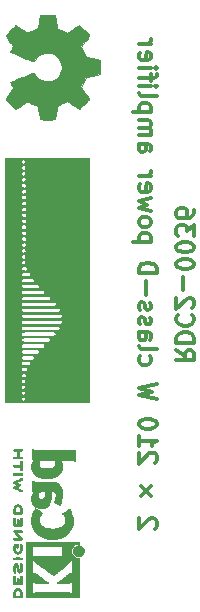
<source format=gbr>
G04 #@! TF.FileFunction,Legend,Bot*
%FSLAX46Y46*%
G04 Gerber Fmt 4.6, Leading zero omitted, Abs format (unit mm)*
G04 Created by KiCad (PCBNEW 4.0.5) date 07/16/18 17:30:08*
%MOMM*%
%LPD*%
G01*
G04 APERTURE LIST*
%ADD10C,0.100000*%
%ADD11C,0.300000*%
%ADD12C,0.010000*%
G04 APERTURE END LIST*
D10*
D11*
X114978571Y-105097856D02*
X115050000Y-105026427D01*
X115121429Y-104883570D01*
X115121429Y-104526427D01*
X115050000Y-104383570D01*
X114978571Y-104312141D01*
X114835714Y-104240713D01*
X114692857Y-104240713D01*
X114478571Y-104312141D01*
X113621429Y-105169284D01*
X113621429Y-104240713D01*
X114621429Y-102312142D02*
X113764286Y-101454999D01*
X114621429Y-101454999D02*
X113764286Y-102312142D01*
X114978571Y-99526428D02*
X115050000Y-99454999D01*
X115121429Y-99312142D01*
X115121429Y-98954999D01*
X115050000Y-98812142D01*
X114978571Y-98740713D01*
X114835714Y-98669285D01*
X114692857Y-98669285D01*
X114478571Y-98740713D01*
X113621429Y-99597856D01*
X113621429Y-98669285D01*
X113621429Y-97240714D02*
X113621429Y-98097857D01*
X113621429Y-97669285D02*
X115121429Y-97669285D01*
X114907143Y-97812142D01*
X114764286Y-97955000D01*
X114692857Y-98097857D01*
X115121429Y-96312143D02*
X115121429Y-96169286D01*
X115050000Y-96026429D01*
X114978571Y-95955000D01*
X114835714Y-95883571D01*
X114550000Y-95812143D01*
X114192857Y-95812143D01*
X113907143Y-95883571D01*
X113764286Y-95955000D01*
X113692857Y-96026429D01*
X113621429Y-96169286D01*
X113621429Y-96312143D01*
X113692857Y-96455000D01*
X113764286Y-96526429D01*
X113907143Y-96597857D01*
X114192857Y-96669286D01*
X114550000Y-96669286D01*
X114835714Y-96597857D01*
X114978571Y-96526429D01*
X115050000Y-96455000D01*
X115121429Y-96312143D01*
X115121429Y-94169286D02*
X113621429Y-93812143D01*
X114692857Y-93526429D01*
X113621429Y-93240715D01*
X115121429Y-92883572D01*
X113692857Y-90526429D02*
X113621429Y-90669286D01*
X113621429Y-90955000D01*
X113692857Y-91097858D01*
X113764286Y-91169286D01*
X113907143Y-91240715D01*
X114335714Y-91240715D01*
X114478571Y-91169286D01*
X114550000Y-91097858D01*
X114621429Y-90955000D01*
X114621429Y-90669286D01*
X114550000Y-90526429D01*
X113621429Y-89669286D02*
X113692857Y-89812144D01*
X113835714Y-89883572D01*
X115121429Y-89883572D01*
X113621429Y-88455001D02*
X114407143Y-88455001D01*
X114550000Y-88526430D01*
X114621429Y-88669287D01*
X114621429Y-88955001D01*
X114550000Y-89097858D01*
X113692857Y-88455001D02*
X113621429Y-88597858D01*
X113621429Y-88955001D01*
X113692857Y-89097858D01*
X113835714Y-89169287D01*
X113978571Y-89169287D01*
X114121429Y-89097858D01*
X114192857Y-88955001D01*
X114192857Y-88597858D01*
X114264286Y-88455001D01*
X113692857Y-87812144D02*
X113621429Y-87669287D01*
X113621429Y-87383572D01*
X113692857Y-87240715D01*
X113835714Y-87169287D01*
X113907143Y-87169287D01*
X114050000Y-87240715D01*
X114121429Y-87383572D01*
X114121429Y-87597858D01*
X114192857Y-87740715D01*
X114335714Y-87812144D01*
X114407143Y-87812144D01*
X114550000Y-87740715D01*
X114621429Y-87597858D01*
X114621429Y-87383572D01*
X114550000Y-87240715D01*
X113692857Y-86597858D02*
X113621429Y-86455001D01*
X113621429Y-86169286D01*
X113692857Y-86026429D01*
X113835714Y-85955001D01*
X113907143Y-85955001D01*
X114050000Y-86026429D01*
X114121429Y-86169286D01*
X114121429Y-86383572D01*
X114192857Y-86526429D01*
X114335714Y-86597858D01*
X114407143Y-86597858D01*
X114550000Y-86526429D01*
X114621429Y-86383572D01*
X114621429Y-86169286D01*
X114550000Y-86026429D01*
X114192857Y-85312143D02*
X114192857Y-84169286D01*
X113621429Y-83455000D02*
X115121429Y-83455000D01*
X115121429Y-83097857D01*
X115050000Y-82883572D01*
X114907143Y-82740714D01*
X114764286Y-82669286D01*
X114478571Y-82597857D01*
X114264286Y-82597857D01*
X113978571Y-82669286D01*
X113835714Y-82740714D01*
X113692857Y-82883572D01*
X113621429Y-83097857D01*
X113621429Y-83455000D01*
X114621429Y-80812143D02*
X113121429Y-80812143D01*
X114550000Y-80812143D02*
X114621429Y-80669286D01*
X114621429Y-80383572D01*
X114550000Y-80240715D01*
X114478571Y-80169286D01*
X114335714Y-80097857D01*
X113907143Y-80097857D01*
X113764286Y-80169286D01*
X113692857Y-80240715D01*
X113621429Y-80383572D01*
X113621429Y-80669286D01*
X113692857Y-80812143D01*
X113621429Y-79240714D02*
X113692857Y-79383572D01*
X113764286Y-79455000D01*
X113907143Y-79526429D01*
X114335714Y-79526429D01*
X114478571Y-79455000D01*
X114550000Y-79383572D01*
X114621429Y-79240714D01*
X114621429Y-79026429D01*
X114550000Y-78883572D01*
X114478571Y-78812143D01*
X114335714Y-78740714D01*
X113907143Y-78740714D01*
X113764286Y-78812143D01*
X113692857Y-78883572D01*
X113621429Y-79026429D01*
X113621429Y-79240714D01*
X114621429Y-78240714D02*
X113621429Y-77955000D01*
X114335714Y-77669286D01*
X113621429Y-77383571D01*
X114621429Y-77097857D01*
X113692857Y-75955000D02*
X113621429Y-76097857D01*
X113621429Y-76383571D01*
X113692857Y-76526428D01*
X113835714Y-76597857D01*
X114407143Y-76597857D01*
X114550000Y-76526428D01*
X114621429Y-76383571D01*
X114621429Y-76097857D01*
X114550000Y-75955000D01*
X114407143Y-75883571D01*
X114264286Y-75883571D01*
X114121429Y-76597857D01*
X113621429Y-75240714D02*
X114621429Y-75240714D01*
X114335714Y-75240714D02*
X114478571Y-75169286D01*
X114550000Y-75097857D01*
X114621429Y-74955000D01*
X114621429Y-74812143D01*
X113621429Y-72526429D02*
X114407143Y-72526429D01*
X114550000Y-72597858D01*
X114621429Y-72740715D01*
X114621429Y-73026429D01*
X114550000Y-73169286D01*
X113692857Y-72526429D02*
X113621429Y-72669286D01*
X113621429Y-73026429D01*
X113692857Y-73169286D01*
X113835714Y-73240715D01*
X113978571Y-73240715D01*
X114121429Y-73169286D01*
X114192857Y-73026429D01*
X114192857Y-72669286D01*
X114264286Y-72526429D01*
X113621429Y-71812143D02*
X114621429Y-71812143D01*
X114478571Y-71812143D02*
X114550000Y-71740715D01*
X114621429Y-71597857D01*
X114621429Y-71383572D01*
X114550000Y-71240715D01*
X114407143Y-71169286D01*
X113621429Y-71169286D01*
X114407143Y-71169286D02*
X114550000Y-71097857D01*
X114621429Y-70955000D01*
X114621429Y-70740715D01*
X114550000Y-70597857D01*
X114407143Y-70526429D01*
X113621429Y-70526429D01*
X114621429Y-69812143D02*
X113121429Y-69812143D01*
X114550000Y-69812143D02*
X114621429Y-69669286D01*
X114621429Y-69383572D01*
X114550000Y-69240715D01*
X114478571Y-69169286D01*
X114335714Y-69097857D01*
X113907143Y-69097857D01*
X113764286Y-69169286D01*
X113692857Y-69240715D01*
X113621429Y-69383572D01*
X113621429Y-69669286D01*
X113692857Y-69812143D01*
X113621429Y-68240714D02*
X113692857Y-68383572D01*
X113835714Y-68455000D01*
X115121429Y-68455000D01*
X113621429Y-67669286D02*
X114621429Y-67669286D01*
X115121429Y-67669286D02*
X115050000Y-67740715D01*
X114978571Y-67669286D01*
X115050000Y-67597858D01*
X115121429Y-67669286D01*
X114978571Y-67669286D01*
X114621429Y-67169286D02*
X114621429Y-66597857D01*
X113621429Y-66955000D02*
X114907143Y-66955000D01*
X115050000Y-66883572D01*
X115121429Y-66740714D01*
X115121429Y-66597857D01*
X113621429Y-66097857D02*
X114621429Y-66097857D01*
X115121429Y-66097857D02*
X115050000Y-66169286D01*
X114978571Y-66097857D01*
X115050000Y-66026429D01*
X115121429Y-66097857D01*
X114978571Y-66097857D01*
X113692857Y-64812143D02*
X113621429Y-64955000D01*
X113621429Y-65240714D01*
X113692857Y-65383571D01*
X113835714Y-65455000D01*
X114407143Y-65455000D01*
X114550000Y-65383571D01*
X114621429Y-65240714D01*
X114621429Y-64955000D01*
X114550000Y-64812143D01*
X114407143Y-64740714D01*
X114264286Y-64740714D01*
X114121429Y-65455000D01*
X113621429Y-64097857D02*
X114621429Y-64097857D01*
X114335714Y-64097857D02*
X114478571Y-64026429D01*
X114550000Y-63955000D01*
X114621429Y-63812143D01*
X114621429Y-63669286D01*
X116796429Y-89990713D02*
X117510714Y-90490713D01*
X116796429Y-90847856D02*
X118296429Y-90847856D01*
X118296429Y-90276428D01*
X118225000Y-90133570D01*
X118153571Y-90062142D01*
X118010714Y-89990713D01*
X117796429Y-89990713D01*
X117653571Y-90062142D01*
X117582143Y-90133570D01*
X117510714Y-90276428D01*
X117510714Y-90847856D01*
X116796429Y-89347856D02*
X118296429Y-89347856D01*
X118296429Y-88990713D01*
X118225000Y-88776428D01*
X118082143Y-88633570D01*
X117939286Y-88562142D01*
X117653571Y-88490713D01*
X117439286Y-88490713D01*
X117153571Y-88562142D01*
X117010714Y-88633570D01*
X116867857Y-88776428D01*
X116796429Y-88990713D01*
X116796429Y-89347856D01*
X116939286Y-86990713D02*
X116867857Y-87062142D01*
X116796429Y-87276428D01*
X116796429Y-87419285D01*
X116867857Y-87633570D01*
X117010714Y-87776428D01*
X117153571Y-87847856D01*
X117439286Y-87919285D01*
X117653571Y-87919285D01*
X117939286Y-87847856D01*
X118082143Y-87776428D01*
X118225000Y-87633570D01*
X118296429Y-87419285D01*
X118296429Y-87276428D01*
X118225000Y-87062142D01*
X118153571Y-86990713D01*
X118153571Y-86419285D02*
X118225000Y-86347856D01*
X118296429Y-86204999D01*
X118296429Y-85847856D01*
X118225000Y-85704999D01*
X118153571Y-85633570D01*
X118010714Y-85562142D01*
X117867857Y-85562142D01*
X117653571Y-85633570D01*
X116796429Y-86490713D01*
X116796429Y-85562142D01*
X117367857Y-84919285D02*
X117367857Y-83776428D01*
X118296429Y-82776428D02*
X118296429Y-82633571D01*
X118225000Y-82490714D01*
X118153571Y-82419285D01*
X118010714Y-82347856D01*
X117725000Y-82276428D01*
X117367857Y-82276428D01*
X117082143Y-82347856D01*
X116939286Y-82419285D01*
X116867857Y-82490714D01*
X116796429Y-82633571D01*
X116796429Y-82776428D01*
X116867857Y-82919285D01*
X116939286Y-82990714D01*
X117082143Y-83062142D01*
X117367857Y-83133571D01*
X117725000Y-83133571D01*
X118010714Y-83062142D01*
X118153571Y-82990714D01*
X118225000Y-82919285D01*
X118296429Y-82776428D01*
X118296429Y-81347857D02*
X118296429Y-81205000D01*
X118225000Y-81062143D01*
X118153571Y-80990714D01*
X118010714Y-80919285D01*
X117725000Y-80847857D01*
X117367857Y-80847857D01*
X117082143Y-80919285D01*
X116939286Y-80990714D01*
X116867857Y-81062143D01*
X116796429Y-81205000D01*
X116796429Y-81347857D01*
X116867857Y-81490714D01*
X116939286Y-81562143D01*
X117082143Y-81633571D01*
X117367857Y-81705000D01*
X117725000Y-81705000D01*
X118010714Y-81633571D01*
X118153571Y-81562143D01*
X118225000Y-81490714D01*
X118296429Y-81347857D01*
X118296429Y-80347857D02*
X118296429Y-79419286D01*
X117725000Y-79919286D01*
X117725000Y-79705000D01*
X117653571Y-79562143D01*
X117582143Y-79490714D01*
X117439286Y-79419286D01*
X117082143Y-79419286D01*
X116939286Y-79490714D01*
X116867857Y-79562143D01*
X116796429Y-79705000D01*
X116796429Y-80133572D01*
X116867857Y-80276429D01*
X116939286Y-80347857D01*
X118296429Y-78133572D02*
X118296429Y-78419286D01*
X118225000Y-78562143D01*
X118153571Y-78633572D01*
X117939286Y-78776429D01*
X117653571Y-78847858D01*
X117082143Y-78847858D01*
X116939286Y-78776429D01*
X116867857Y-78705001D01*
X116796429Y-78562143D01*
X116796429Y-78276429D01*
X116867857Y-78133572D01*
X116939286Y-78062143D01*
X117082143Y-77990715D01*
X117439286Y-77990715D01*
X117582143Y-78062143D01*
X117653571Y-78133572D01*
X117725000Y-78276429D01*
X117725000Y-78562143D01*
X117653571Y-78705001D01*
X117582143Y-78776429D01*
X117439286Y-78847858D01*
D12*
G36*
X109698573Y-65293464D02*
X109101382Y-65180882D01*
X108930135Y-64765469D01*
X108758888Y-64350055D01*
X109097767Y-63851698D01*
X109192123Y-63712131D01*
X109276370Y-63585971D01*
X109346662Y-63479104D01*
X109399153Y-63397417D01*
X109429996Y-63346798D01*
X109436647Y-63333013D01*
X109419542Y-63308179D01*
X109372256Y-63255111D01*
X109300828Y-63179759D01*
X109211300Y-63088070D01*
X109109711Y-62985992D01*
X109002102Y-62879473D01*
X108894513Y-62774463D01*
X108792985Y-62676908D01*
X108703559Y-62592757D01*
X108632274Y-62527959D01*
X108585172Y-62488462D01*
X108569408Y-62479019D01*
X108540347Y-62492608D01*
X108476679Y-62530706D01*
X108384633Y-62589306D01*
X108270436Y-62664402D01*
X108140316Y-62751991D01*
X108066099Y-62802745D01*
X107930578Y-62895254D01*
X107808284Y-62977459D01*
X107705305Y-63045369D01*
X107627727Y-63094999D01*
X107581639Y-63122359D01*
X107571953Y-63126470D01*
X107544426Y-63117150D01*
X107480272Y-63091745D01*
X107388510Y-63054088D01*
X107278161Y-63008013D01*
X107158245Y-62957353D01*
X107037781Y-62905940D01*
X106925791Y-62857610D01*
X106831293Y-62816193D01*
X106763308Y-62785525D01*
X106730857Y-62769438D01*
X106729580Y-62768488D01*
X106723383Y-62743227D01*
X106709560Y-62675954D01*
X106689468Y-62573639D01*
X106664466Y-62443258D01*
X106635914Y-62291783D01*
X106619449Y-62203406D01*
X106588631Y-62041547D01*
X106559306Y-61895350D01*
X106533079Y-61772212D01*
X106511554Y-61679530D01*
X106496335Y-61624698D01*
X106491507Y-61613676D01*
X106458826Y-61602881D01*
X106385015Y-61594170D01*
X106278708Y-61587539D01*
X106148533Y-61582981D01*
X106003124Y-61580490D01*
X105851110Y-61580061D01*
X105701123Y-61581688D01*
X105561794Y-61585364D01*
X105441755Y-61591084D01*
X105349635Y-61598842D01*
X105294068Y-61608631D01*
X105282500Y-61614503D01*
X105268635Y-61649600D01*
X105248812Y-61723971D01*
X105225361Y-61827776D01*
X105200609Y-61951180D01*
X105192602Y-61994258D01*
X105154559Y-62201952D01*
X105123921Y-62366015D01*
X105099471Y-62491869D01*
X105079991Y-62584934D01*
X105064264Y-62650632D01*
X105051072Y-62694382D01*
X105039196Y-62721607D01*
X105027420Y-62737727D01*
X105025092Y-62739982D01*
X104987600Y-62762496D01*
X104914635Y-62796841D01*
X104815133Y-62839588D01*
X104698027Y-62887307D01*
X104572252Y-62936569D01*
X104446743Y-62983944D01*
X104330435Y-63026004D01*
X104232261Y-63059319D01*
X104161157Y-63080458D01*
X104126058Y-63085994D01*
X104124828Y-63085533D01*
X104096139Y-63066776D01*
X104033015Y-63024223D01*
X103942027Y-62962346D01*
X103829745Y-62885617D01*
X103702740Y-62798508D01*
X103666647Y-62773701D01*
X103535797Y-62685247D01*
X103416409Y-62607411D01*
X103315338Y-62544433D01*
X103239441Y-62500554D01*
X103195573Y-62480014D01*
X103190183Y-62479019D01*
X103161856Y-62496277D01*
X103105739Y-62543964D01*
X103027863Y-62615949D01*
X102934260Y-62706102D01*
X102830959Y-62808294D01*
X102723994Y-62916394D01*
X102619394Y-63024271D01*
X102523191Y-63125795D01*
X102441416Y-63214837D01*
X102380100Y-63285266D01*
X102345274Y-63330952D01*
X102339588Y-63343590D01*
X102352980Y-63373008D01*
X102389101Y-63433238D01*
X102441864Y-63514470D01*
X102484333Y-63576969D01*
X102562260Y-63690214D01*
X102654016Y-63824325D01*
X102745625Y-63958844D01*
X102794654Y-64031166D01*
X102960230Y-64275961D01*
X102849125Y-64481449D01*
X102800452Y-64575063D01*
X102762619Y-64654669D01*
X102741042Y-64708532D01*
X102738039Y-64722242D01*
X102760207Y-64738729D01*
X102822851Y-64771254D01*
X102920191Y-64817391D01*
X103046451Y-64874709D01*
X103195850Y-64940783D01*
X103362612Y-65013184D01*
X103540958Y-65089483D01*
X103725109Y-65167253D01*
X103909288Y-65244065D01*
X104087715Y-65317493D01*
X104254613Y-65385107D01*
X104404203Y-65444479D01*
X104530707Y-65493183D01*
X104628346Y-65528789D01*
X104691343Y-65548869D01*
X104712979Y-65552099D01*
X104740576Y-65526503D01*
X104785375Y-65470461D01*
X104838066Y-65395688D01*
X104842235Y-65389412D01*
X104996931Y-65196154D01*
X105177409Y-65040325D01*
X105377898Y-64923275D01*
X105592626Y-64846354D01*
X105815823Y-64810913D01*
X106041719Y-64818302D01*
X106264541Y-64869872D01*
X106478521Y-64966973D01*
X106525336Y-64995541D01*
X106714382Y-65144131D01*
X106866188Y-65319672D01*
X106979966Y-65516089D01*
X107054925Y-65727306D01*
X107090278Y-65947246D01*
X107085233Y-66169836D01*
X107039001Y-66388998D01*
X106950794Y-66598657D01*
X106819821Y-66792738D01*
X106766663Y-66852773D01*
X106600261Y-67005564D01*
X106425088Y-67116902D01*
X106228734Y-67193276D01*
X106034283Y-67235812D01*
X105815658Y-67246313D01*
X105595948Y-67211299D01*
X105382580Y-67134326D01*
X105182978Y-67018952D01*
X105004571Y-66868734D01*
X104854783Y-66687226D01*
X104838994Y-66663372D01*
X104787288Y-66587798D01*
X104742488Y-66530348D01*
X104713883Y-66502882D01*
X104712979Y-66502482D01*
X104682036Y-66508379D01*
X104611809Y-66531754D01*
X104508075Y-66570178D01*
X104376610Y-66621222D01*
X104223193Y-66682457D01*
X104053599Y-66751455D01*
X103873607Y-66825786D01*
X103688992Y-66903021D01*
X103505532Y-66980731D01*
X103329004Y-67056488D01*
X103165186Y-67127862D01*
X103019853Y-67192425D01*
X102898783Y-67247747D01*
X102807753Y-67291399D01*
X102752540Y-67320953D01*
X102738039Y-67332855D01*
X102749331Y-67369222D01*
X102779615Y-67437269D01*
X102823480Y-67525263D01*
X102849125Y-67573649D01*
X102960230Y-67779136D01*
X102794654Y-68023931D01*
X102709830Y-68148893D01*
X102616484Y-68285704D01*
X102528592Y-68413911D01*
X102484333Y-68478128D01*
X102423682Y-68568448D01*
X102375619Y-68644928D01*
X102346230Y-68697592D01*
X102340018Y-68714697D01*
X102356777Y-68739594D01*
X102403564Y-68794694D01*
X102475520Y-68874656D01*
X102567788Y-68974139D01*
X102675510Y-69087799D01*
X102744674Y-69159684D01*
X102868243Y-69285448D01*
X102978766Y-69394136D01*
X103071515Y-69481354D01*
X103141763Y-69542710D01*
X103184780Y-69573808D01*
X103193510Y-69576791D01*
X103226716Y-69562946D01*
X103293858Y-69524687D01*
X103388137Y-69466258D01*
X103502755Y-69391902D01*
X103630917Y-69305864D01*
X103666647Y-69281397D01*
X103796511Y-69192245D01*
X103913431Y-69112261D01*
X104010838Y-69045919D01*
X104082161Y-68997688D01*
X104120830Y-68972042D01*
X104124828Y-68969564D01*
X104155645Y-68973270D01*
X104223401Y-68992938D01*
X104319161Y-69025139D01*
X104433991Y-69066444D01*
X104558956Y-69113424D01*
X104685121Y-69162650D01*
X104803552Y-69210691D01*
X104905315Y-69254118D01*
X104981474Y-69289503D01*
X105023096Y-69313415D01*
X105025092Y-69315115D01*
X105036987Y-69329737D01*
X105048750Y-69354434D01*
X105061599Y-69394627D01*
X105076751Y-69455736D01*
X105095424Y-69543182D01*
X105118835Y-69662387D01*
X105148203Y-69818772D01*
X105184745Y-70017756D01*
X105192602Y-70060839D01*
X105217273Y-70188529D01*
X105241407Y-70299846D01*
X105262676Y-70384954D01*
X105278752Y-70434016D01*
X105282500Y-70440594D01*
X105315727Y-70451435D01*
X105389979Y-70460246D01*
X105496624Y-70467023D01*
X105627033Y-70471759D01*
X105772573Y-70474449D01*
X105924614Y-70475086D01*
X106074524Y-70473665D01*
X106213672Y-70470179D01*
X106333428Y-70464623D01*
X106425159Y-70456991D01*
X106480234Y-70447277D01*
X106491507Y-70441421D01*
X106502877Y-70408819D01*
X106521376Y-70334581D01*
X106545398Y-70226103D01*
X106573338Y-70090782D01*
X106603592Y-69936014D01*
X106619449Y-69851692D01*
X106649356Y-69691703D01*
X106676450Y-69549032D01*
X106699369Y-69430651D01*
X106716757Y-69343534D01*
X106727253Y-69294654D01*
X106729580Y-69286609D01*
X106755814Y-69273012D01*
X106819005Y-69244270D01*
X106910123Y-69204214D01*
X107020143Y-69156675D01*
X107140035Y-69105484D01*
X107260773Y-69054473D01*
X107373329Y-69007473D01*
X107468674Y-68968315D01*
X107537783Y-68940830D01*
X107571626Y-68928850D01*
X107573105Y-68928627D01*
X107599803Y-68942208D01*
X107661240Y-68980284D01*
X107751311Y-69038852D01*
X107863910Y-69113911D01*
X107992930Y-69201459D01*
X108067039Y-69252352D01*
X108202923Y-69345090D01*
X108326291Y-69427458D01*
X108430903Y-69495438D01*
X108510517Y-69545011D01*
X108558893Y-69572157D01*
X108569738Y-69576078D01*
X108594980Y-69559224D01*
X108648876Y-69512631D01*
X108725387Y-69442251D01*
X108818477Y-69354034D01*
X108922105Y-69253934D01*
X109030236Y-69147901D01*
X109136830Y-69041888D01*
X109235850Y-68941847D01*
X109321258Y-68853729D01*
X109387015Y-68783486D01*
X109427084Y-68737071D01*
X109436647Y-68721543D01*
X109423200Y-68696260D01*
X109385425Y-68635788D01*
X109327165Y-68546007D01*
X109252266Y-68432796D01*
X109164575Y-68302036D01*
X109097767Y-68203400D01*
X108758888Y-67705042D01*
X108930135Y-67289629D01*
X109101382Y-66874215D01*
X109698573Y-66761633D01*
X110295765Y-66649050D01*
X110295765Y-65406047D01*
X109698573Y-65293464D01*
X109698573Y-65293464D01*
G37*
X109698573Y-65293464D02*
X109101382Y-65180882D01*
X108930135Y-64765469D01*
X108758888Y-64350055D01*
X109097767Y-63851698D01*
X109192123Y-63712131D01*
X109276370Y-63585971D01*
X109346662Y-63479104D01*
X109399153Y-63397417D01*
X109429996Y-63346798D01*
X109436647Y-63333013D01*
X109419542Y-63308179D01*
X109372256Y-63255111D01*
X109300828Y-63179759D01*
X109211300Y-63088070D01*
X109109711Y-62985992D01*
X109002102Y-62879473D01*
X108894513Y-62774463D01*
X108792985Y-62676908D01*
X108703559Y-62592757D01*
X108632274Y-62527959D01*
X108585172Y-62488462D01*
X108569408Y-62479019D01*
X108540347Y-62492608D01*
X108476679Y-62530706D01*
X108384633Y-62589306D01*
X108270436Y-62664402D01*
X108140316Y-62751991D01*
X108066099Y-62802745D01*
X107930578Y-62895254D01*
X107808284Y-62977459D01*
X107705305Y-63045369D01*
X107627727Y-63094999D01*
X107581639Y-63122359D01*
X107571953Y-63126470D01*
X107544426Y-63117150D01*
X107480272Y-63091745D01*
X107388510Y-63054088D01*
X107278161Y-63008013D01*
X107158245Y-62957353D01*
X107037781Y-62905940D01*
X106925791Y-62857610D01*
X106831293Y-62816193D01*
X106763308Y-62785525D01*
X106730857Y-62769438D01*
X106729580Y-62768488D01*
X106723383Y-62743227D01*
X106709560Y-62675954D01*
X106689468Y-62573639D01*
X106664466Y-62443258D01*
X106635914Y-62291783D01*
X106619449Y-62203406D01*
X106588631Y-62041547D01*
X106559306Y-61895350D01*
X106533079Y-61772212D01*
X106511554Y-61679530D01*
X106496335Y-61624698D01*
X106491507Y-61613676D01*
X106458826Y-61602881D01*
X106385015Y-61594170D01*
X106278708Y-61587539D01*
X106148533Y-61582981D01*
X106003124Y-61580490D01*
X105851110Y-61580061D01*
X105701123Y-61581688D01*
X105561794Y-61585364D01*
X105441755Y-61591084D01*
X105349635Y-61598842D01*
X105294068Y-61608631D01*
X105282500Y-61614503D01*
X105268635Y-61649600D01*
X105248812Y-61723971D01*
X105225361Y-61827776D01*
X105200609Y-61951180D01*
X105192602Y-61994258D01*
X105154559Y-62201952D01*
X105123921Y-62366015D01*
X105099471Y-62491869D01*
X105079991Y-62584934D01*
X105064264Y-62650632D01*
X105051072Y-62694382D01*
X105039196Y-62721607D01*
X105027420Y-62737727D01*
X105025092Y-62739982D01*
X104987600Y-62762496D01*
X104914635Y-62796841D01*
X104815133Y-62839588D01*
X104698027Y-62887307D01*
X104572252Y-62936569D01*
X104446743Y-62983944D01*
X104330435Y-63026004D01*
X104232261Y-63059319D01*
X104161157Y-63080458D01*
X104126058Y-63085994D01*
X104124828Y-63085533D01*
X104096139Y-63066776D01*
X104033015Y-63024223D01*
X103942027Y-62962346D01*
X103829745Y-62885617D01*
X103702740Y-62798508D01*
X103666647Y-62773701D01*
X103535797Y-62685247D01*
X103416409Y-62607411D01*
X103315338Y-62544433D01*
X103239441Y-62500554D01*
X103195573Y-62480014D01*
X103190183Y-62479019D01*
X103161856Y-62496277D01*
X103105739Y-62543964D01*
X103027863Y-62615949D01*
X102934260Y-62706102D01*
X102830959Y-62808294D01*
X102723994Y-62916394D01*
X102619394Y-63024271D01*
X102523191Y-63125795D01*
X102441416Y-63214837D01*
X102380100Y-63285266D01*
X102345274Y-63330952D01*
X102339588Y-63343590D01*
X102352980Y-63373008D01*
X102389101Y-63433238D01*
X102441864Y-63514470D01*
X102484333Y-63576969D01*
X102562260Y-63690214D01*
X102654016Y-63824325D01*
X102745625Y-63958844D01*
X102794654Y-64031166D01*
X102960230Y-64275961D01*
X102849125Y-64481449D01*
X102800452Y-64575063D01*
X102762619Y-64654669D01*
X102741042Y-64708532D01*
X102738039Y-64722242D01*
X102760207Y-64738729D01*
X102822851Y-64771254D01*
X102920191Y-64817391D01*
X103046451Y-64874709D01*
X103195850Y-64940783D01*
X103362612Y-65013184D01*
X103540958Y-65089483D01*
X103725109Y-65167253D01*
X103909288Y-65244065D01*
X104087715Y-65317493D01*
X104254613Y-65385107D01*
X104404203Y-65444479D01*
X104530707Y-65493183D01*
X104628346Y-65528789D01*
X104691343Y-65548869D01*
X104712979Y-65552099D01*
X104740576Y-65526503D01*
X104785375Y-65470461D01*
X104838066Y-65395688D01*
X104842235Y-65389412D01*
X104996931Y-65196154D01*
X105177409Y-65040325D01*
X105377898Y-64923275D01*
X105592626Y-64846354D01*
X105815823Y-64810913D01*
X106041719Y-64818302D01*
X106264541Y-64869872D01*
X106478521Y-64966973D01*
X106525336Y-64995541D01*
X106714382Y-65144131D01*
X106866188Y-65319672D01*
X106979966Y-65516089D01*
X107054925Y-65727306D01*
X107090278Y-65947246D01*
X107085233Y-66169836D01*
X107039001Y-66388998D01*
X106950794Y-66598657D01*
X106819821Y-66792738D01*
X106766663Y-66852773D01*
X106600261Y-67005564D01*
X106425088Y-67116902D01*
X106228734Y-67193276D01*
X106034283Y-67235812D01*
X105815658Y-67246313D01*
X105595948Y-67211299D01*
X105382580Y-67134326D01*
X105182978Y-67018952D01*
X105004571Y-66868734D01*
X104854783Y-66687226D01*
X104838994Y-66663372D01*
X104787288Y-66587798D01*
X104742488Y-66530348D01*
X104713883Y-66502882D01*
X104712979Y-66502482D01*
X104682036Y-66508379D01*
X104611809Y-66531754D01*
X104508075Y-66570178D01*
X104376610Y-66621222D01*
X104223193Y-66682457D01*
X104053599Y-66751455D01*
X103873607Y-66825786D01*
X103688992Y-66903021D01*
X103505532Y-66980731D01*
X103329004Y-67056488D01*
X103165186Y-67127862D01*
X103019853Y-67192425D01*
X102898783Y-67247747D01*
X102807753Y-67291399D01*
X102752540Y-67320953D01*
X102738039Y-67332855D01*
X102749331Y-67369222D01*
X102779615Y-67437269D01*
X102823480Y-67525263D01*
X102849125Y-67573649D01*
X102960230Y-67779136D01*
X102794654Y-68023931D01*
X102709830Y-68148893D01*
X102616484Y-68285704D01*
X102528592Y-68413911D01*
X102484333Y-68478128D01*
X102423682Y-68568448D01*
X102375619Y-68644928D01*
X102346230Y-68697592D01*
X102340018Y-68714697D01*
X102356777Y-68739594D01*
X102403564Y-68794694D01*
X102475520Y-68874656D01*
X102567788Y-68974139D01*
X102675510Y-69087799D01*
X102744674Y-69159684D01*
X102868243Y-69285448D01*
X102978766Y-69394136D01*
X103071515Y-69481354D01*
X103141763Y-69542710D01*
X103184780Y-69573808D01*
X103193510Y-69576791D01*
X103226716Y-69562946D01*
X103293858Y-69524687D01*
X103388137Y-69466258D01*
X103502755Y-69391902D01*
X103630917Y-69305864D01*
X103666647Y-69281397D01*
X103796511Y-69192245D01*
X103913431Y-69112261D01*
X104010838Y-69045919D01*
X104082161Y-68997688D01*
X104120830Y-68972042D01*
X104124828Y-68969564D01*
X104155645Y-68973270D01*
X104223401Y-68992938D01*
X104319161Y-69025139D01*
X104433991Y-69066444D01*
X104558956Y-69113424D01*
X104685121Y-69162650D01*
X104803552Y-69210691D01*
X104905315Y-69254118D01*
X104981474Y-69289503D01*
X105023096Y-69313415D01*
X105025092Y-69315115D01*
X105036987Y-69329737D01*
X105048750Y-69354434D01*
X105061599Y-69394627D01*
X105076751Y-69455736D01*
X105095424Y-69543182D01*
X105118835Y-69662387D01*
X105148203Y-69818772D01*
X105184745Y-70017756D01*
X105192602Y-70060839D01*
X105217273Y-70188529D01*
X105241407Y-70299846D01*
X105262676Y-70384954D01*
X105278752Y-70434016D01*
X105282500Y-70440594D01*
X105315727Y-70451435D01*
X105389979Y-70460246D01*
X105496624Y-70467023D01*
X105627033Y-70471759D01*
X105772573Y-70474449D01*
X105924614Y-70475086D01*
X106074524Y-70473665D01*
X106213672Y-70470179D01*
X106333428Y-70464623D01*
X106425159Y-70456991D01*
X106480234Y-70447277D01*
X106491507Y-70441421D01*
X106502877Y-70408819D01*
X106521376Y-70334581D01*
X106545398Y-70226103D01*
X106573338Y-70090782D01*
X106603592Y-69936014D01*
X106619449Y-69851692D01*
X106649356Y-69691703D01*
X106676450Y-69549032D01*
X106699369Y-69430651D01*
X106716757Y-69343534D01*
X106727253Y-69294654D01*
X106729580Y-69286609D01*
X106755814Y-69273012D01*
X106819005Y-69244270D01*
X106910123Y-69204214D01*
X107020143Y-69156675D01*
X107140035Y-69105484D01*
X107260773Y-69054473D01*
X107373329Y-69007473D01*
X107468674Y-68968315D01*
X107537783Y-68940830D01*
X107571626Y-68928850D01*
X107573105Y-68928627D01*
X107599803Y-68942208D01*
X107661240Y-68980284D01*
X107751311Y-69038852D01*
X107863910Y-69113911D01*
X107992930Y-69201459D01*
X108067039Y-69252352D01*
X108202923Y-69345090D01*
X108326291Y-69427458D01*
X108430903Y-69495438D01*
X108510517Y-69545011D01*
X108558893Y-69572157D01*
X108569738Y-69576078D01*
X108594980Y-69559224D01*
X108648876Y-69512631D01*
X108725387Y-69442251D01*
X108818477Y-69354034D01*
X108922105Y-69253934D01*
X109030236Y-69147901D01*
X109136830Y-69041888D01*
X109235850Y-68941847D01*
X109321258Y-68853729D01*
X109387015Y-68783486D01*
X109427084Y-68737071D01*
X109436647Y-68721543D01*
X109423200Y-68696260D01*
X109385425Y-68635788D01*
X109327165Y-68546007D01*
X109252266Y-68432796D01*
X109164575Y-68302036D01*
X109097767Y-68203400D01*
X108758888Y-67705042D01*
X108930135Y-67289629D01*
X109101382Y-66874215D01*
X109698573Y-66761633D01*
X110295765Y-66649050D01*
X110295765Y-65406047D01*
X109698573Y-65293464D01*
G36*
X103712434Y-110769371D02*
X103712033Y-110729889D01*
X103709241Y-110614200D01*
X103700950Y-110517311D01*
X103686268Y-110435919D01*
X103664307Y-110366723D01*
X103634178Y-110306420D01*
X103594990Y-110251708D01*
X103577968Y-110232167D01*
X103538137Y-110199750D01*
X103484087Y-110170520D01*
X103424177Y-110147991D01*
X103366761Y-110135679D01*
X103345544Y-110134400D01*
X103286731Y-110142417D01*
X103222487Y-110163899D01*
X103161679Y-110194999D01*
X103113170Y-110231866D01*
X103107318Y-110237854D01*
X103066179Y-110288579D01*
X103034065Y-110344125D01*
X103010135Y-110407696D01*
X102993547Y-110482494D01*
X102983459Y-110571722D01*
X102979031Y-110678582D01*
X102978655Y-110727528D01*
X102978955Y-110789762D01*
X102980208Y-110833528D01*
X102982946Y-110862931D01*
X102987699Y-110882079D01*
X102994999Y-110895077D01*
X103001233Y-110902045D01*
X103008806Y-110908626D01*
X103018576Y-110913788D01*
X103033160Y-110917703D01*
X103055174Y-110920543D01*
X103087236Y-110922480D01*
X103131964Y-110923684D01*
X103191974Y-110924328D01*
X103269883Y-110924583D01*
X103345544Y-110924622D01*
X103446459Y-110924870D01*
X103527073Y-110924817D01*
X103565678Y-110923857D01*
X103565678Y-110777867D01*
X103125411Y-110777867D01*
X103125496Y-110684734D01*
X103127104Y-110628693D01*
X103131244Y-110569999D01*
X103137036Y-110521028D01*
X103137274Y-110519538D01*
X103156410Y-110440392D01*
X103186213Y-110379002D01*
X103228622Y-110332305D01*
X103274539Y-110302635D01*
X103325474Y-110284353D01*
X103373300Y-110285771D01*
X103424567Y-110306988D01*
X103477601Y-110348489D01*
X103516900Y-110405998D01*
X103543169Y-110480750D01*
X103552465Y-110530708D01*
X103558993Y-110587416D01*
X103563718Y-110647519D01*
X103565683Y-110698639D01*
X103565692Y-110701667D01*
X103565678Y-110777867D01*
X103565678Y-110923857D01*
X103589649Y-110923260D01*
X103636445Y-110918998D01*
X103669722Y-110910830D01*
X103691741Y-110897556D01*
X103704761Y-110877974D01*
X103711043Y-110850883D01*
X103712847Y-110815082D01*
X103712434Y-110769371D01*
X103712434Y-110769371D01*
G37*
X103712434Y-110769371D02*
X103712033Y-110729889D01*
X103709241Y-110614200D01*
X103700950Y-110517311D01*
X103686268Y-110435919D01*
X103664307Y-110366723D01*
X103634178Y-110306420D01*
X103594990Y-110251708D01*
X103577968Y-110232167D01*
X103538137Y-110199750D01*
X103484087Y-110170520D01*
X103424177Y-110147991D01*
X103366761Y-110135679D01*
X103345544Y-110134400D01*
X103286731Y-110142417D01*
X103222487Y-110163899D01*
X103161679Y-110194999D01*
X103113170Y-110231866D01*
X103107318Y-110237854D01*
X103066179Y-110288579D01*
X103034065Y-110344125D01*
X103010135Y-110407696D01*
X102993547Y-110482494D01*
X102983459Y-110571722D01*
X102979031Y-110678582D01*
X102978655Y-110727528D01*
X102978955Y-110789762D01*
X102980208Y-110833528D01*
X102982946Y-110862931D01*
X102987699Y-110882079D01*
X102994999Y-110895077D01*
X103001233Y-110902045D01*
X103008806Y-110908626D01*
X103018576Y-110913788D01*
X103033160Y-110917703D01*
X103055174Y-110920543D01*
X103087236Y-110922480D01*
X103131964Y-110923684D01*
X103191974Y-110924328D01*
X103269883Y-110924583D01*
X103345544Y-110924622D01*
X103446459Y-110924870D01*
X103527073Y-110924817D01*
X103565678Y-110923857D01*
X103565678Y-110777867D01*
X103125411Y-110777867D01*
X103125496Y-110684734D01*
X103127104Y-110628693D01*
X103131244Y-110569999D01*
X103137036Y-110521028D01*
X103137274Y-110519538D01*
X103156410Y-110440392D01*
X103186213Y-110379002D01*
X103228622Y-110332305D01*
X103274539Y-110302635D01*
X103325474Y-110284353D01*
X103373300Y-110285771D01*
X103424567Y-110306988D01*
X103477601Y-110348489D01*
X103516900Y-110405998D01*
X103543169Y-110480750D01*
X103552465Y-110530708D01*
X103558993Y-110587416D01*
X103563718Y-110647519D01*
X103565683Y-110698639D01*
X103565692Y-110701667D01*
X103565678Y-110777867D01*
X103565678Y-110923857D01*
X103589649Y-110923260D01*
X103636445Y-110918998D01*
X103669722Y-110910830D01*
X103691741Y-110897556D01*
X103704761Y-110877974D01*
X103711043Y-110850883D01*
X103712847Y-110815082D01*
X103712434Y-110769371D01*
G36*
X103712354Y-109360794D02*
X103711982Y-109291386D01*
X103711115Y-109238997D01*
X103709554Y-109200847D01*
X103707097Y-109174159D01*
X103703543Y-109156153D01*
X103698690Y-109144049D01*
X103692339Y-109135069D01*
X103689416Y-109131818D01*
X103658358Y-109112043D01*
X103622672Y-109108482D01*
X103590990Y-109121491D01*
X103584587Y-109127506D01*
X103578379Y-109137235D01*
X103573590Y-109152901D01*
X103569986Y-109177408D01*
X103567336Y-109213661D01*
X103565405Y-109264565D01*
X103563961Y-109333026D01*
X103563082Y-109395617D01*
X103560033Y-109643334D01*
X103495122Y-109646719D01*
X103430211Y-109650105D01*
X103430211Y-109481958D01*
X103429581Y-109408959D01*
X103426947Y-109355517D01*
X103421191Y-109318628D01*
X103411196Y-109295288D01*
X103395844Y-109282494D01*
X103374018Y-109277242D01*
X103353762Y-109276445D01*
X103328908Y-109278923D01*
X103310594Y-109288277D01*
X103297863Y-109307383D01*
X103289759Y-109339118D01*
X103285324Y-109386359D01*
X103283601Y-109451983D01*
X103283455Y-109487801D01*
X103283455Y-109648978D01*
X103125411Y-109648978D01*
X103125411Y-109400622D01*
X103125298Y-109319213D01*
X103124788Y-109257342D01*
X103123630Y-109211968D01*
X103121570Y-109180054D01*
X103118354Y-109158559D01*
X103113728Y-109144443D01*
X103107441Y-109134668D01*
X103102833Y-109129689D01*
X103075940Y-109112610D01*
X103052033Y-109107111D01*
X103022833Y-109114963D01*
X103001233Y-109129689D01*
X102994434Y-109137546D01*
X102989154Y-109147688D01*
X102985202Y-109162844D01*
X102982387Y-109185741D01*
X102980518Y-109219109D01*
X102979402Y-109265675D01*
X102978849Y-109328167D01*
X102978667Y-109409314D01*
X102978655Y-109451422D01*
X102978735Y-109541598D01*
X102979102Y-109611924D01*
X102979948Y-109665129D01*
X102981464Y-109703940D01*
X102983841Y-109731087D01*
X102987271Y-109749298D01*
X102991946Y-109761300D01*
X102998056Y-109769822D01*
X103001233Y-109773156D01*
X103008830Y-109779755D01*
X103018630Y-109784927D01*
X103033261Y-109788846D01*
X103055348Y-109791684D01*
X103087518Y-109793615D01*
X103132397Y-109794812D01*
X103192611Y-109795448D01*
X103270787Y-109795697D01*
X103343577Y-109795734D01*
X103436793Y-109795700D01*
X103510069Y-109795465D01*
X103566042Y-109794830D01*
X103607349Y-109793594D01*
X103636628Y-109791556D01*
X103656516Y-109788517D01*
X103669650Y-109784277D01*
X103678668Y-109778635D01*
X103686207Y-109771391D01*
X103687888Y-109769606D01*
X103695328Y-109760945D01*
X103701091Y-109750882D01*
X103705388Y-109736625D01*
X103708436Y-109715383D01*
X103710449Y-109684364D01*
X103711640Y-109640777D01*
X103712225Y-109581831D01*
X103712417Y-109504734D01*
X103712433Y-109450001D01*
X103712354Y-109360794D01*
X103712354Y-109360794D01*
G37*
X103712354Y-109360794D02*
X103711982Y-109291386D01*
X103711115Y-109238997D01*
X103709554Y-109200847D01*
X103707097Y-109174159D01*
X103703543Y-109156153D01*
X103698690Y-109144049D01*
X103692339Y-109135069D01*
X103689416Y-109131818D01*
X103658358Y-109112043D01*
X103622672Y-109108482D01*
X103590990Y-109121491D01*
X103584587Y-109127506D01*
X103578379Y-109137235D01*
X103573590Y-109152901D01*
X103569986Y-109177408D01*
X103567336Y-109213661D01*
X103565405Y-109264565D01*
X103563961Y-109333026D01*
X103563082Y-109395617D01*
X103560033Y-109643334D01*
X103495122Y-109646719D01*
X103430211Y-109650105D01*
X103430211Y-109481958D01*
X103429581Y-109408959D01*
X103426947Y-109355517D01*
X103421191Y-109318628D01*
X103411196Y-109295288D01*
X103395844Y-109282494D01*
X103374018Y-109277242D01*
X103353762Y-109276445D01*
X103328908Y-109278923D01*
X103310594Y-109288277D01*
X103297863Y-109307383D01*
X103289759Y-109339118D01*
X103285324Y-109386359D01*
X103283601Y-109451983D01*
X103283455Y-109487801D01*
X103283455Y-109648978D01*
X103125411Y-109648978D01*
X103125411Y-109400622D01*
X103125298Y-109319213D01*
X103124788Y-109257342D01*
X103123630Y-109211968D01*
X103121570Y-109180054D01*
X103118354Y-109158559D01*
X103113728Y-109144443D01*
X103107441Y-109134668D01*
X103102833Y-109129689D01*
X103075940Y-109112610D01*
X103052033Y-109107111D01*
X103022833Y-109114963D01*
X103001233Y-109129689D01*
X102994434Y-109137546D01*
X102989154Y-109147688D01*
X102985202Y-109162844D01*
X102982387Y-109185741D01*
X102980518Y-109219109D01*
X102979402Y-109265675D01*
X102978849Y-109328167D01*
X102978667Y-109409314D01*
X102978655Y-109451422D01*
X102978735Y-109541598D01*
X102979102Y-109611924D01*
X102979948Y-109665129D01*
X102981464Y-109703940D01*
X102983841Y-109731087D01*
X102987271Y-109749298D01*
X102991946Y-109761300D01*
X102998056Y-109769822D01*
X103001233Y-109773156D01*
X103008830Y-109779755D01*
X103018630Y-109784927D01*
X103033261Y-109788846D01*
X103055348Y-109791684D01*
X103087518Y-109793615D01*
X103132397Y-109794812D01*
X103192611Y-109795448D01*
X103270787Y-109795697D01*
X103343577Y-109795734D01*
X103436793Y-109795700D01*
X103510069Y-109795465D01*
X103566042Y-109794830D01*
X103607349Y-109793594D01*
X103636628Y-109791556D01*
X103656516Y-109788517D01*
X103669650Y-109784277D01*
X103678668Y-109778635D01*
X103686207Y-109771391D01*
X103687888Y-109769606D01*
X103695328Y-109760945D01*
X103701091Y-109750882D01*
X103705388Y-109736625D01*
X103708436Y-109715383D01*
X103710449Y-109684364D01*
X103711640Y-109640777D01*
X103712225Y-109581831D01*
X103712417Y-109504734D01*
X103712433Y-109450001D01*
X103712354Y-109360794D01*
G36*
X103711149Y-108339703D02*
X103705919Y-108264888D01*
X103697750Y-108195306D01*
X103686950Y-108135002D01*
X103673827Y-108088020D01*
X103658687Y-108058406D01*
X103654231Y-108053860D01*
X103619650Y-108038054D01*
X103584149Y-108042847D01*
X103553775Y-108067364D01*
X103552904Y-108068534D01*
X103543546Y-108082954D01*
X103538624Y-108098008D01*
X103538027Y-108119005D01*
X103541639Y-108151257D01*
X103549346Y-108200073D01*
X103549995Y-108204000D01*
X103558931Y-108276739D01*
X103563339Y-108355217D01*
X103563381Y-108433927D01*
X103559221Y-108507361D01*
X103551021Y-108570011D01*
X103538943Y-108616370D01*
X103537729Y-108619416D01*
X103518885Y-108653048D01*
X103499815Y-108664864D01*
X103481061Y-108655614D01*
X103463163Y-108626047D01*
X103446663Y-108576911D01*
X103432104Y-108508957D01*
X103425094Y-108463645D01*
X103411611Y-108369456D01*
X103399286Y-108294544D01*
X103387051Y-108235717D01*
X103373839Y-108189785D01*
X103358583Y-108153555D01*
X103340215Y-108123838D01*
X103317669Y-108097442D01*
X103295529Y-108076230D01*
X103264681Y-108051065D01*
X103238155Y-108038681D01*
X103205474Y-108034808D01*
X103193505Y-108034667D01*
X103153788Y-108037576D01*
X103124241Y-108049202D01*
X103098014Y-108069323D01*
X103057924Y-108110216D01*
X103027351Y-108155817D01*
X103005297Y-108209513D01*
X102990765Y-108274692D01*
X102982759Y-108354744D01*
X102980282Y-108453057D01*
X102980323Y-108469289D01*
X102981682Y-108534849D01*
X102984770Y-108599866D01*
X102989144Y-108657252D01*
X102994360Y-108699922D01*
X102994959Y-108703372D01*
X103005009Y-108745796D01*
X103017704Y-108781780D01*
X103029310Y-108802150D01*
X103059928Y-108821107D01*
X103095582Y-108822427D01*
X103127356Y-108806085D01*
X103130949Y-108802429D01*
X103141624Y-108787315D01*
X103146224Y-108768415D01*
X103145441Y-108739162D01*
X103141373Y-108703651D01*
X103137738Y-108663970D01*
X103134672Y-108608345D01*
X103132447Y-108543406D01*
X103131336Y-108475785D01*
X103131263Y-108458000D01*
X103131536Y-108390128D01*
X103132854Y-108340454D01*
X103135673Y-108304610D01*
X103140450Y-108278224D01*
X103147643Y-108256926D01*
X103153633Y-108244126D01*
X103170267Y-108216000D01*
X103185332Y-108198068D01*
X103189603Y-108195447D01*
X103207237Y-108200976D01*
X103224308Y-108227260D01*
X103240042Y-108272478D01*
X103253662Y-108334808D01*
X103256696Y-108353171D01*
X103271762Y-108449090D01*
X103284354Y-108525641D01*
X103295389Y-108585780D01*
X103305780Y-108632460D01*
X103316444Y-108668637D01*
X103328295Y-108697265D01*
X103342249Y-108721298D01*
X103359219Y-108743692D01*
X103380122Y-108767402D01*
X103387451Y-108775380D01*
X103414801Y-108803353D01*
X103436471Y-108818160D01*
X103461268Y-108823952D01*
X103492517Y-108824889D01*
X103553795Y-108814575D01*
X103605860Y-108783752D01*
X103648542Y-108732595D01*
X103681675Y-108661283D01*
X103696536Y-108610400D01*
X103706134Y-108555100D01*
X103711564Y-108488853D01*
X103713133Y-108415706D01*
X103711149Y-108339703D01*
X103711149Y-108339703D01*
G37*
X103711149Y-108339703D02*
X103705919Y-108264888D01*
X103697750Y-108195306D01*
X103686950Y-108135002D01*
X103673827Y-108088020D01*
X103658687Y-108058406D01*
X103654231Y-108053860D01*
X103619650Y-108038054D01*
X103584149Y-108042847D01*
X103553775Y-108067364D01*
X103552904Y-108068534D01*
X103543546Y-108082954D01*
X103538624Y-108098008D01*
X103538027Y-108119005D01*
X103541639Y-108151257D01*
X103549346Y-108200073D01*
X103549995Y-108204000D01*
X103558931Y-108276739D01*
X103563339Y-108355217D01*
X103563381Y-108433927D01*
X103559221Y-108507361D01*
X103551021Y-108570011D01*
X103538943Y-108616370D01*
X103537729Y-108619416D01*
X103518885Y-108653048D01*
X103499815Y-108664864D01*
X103481061Y-108655614D01*
X103463163Y-108626047D01*
X103446663Y-108576911D01*
X103432104Y-108508957D01*
X103425094Y-108463645D01*
X103411611Y-108369456D01*
X103399286Y-108294544D01*
X103387051Y-108235717D01*
X103373839Y-108189785D01*
X103358583Y-108153555D01*
X103340215Y-108123838D01*
X103317669Y-108097442D01*
X103295529Y-108076230D01*
X103264681Y-108051065D01*
X103238155Y-108038681D01*
X103205474Y-108034808D01*
X103193505Y-108034667D01*
X103153788Y-108037576D01*
X103124241Y-108049202D01*
X103098014Y-108069323D01*
X103057924Y-108110216D01*
X103027351Y-108155817D01*
X103005297Y-108209513D01*
X102990765Y-108274692D01*
X102982759Y-108354744D01*
X102980282Y-108453057D01*
X102980323Y-108469289D01*
X102981682Y-108534849D01*
X102984770Y-108599866D01*
X102989144Y-108657252D01*
X102994360Y-108699922D01*
X102994959Y-108703372D01*
X103005009Y-108745796D01*
X103017704Y-108781780D01*
X103029310Y-108802150D01*
X103059928Y-108821107D01*
X103095582Y-108822427D01*
X103127356Y-108806085D01*
X103130949Y-108802429D01*
X103141624Y-108787315D01*
X103146224Y-108768415D01*
X103145441Y-108739162D01*
X103141373Y-108703651D01*
X103137738Y-108663970D01*
X103134672Y-108608345D01*
X103132447Y-108543406D01*
X103131336Y-108475785D01*
X103131263Y-108458000D01*
X103131536Y-108390128D01*
X103132854Y-108340454D01*
X103135673Y-108304610D01*
X103140450Y-108278224D01*
X103147643Y-108256926D01*
X103153633Y-108244126D01*
X103170267Y-108216000D01*
X103185332Y-108198068D01*
X103189603Y-108195447D01*
X103207237Y-108200976D01*
X103224308Y-108227260D01*
X103240042Y-108272478D01*
X103253662Y-108334808D01*
X103256696Y-108353171D01*
X103271762Y-108449090D01*
X103284354Y-108525641D01*
X103295389Y-108585780D01*
X103305780Y-108632460D01*
X103316444Y-108668637D01*
X103328295Y-108697265D01*
X103342249Y-108721298D01*
X103359219Y-108743692D01*
X103380122Y-108767402D01*
X103387451Y-108775380D01*
X103414801Y-108803353D01*
X103436471Y-108818160D01*
X103461268Y-108823952D01*
X103492517Y-108824889D01*
X103553795Y-108814575D01*
X103605860Y-108783752D01*
X103648542Y-108732595D01*
X103681675Y-108661283D01*
X103696536Y-108610400D01*
X103706134Y-108555100D01*
X103711564Y-108488853D01*
X103713133Y-108415706D01*
X103711149Y-108339703D01*
G36*
X103689855Y-107571822D02*
X103682282Y-107565242D01*
X103672513Y-107560079D01*
X103657929Y-107556164D01*
X103635915Y-107553324D01*
X103603852Y-107551387D01*
X103559125Y-107550183D01*
X103499115Y-107549539D01*
X103421206Y-107549284D01*
X103345544Y-107549245D01*
X103251698Y-107549314D01*
X103177811Y-107549638D01*
X103121268Y-107550386D01*
X103079451Y-107551732D01*
X103049743Y-107553846D01*
X103029527Y-107556900D01*
X103016186Y-107561066D01*
X103007102Y-107566516D01*
X103001233Y-107571822D01*
X102981553Y-107604826D01*
X102983319Y-107639991D01*
X103004783Y-107671455D01*
X103013163Y-107678684D01*
X103022886Y-107684334D01*
X103036639Y-107688599D01*
X103057111Y-107691673D01*
X103086988Y-107693752D01*
X103128959Y-107695030D01*
X103185711Y-107695701D01*
X103259933Y-107695959D01*
X103343963Y-107696000D01*
X103657015Y-107696000D01*
X103684724Y-107668291D01*
X103708037Y-107634137D01*
X103708877Y-107601006D01*
X103689855Y-107571822D01*
X103689855Y-107571822D01*
G37*
X103689855Y-107571822D02*
X103682282Y-107565242D01*
X103672513Y-107560079D01*
X103657929Y-107556164D01*
X103635915Y-107553324D01*
X103603852Y-107551387D01*
X103559125Y-107550183D01*
X103499115Y-107549539D01*
X103421206Y-107549284D01*
X103345544Y-107549245D01*
X103251698Y-107549314D01*
X103177811Y-107549638D01*
X103121268Y-107550386D01*
X103079451Y-107551732D01*
X103049743Y-107553846D01*
X103029527Y-107556900D01*
X103016186Y-107561066D01*
X103007102Y-107566516D01*
X103001233Y-107571822D01*
X102981553Y-107604826D01*
X102983319Y-107639991D01*
X103004783Y-107671455D01*
X103013163Y-107678684D01*
X103022886Y-107684334D01*
X103036639Y-107688599D01*
X103057111Y-107691673D01*
X103086988Y-107693752D01*
X103128959Y-107695030D01*
X103185711Y-107695701D01*
X103259933Y-107695959D01*
X103343963Y-107696000D01*
X103657015Y-107696000D01*
X103684724Y-107668291D01*
X103708037Y-107634137D01*
X103708877Y-107601006D01*
X103689855Y-107571822D01*
G36*
X103706901Y-106598081D02*
X103695405Y-106529565D01*
X103677533Y-106476943D01*
X103654001Y-106442708D01*
X103640576Y-106433379D01*
X103609352Y-106423893D01*
X103581105Y-106430277D01*
X103554318Y-106450430D01*
X103541787Y-106481745D01*
X103542804Y-106527183D01*
X103549594Y-106562326D01*
X103562529Y-106640419D01*
X103563758Y-106720226D01*
X103553259Y-106809555D01*
X103548810Y-106834229D01*
X103525392Y-106917291D01*
X103490555Y-106982273D01*
X103444896Y-107028461D01*
X103389006Y-107055145D01*
X103360112Y-107060663D01*
X103301488Y-107057051D01*
X103249621Y-107033729D01*
X103205522Y-106992824D01*
X103170201Y-106936459D01*
X103144671Y-106866760D01*
X103129941Y-106785852D01*
X103127022Y-106695860D01*
X103136925Y-106598910D01*
X103137859Y-106593436D01*
X103145041Y-106554875D01*
X103151979Y-106533494D01*
X103162273Y-106524227D01*
X103179524Y-106522006D01*
X103188659Y-106521956D01*
X103227011Y-106521956D01*
X103227011Y-106590431D01*
X103231153Y-106650900D01*
X103244353Y-106692165D01*
X103267770Y-106716175D01*
X103302564Y-106724877D01*
X103307106Y-106724983D01*
X103336846Y-106719892D01*
X103358081Y-106702433D01*
X103372134Y-106669939D01*
X103380327Y-106619743D01*
X103383339Y-106571123D01*
X103385067Y-106500456D01*
X103382430Y-106449198D01*
X103372700Y-106414239D01*
X103353147Y-106392470D01*
X103321044Y-106380780D01*
X103273662Y-106376060D01*
X103211429Y-106375200D01*
X103141965Y-106376609D01*
X103094714Y-106380848D01*
X103069488Y-106387936D01*
X103067512Y-106389311D01*
X103035992Y-106428228D01*
X103011030Y-106485286D01*
X102993160Y-106556869D01*
X102982914Y-106639358D01*
X102980827Y-106729139D01*
X102987432Y-106822592D01*
X102995544Y-106877556D01*
X103019946Y-106963766D01*
X103059838Y-107043892D01*
X103111613Y-107110977D01*
X103121961Y-107121173D01*
X103165465Y-107154302D01*
X103219382Y-107184194D01*
X103275908Y-107207357D01*
X103327241Y-107220298D01*
X103346956Y-107221858D01*
X103388081Y-107215218D01*
X103439248Y-107197568D01*
X103493106Y-107172297D01*
X103542305Y-107142789D01*
X103575166Y-107116719D01*
X103624048Y-107055765D01*
X103662955Y-106976969D01*
X103691006Y-106883157D01*
X103707321Y-106777150D01*
X103711308Y-106680000D01*
X103706901Y-106598081D01*
X103706901Y-106598081D01*
G37*
X103706901Y-106598081D02*
X103695405Y-106529565D01*
X103677533Y-106476943D01*
X103654001Y-106442708D01*
X103640576Y-106433379D01*
X103609352Y-106423893D01*
X103581105Y-106430277D01*
X103554318Y-106450430D01*
X103541787Y-106481745D01*
X103542804Y-106527183D01*
X103549594Y-106562326D01*
X103562529Y-106640419D01*
X103563758Y-106720226D01*
X103553259Y-106809555D01*
X103548810Y-106834229D01*
X103525392Y-106917291D01*
X103490555Y-106982273D01*
X103444896Y-107028461D01*
X103389006Y-107055145D01*
X103360112Y-107060663D01*
X103301488Y-107057051D01*
X103249621Y-107033729D01*
X103205522Y-106992824D01*
X103170201Y-106936459D01*
X103144671Y-106866760D01*
X103129941Y-106785852D01*
X103127022Y-106695860D01*
X103136925Y-106598910D01*
X103137859Y-106593436D01*
X103145041Y-106554875D01*
X103151979Y-106533494D01*
X103162273Y-106524227D01*
X103179524Y-106522006D01*
X103188659Y-106521956D01*
X103227011Y-106521956D01*
X103227011Y-106590431D01*
X103231153Y-106650900D01*
X103244353Y-106692165D01*
X103267770Y-106716175D01*
X103302564Y-106724877D01*
X103307106Y-106724983D01*
X103336846Y-106719892D01*
X103358081Y-106702433D01*
X103372134Y-106669939D01*
X103380327Y-106619743D01*
X103383339Y-106571123D01*
X103385067Y-106500456D01*
X103382430Y-106449198D01*
X103372700Y-106414239D01*
X103353147Y-106392470D01*
X103321044Y-106380780D01*
X103273662Y-106376060D01*
X103211429Y-106375200D01*
X103141965Y-106376609D01*
X103094714Y-106380848D01*
X103069488Y-106387936D01*
X103067512Y-106389311D01*
X103035992Y-106428228D01*
X103011030Y-106485286D01*
X102993160Y-106556869D01*
X102982914Y-106639358D01*
X102980827Y-106729139D01*
X102987432Y-106822592D01*
X102995544Y-106877556D01*
X103019946Y-106963766D01*
X103059838Y-107043892D01*
X103111613Y-107110977D01*
X103121961Y-107121173D01*
X103165465Y-107154302D01*
X103219382Y-107184194D01*
X103275908Y-107207357D01*
X103327241Y-107220298D01*
X103346956Y-107221858D01*
X103388081Y-107215218D01*
X103439248Y-107197568D01*
X103493106Y-107172297D01*
X103542305Y-107142789D01*
X103575166Y-107116719D01*
X103624048Y-107055765D01*
X103662955Y-106976969D01*
X103691006Y-106883157D01*
X103707321Y-106777150D01*
X103711308Y-106680000D01*
X103706901Y-106598081D01*
G36*
X103708052Y-105948114D02*
X103694227Y-105924548D01*
X103671619Y-105893735D01*
X103639162Y-105854078D01*
X103595792Y-105803980D01*
X103540442Y-105741843D01*
X103472049Y-105666072D01*
X103393416Y-105579334D01*
X103229622Y-105398711D01*
X103449471Y-105393067D01*
X103525149Y-105391029D01*
X103581506Y-105389063D01*
X103621794Y-105386734D01*
X103649265Y-105383606D01*
X103667171Y-105379245D01*
X103678763Y-105373216D01*
X103687292Y-105365084D01*
X103690877Y-105360772D01*
X103709830Y-105326241D01*
X103707059Y-105293383D01*
X103690867Y-105267318D01*
X103669301Y-105240667D01*
X103354349Y-105237352D01*
X103261721Y-105236435D01*
X103188956Y-105235968D01*
X103133339Y-105236113D01*
X103092158Y-105237032D01*
X103062697Y-105238887D01*
X103042245Y-105241839D01*
X103028087Y-105246050D01*
X103017509Y-105251682D01*
X103009026Y-105257927D01*
X102993293Y-105271439D01*
X102982864Y-105284883D01*
X102978861Y-105300124D01*
X102982406Y-105319026D01*
X102994621Y-105343455D01*
X103016629Y-105375273D01*
X103049551Y-105416348D01*
X103094509Y-105468542D01*
X103152625Y-105533722D01*
X103219401Y-105607556D01*
X103460042Y-105872845D01*
X103240911Y-105878489D01*
X103165372Y-105880531D01*
X103109146Y-105882502D01*
X103068976Y-105884839D01*
X103041604Y-105887981D01*
X103023772Y-105892364D01*
X103012221Y-105898424D01*
X103003693Y-105906600D01*
X103000218Y-105910784D01*
X102981128Y-105947765D01*
X102984007Y-105982708D01*
X103008400Y-106013136D01*
X103018214Y-106020097D01*
X103029674Y-106025523D01*
X103045532Y-106029603D01*
X103068537Y-106032529D01*
X103101438Y-106034492D01*
X103146984Y-106035683D01*
X103207927Y-106036292D01*
X103287014Y-106036511D01*
X103345544Y-106036534D01*
X103437093Y-106036460D01*
X103508813Y-106036113D01*
X103563455Y-106035301D01*
X103603768Y-106033833D01*
X103632502Y-106031519D01*
X103652407Y-106028167D01*
X103666232Y-106023588D01*
X103676728Y-106017589D01*
X103682689Y-106013136D01*
X103696809Y-106001850D01*
X103707471Y-105991301D01*
X103713608Y-105979893D01*
X103714157Y-105966030D01*
X103708052Y-105948114D01*
X103708052Y-105948114D01*
G37*
X103708052Y-105948114D02*
X103694227Y-105924548D01*
X103671619Y-105893735D01*
X103639162Y-105854078D01*
X103595792Y-105803980D01*
X103540442Y-105741843D01*
X103472049Y-105666072D01*
X103393416Y-105579334D01*
X103229622Y-105398711D01*
X103449471Y-105393067D01*
X103525149Y-105391029D01*
X103581506Y-105389063D01*
X103621794Y-105386734D01*
X103649265Y-105383606D01*
X103667171Y-105379245D01*
X103678763Y-105373216D01*
X103687292Y-105365084D01*
X103690877Y-105360772D01*
X103709830Y-105326241D01*
X103707059Y-105293383D01*
X103690867Y-105267318D01*
X103669301Y-105240667D01*
X103354349Y-105237352D01*
X103261721Y-105236435D01*
X103188956Y-105235968D01*
X103133339Y-105236113D01*
X103092158Y-105237032D01*
X103062697Y-105238887D01*
X103042245Y-105241839D01*
X103028087Y-105246050D01*
X103017509Y-105251682D01*
X103009026Y-105257927D01*
X102993293Y-105271439D01*
X102982864Y-105284883D01*
X102978861Y-105300124D01*
X102982406Y-105319026D01*
X102994621Y-105343455D01*
X103016629Y-105375273D01*
X103049551Y-105416348D01*
X103094509Y-105468542D01*
X103152625Y-105533722D01*
X103219401Y-105607556D01*
X103460042Y-105872845D01*
X103240911Y-105878489D01*
X103165372Y-105880531D01*
X103109146Y-105882502D01*
X103068976Y-105884839D01*
X103041604Y-105887981D01*
X103023772Y-105892364D01*
X103012221Y-105898424D01*
X103003693Y-105906600D01*
X103000218Y-105910784D01*
X102981128Y-105947765D01*
X102984007Y-105982708D01*
X103008400Y-106013136D01*
X103018214Y-106020097D01*
X103029674Y-106025523D01*
X103045532Y-106029603D01*
X103068537Y-106032529D01*
X103101438Y-106034492D01*
X103146984Y-106035683D01*
X103207927Y-106036292D01*
X103287014Y-106036511D01*
X103345544Y-106036534D01*
X103437093Y-106036460D01*
X103508813Y-106036113D01*
X103563455Y-106035301D01*
X103603768Y-106033833D01*
X103632502Y-106031519D01*
X103652407Y-106028167D01*
X103666232Y-106023588D01*
X103676728Y-106017589D01*
X103682689Y-106013136D01*
X103696809Y-106001850D01*
X103707471Y-105991301D01*
X103713608Y-105979893D01*
X103714157Y-105966030D01*
X103708052Y-105948114D01*
G36*
X103712240Y-104417657D02*
X103711326Y-104341299D01*
X103709189Y-104282783D01*
X103705325Y-104239745D01*
X103699233Y-104209817D01*
X103690410Y-104190632D01*
X103678354Y-104179824D01*
X103662561Y-104175027D01*
X103642530Y-104173873D01*
X103640165Y-104173867D01*
X103617508Y-104174869D01*
X103599997Y-104179604D01*
X103586926Y-104190667D01*
X103577587Y-104210652D01*
X103571273Y-104242154D01*
X103567278Y-104287768D01*
X103564894Y-104350087D01*
X103563414Y-104431707D01*
X103563086Y-104456723D01*
X103560033Y-104698800D01*
X103495122Y-104702186D01*
X103430211Y-104705571D01*
X103430211Y-104537424D01*
X103429969Y-104471734D01*
X103428944Y-104424828D01*
X103426689Y-104392917D01*
X103422758Y-104372209D01*
X103416702Y-104358916D01*
X103408076Y-104349245D01*
X103408007Y-104349183D01*
X103374388Y-104331644D01*
X103338052Y-104332278D01*
X103307077Y-104350686D01*
X103303893Y-104354329D01*
X103295688Y-104367259D01*
X103289979Y-104384976D01*
X103286338Y-104411430D01*
X103284333Y-104450568D01*
X103283536Y-104506338D01*
X103283455Y-104542006D01*
X103283455Y-104704445D01*
X103125411Y-104704445D01*
X103125411Y-104457839D01*
X103125269Y-104376420D01*
X103124686Y-104314590D01*
X103123432Y-104269363D01*
X103121273Y-104237752D01*
X103117977Y-104216769D01*
X103113311Y-104203427D01*
X103107043Y-104194739D01*
X103104767Y-104192550D01*
X103073220Y-104176386D01*
X103037332Y-104175203D01*
X103006215Y-104188464D01*
X102996229Y-104198957D01*
X102990731Y-104209871D01*
X102986478Y-104226783D01*
X102983320Y-104252367D01*
X102981108Y-104289299D01*
X102979694Y-104340254D01*
X102978928Y-104407906D01*
X102978662Y-104494931D01*
X102978655Y-104514606D01*
X102978713Y-104603089D01*
X102979033Y-104671773D01*
X102979833Y-104723436D01*
X102981333Y-104760855D01*
X102983751Y-104786810D01*
X102987306Y-104804078D01*
X102992218Y-104815438D01*
X102998705Y-104823668D01*
X103003362Y-104828183D01*
X103011611Y-104834979D01*
X103021831Y-104840288D01*
X103036700Y-104844294D01*
X103058898Y-104847179D01*
X103091107Y-104849126D01*
X103136004Y-104850319D01*
X103196272Y-104850939D01*
X103274589Y-104851171D01*
X103340506Y-104851200D01*
X103432872Y-104851129D01*
X103505383Y-104850792D01*
X103560763Y-104850002D01*
X103601735Y-104848574D01*
X103631022Y-104846321D01*
X103651347Y-104843057D01*
X103665434Y-104838596D01*
X103676005Y-104832752D01*
X103682689Y-104827803D01*
X103712433Y-104804406D01*
X103712433Y-104514226D01*
X103712240Y-104417657D01*
X103712240Y-104417657D01*
G37*
X103712240Y-104417657D02*
X103711326Y-104341299D01*
X103709189Y-104282783D01*
X103705325Y-104239745D01*
X103699233Y-104209817D01*
X103690410Y-104190632D01*
X103678354Y-104179824D01*
X103662561Y-104175027D01*
X103642530Y-104173873D01*
X103640165Y-104173867D01*
X103617508Y-104174869D01*
X103599997Y-104179604D01*
X103586926Y-104190667D01*
X103577587Y-104210652D01*
X103571273Y-104242154D01*
X103567278Y-104287768D01*
X103564894Y-104350087D01*
X103563414Y-104431707D01*
X103563086Y-104456723D01*
X103560033Y-104698800D01*
X103495122Y-104702186D01*
X103430211Y-104705571D01*
X103430211Y-104537424D01*
X103429969Y-104471734D01*
X103428944Y-104424828D01*
X103426689Y-104392917D01*
X103422758Y-104372209D01*
X103416702Y-104358916D01*
X103408076Y-104349245D01*
X103408007Y-104349183D01*
X103374388Y-104331644D01*
X103338052Y-104332278D01*
X103307077Y-104350686D01*
X103303893Y-104354329D01*
X103295688Y-104367259D01*
X103289979Y-104384976D01*
X103286338Y-104411430D01*
X103284333Y-104450568D01*
X103283536Y-104506338D01*
X103283455Y-104542006D01*
X103283455Y-104704445D01*
X103125411Y-104704445D01*
X103125411Y-104457839D01*
X103125269Y-104376420D01*
X103124686Y-104314590D01*
X103123432Y-104269363D01*
X103121273Y-104237752D01*
X103117977Y-104216769D01*
X103113311Y-104203427D01*
X103107043Y-104194739D01*
X103104767Y-104192550D01*
X103073220Y-104176386D01*
X103037332Y-104175203D01*
X103006215Y-104188464D01*
X102996229Y-104198957D01*
X102990731Y-104209871D01*
X102986478Y-104226783D01*
X102983320Y-104252367D01*
X102981108Y-104289299D01*
X102979694Y-104340254D01*
X102978928Y-104407906D01*
X102978662Y-104494931D01*
X102978655Y-104514606D01*
X102978713Y-104603089D01*
X102979033Y-104671773D01*
X102979833Y-104723436D01*
X102981333Y-104760855D01*
X102983751Y-104786810D01*
X102987306Y-104804078D01*
X102992218Y-104815438D01*
X102998705Y-104823668D01*
X103003362Y-104828183D01*
X103011611Y-104834979D01*
X103021831Y-104840288D01*
X103036700Y-104844294D01*
X103058898Y-104847179D01*
X103091107Y-104849126D01*
X103136004Y-104850319D01*
X103196272Y-104850939D01*
X103274589Y-104851171D01*
X103340506Y-104851200D01*
X103432872Y-104851129D01*
X103505383Y-104850792D01*
X103560763Y-104850002D01*
X103601735Y-104848574D01*
X103631022Y-104846321D01*
X103651347Y-104843057D01*
X103665434Y-104838596D01*
X103676005Y-104832752D01*
X103682689Y-104827803D01*
X103712433Y-104804406D01*
X103712433Y-104514226D01*
X103712240Y-104417657D01*
G36*
X103712225Y-103629691D02*
X103707864Y-103500712D01*
X103694639Y-103391009D01*
X103671759Y-103298774D01*
X103638430Y-103222198D01*
X103593862Y-103159473D01*
X103537264Y-103108788D01*
X103467842Y-103068337D01*
X103466149Y-103067541D01*
X103404017Y-103043399D01*
X103348991Y-103034797D01*
X103293613Y-103041769D01*
X103230427Y-103064346D01*
X103220811Y-103068628D01*
X103164534Y-103097828D01*
X103121049Y-103130644D01*
X103084083Y-103172998D01*
X103047365Y-103230810D01*
X103045448Y-103234169D01*
X103021273Y-103284496D01*
X103003218Y-103341379D01*
X102990661Y-103408473D01*
X102982978Y-103489435D01*
X102979547Y-103587918D01*
X102979249Y-103622714D01*
X102978655Y-103788406D01*
X103008400Y-103811803D01*
X103018181Y-103818743D01*
X103029603Y-103824158D01*
X103045405Y-103828235D01*
X103068325Y-103831163D01*
X103101104Y-103833133D01*
X103125411Y-103833775D01*
X103125411Y-103677156D01*
X103125411Y-103583274D01*
X103127017Y-103528336D01*
X103131245Y-103471940D01*
X103137208Y-103425655D01*
X103137710Y-103422861D01*
X103159764Y-103340652D01*
X103192900Y-103276886D01*
X103238653Y-103229548D01*
X103298561Y-103196618D01*
X103314439Y-103190892D01*
X103339167Y-103185279D01*
X103363598Y-103187709D01*
X103396100Y-103199533D01*
X103412066Y-103206660D01*
X103454494Y-103230000D01*
X103484260Y-103258120D01*
X103504989Y-103289060D01*
X103531963Y-103351034D01*
X103551502Y-103430349D01*
X103562754Y-103522747D01*
X103565230Y-103589667D01*
X103565678Y-103677156D01*
X103125411Y-103677156D01*
X103125411Y-103833775D01*
X103146479Y-103834332D01*
X103207189Y-103834950D01*
X103285974Y-103835175D01*
X103347580Y-103835200D01*
X103657015Y-103835200D01*
X103684724Y-103807491D01*
X103695956Y-103795194D01*
X103703647Y-103781897D01*
X103708460Y-103763328D01*
X103711054Y-103735214D01*
X103712090Y-103693283D01*
X103712230Y-103633263D01*
X103712225Y-103629691D01*
X103712225Y-103629691D01*
G37*
X103712225Y-103629691D02*
X103707864Y-103500712D01*
X103694639Y-103391009D01*
X103671759Y-103298774D01*
X103638430Y-103222198D01*
X103593862Y-103159473D01*
X103537264Y-103108788D01*
X103467842Y-103068337D01*
X103466149Y-103067541D01*
X103404017Y-103043399D01*
X103348991Y-103034797D01*
X103293613Y-103041769D01*
X103230427Y-103064346D01*
X103220811Y-103068628D01*
X103164534Y-103097828D01*
X103121049Y-103130644D01*
X103084083Y-103172998D01*
X103047365Y-103230810D01*
X103045448Y-103234169D01*
X103021273Y-103284496D01*
X103003218Y-103341379D01*
X102990661Y-103408473D01*
X102982978Y-103489435D01*
X102979547Y-103587918D01*
X102979249Y-103622714D01*
X102978655Y-103788406D01*
X103008400Y-103811803D01*
X103018181Y-103818743D01*
X103029603Y-103824158D01*
X103045405Y-103828235D01*
X103068325Y-103831163D01*
X103101104Y-103833133D01*
X103125411Y-103833775D01*
X103125411Y-103677156D01*
X103125411Y-103583274D01*
X103127017Y-103528336D01*
X103131245Y-103471940D01*
X103137208Y-103425655D01*
X103137710Y-103422861D01*
X103159764Y-103340652D01*
X103192900Y-103276886D01*
X103238653Y-103229548D01*
X103298561Y-103196618D01*
X103314439Y-103190892D01*
X103339167Y-103185279D01*
X103363598Y-103187709D01*
X103396100Y-103199533D01*
X103412066Y-103206660D01*
X103454494Y-103230000D01*
X103484260Y-103258120D01*
X103504989Y-103289060D01*
X103531963Y-103351034D01*
X103551502Y-103430349D01*
X103562754Y-103522747D01*
X103565230Y-103589667D01*
X103565678Y-103677156D01*
X103125411Y-103677156D01*
X103125411Y-103833775D01*
X103146479Y-103834332D01*
X103207189Y-103834950D01*
X103285974Y-103835175D01*
X103347580Y-103835200D01*
X103657015Y-103835200D01*
X103684724Y-103807491D01*
X103695956Y-103795194D01*
X103703647Y-103781897D01*
X103708460Y-103763328D01*
X103711054Y-103735214D01*
X103712090Y-103693283D01*
X103712230Y-103633263D01*
X103712225Y-103629691D01*
G36*
X103710466Y-100903335D02*
X103703465Y-100883745D01*
X103703123Y-100882990D01*
X103682822Y-100856387D01*
X103661939Y-100841730D01*
X103652148Y-100838862D01*
X103639139Y-100839004D01*
X103620605Y-100843039D01*
X103594243Y-100851854D01*
X103557748Y-100866331D01*
X103508813Y-100887355D01*
X103445135Y-100915812D01*
X103364407Y-100952585D01*
X103320284Y-100972825D01*
X103241515Y-101009375D01*
X103169077Y-101043685D01*
X103105620Y-101074448D01*
X103053792Y-101100352D01*
X103016241Y-101120090D01*
X102995616Y-101132350D01*
X102992767Y-101134776D01*
X102980198Y-101165817D01*
X102981881Y-101200879D01*
X102997168Y-101229000D01*
X102998411Y-101230146D01*
X103015346Y-101241332D01*
X103048330Y-101260096D01*
X103093120Y-101284125D01*
X103145468Y-101311103D01*
X103164758Y-101320799D01*
X103311350Y-101393986D01*
X103152107Y-101473760D01*
X103097085Y-101502233D01*
X103049368Y-101528650D01*
X103012607Y-101550852D01*
X102990456Y-101566681D01*
X102985759Y-101572046D01*
X102979398Y-101613743D01*
X102992767Y-101648151D01*
X103007054Y-101658272D01*
X103038808Y-101675786D01*
X103084903Y-101699265D01*
X103142215Y-101727280D01*
X103207620Y-101758401D01*
X103277993Y-101791201D01*
X103350209Y-101824250D01*
X103421145Y-101856119D01*
X103487675Y-101885381D01*
X103546674Y-101910605D01*
X103595019Y-101930364D01*
X103629585Y-101943228D01*
X103647247Y-101947769D01*
X103647887Y-101947723D01*
X103670112Y-101936674D01*
X103692747Y-101914590D01*
X103693732Y-101913290D01*
X103709075Y-101886147D01*
X103708926Y-101861042D01*
X103706034Y-101851632D01*
X103699782Y-101840166D01*
X103687486Y-101827990D01*
X103666592Y-101813643D01*
X103634551Y-101795664D01*
X103588812Y-101772593D01*
X103526823Y-101742970D01*
X103469602Y-101716255D01*
X103403274Y-101685520D01*
X103343626Y-101657979D01*
X103293775Y-101635062D01*
X103256836Y-101618202D01*
X103235927Y-101608827D01*
X103232655Y-101607460D01*
X103238003Y-101601311D01*
X103260391Y-101587178D01*
X103296554Y-101566943D01*
X103343223Y-101542485D01*
X103362478Y-101532752D01*
X103427496Y-101499783D01*
X103474846Y-101474357D01*
X103507281Y-101454388D01*
X103527554Y-101437790D01*
X103538418Y-101422476D01*
X103542625Y-101406360D01*
X103543100Y-101395857D01*
X103541458Y-101377330D01*
X103534669Y-101361096D01*
X103519934Y-101344965D01*
X103494456Y-101326749D01*
X103455439Y-101304261D01*
X103400086Y-101275311D01*
X103368597Y-101259338D01*
X103318413Y-101233430D01*
X103276796Y-101210833D01*
X103247258Y-101193542D01*
X103233311Y-101183550D01*
X103232730Y-101182191D01*
X103243707Y-101175739D01*
X103272210Y-101161292D01*
X103315256Y-101140297D01*
X103369862Y-101114203D01*
X103433046Y-101084454D01*
X103464429Y-101069820D01*
X103545422Y-101031750D01*
X103607744Y-101001095D01*
X103653429Y-100976263D01*
X103684511Y-100955663D01*
X103703022Y-100937702D01*
X103710996Y-100920790D01*
X103710466Y-100903335D01*
X103710466Y-100903335D01*
G37*
X103710466Y-100903335D02*
X103703465Y-100883745D01*
X103703123Y-100882990D01*
X103682822Y-100856387D01*
X103661939Y-100841730D01*
X103652148Y-100838862D01*
X103639139Y-100839004D01*
X103620605Y-100843039D01*
X103594243Y-100851854D01*
X103557748Y-100866331D01*
X103508813Y-100887355D01*
X103445135Y-100915812D01*
X103364407Y-100952585D01*
X103320284Y-100972825D01*
X103241515Y-101009375D01*
X103169077Y-101043685D01*
X103105620Y-101074448D01*
X103053792Y-101100352D01*
X103016241Y-101120090D01*
X102995616Y-101132350D01*
X102992767Y-101134776D01*
X102980198Y-101165817D01*
X102981881Y-101200879D01*
X102997168Y-101229000D01*
X102998411Y-101230146D01*
X103015346Y-101241332D01*
X103048330Y-101260096D01*
X103093120Y-101284125D01*
X103145468Y-101311103D01*
X103164758Y-101320799D01*
X103311350Y-101393986D01*
X103152107Y-101473760D01*
X103097085Y-101502233D01*
X103049368Y-101528650D01*
X103012607Y-101550852D01*
X102990456Y-101566681D01*
X102985759Y-101572046D01*
X102979398Y-101613743D01*
X102992767Y-101648151D01*
X103007054Y-101658272D01*
X103038808Y-101675786D01*
X103084903Y-101699265D01*
X103142215Y-101727280D01*
X103207620Y-101758401D01*
X103277993Y-101791201D01*
X103350209Y-101824250D01*
X103421145Y-101856119D01*
X103487675Y-101885381D01*
X103546674Y-101910605D01*
X103595019Y-101930364D01*
X103629585Y-101943228D01*
X103647247Y-101947769D01*
X103647887Y-101947723D01*
X103670112Y-101936674D01*
X103692747Y-101914590D01*
X103693732Y-101913290D01*
X103709075Y-101886147D01*
X103708926Y-101861042D01*
X103706034Y-101851632D01*
X103699782Y-101840166D01*
X103687486Y-101827990D01*
X103666592Y-101813643D01*
X103634551Y-101795664D01*
X103588812Y-101772593D01*
X103526823Y-101742970D01*
X103469602Y-101716255D01*
X103403274Y-101685520D01*
X103343626Y-101657979D01*
X103293775Y-101635062D01*
X103256836Y-101618202D01*
X103235927Y-101608827D01*
X103232655Y-101607460D01*
X103238003Y-101601311D01*
X103260391Y-101587178D01*
X103296554Y-101566943D01*
X103343223Y-101542485D01*
X103362478Y-101532752D01*
X103427496Y-101499783D01*
X103474846Y-101474357D01*
X103507281Y-101454388D01*
X103527554Y-101437790D01*
X103538418Y-101422476D01*
X103542625Y-101406360D01*
X103543100Y-101395857D01*
X103541458Y-101377330D01*
X103534669Y-101361096D01*
X103519934Y-101344965D01*
X103494456Y-101326749D01*
X103455439Y-101304261D01*
X103400086Y-101275311D01*
X103368597Y-101259338D01*
X103318413Y-101233430D01*
X103276796Y-101210833D01*
X103247258Y-101193542D01*
X103233311Y-101183550D01*
X103232730Y-101182191D01*
X103243707Y-101175739D01*
X103272210Y-101161292D01*
X103315256Y-101140297D01*
X103369862Y-101114203D01*
X103433046Y-101084454D01*
X103464429Y-101069820D01*
X103545422Y-101031750D01*
X103607744Y-101001095D01*
X103653429Y-100976263D01*
X103684511Y-100955663D01*
X103703022Y-100937702D01*
X103710996Y-100920790D01*
X103710466Y-100903335D01*
G36*
X103705623Y-100459386D02*
X103690853Y-100435673D01*
X103669273Y-100409022D01*
X103347727Y-100409022D01*
X103253670Y-100409107D01*
X103179568Y-100409471D01*
X103122796Y-100410276D01*
X103080732Y-100411687D01*
X103050752Y-100413867D01*
X103030233Y-100416979D01*
X103016551Y-100421186D01*
X103007084Y-100426652D01*
X103002418Y-100430528D01*
X102981925Y-100461966D01*
X102982761Y-100497767D01*
X103000236Y-100529127D01*
X103021816Y-100555778D01*
X103669273Y-100555778D01*
X103690853Y-100529127D01*
X103706551Y-100503406D01*
X103712433Y-100482400D01*
X103705623Y-100459386D01*
X103705623Y-100459386D01*
G37*
X103705623Y-100459386D02*
X103690853Y-100435673D01*
X103669273Y-100409022D01*
X103347727Y-100409022D01*
X103253670Y-100409107D01*
X103179568Y-100409471D01*
X103122796Y-100410276D01*
X103080732Y-100411687D01*
X103050752Y-100413867D01*
X103030233Y-100416979D01*
X103016551Y-100421186D01*
X103007084Y-100426652D01*
X103002418Y-100430528D01*
X102981925Y-100461966D01*
X102982761Y-100497767D01*
X103000236Y-100529127D01*
X103021816Y-100555778D01*
X103669273Y-100555778D01*
X103690853Y-100529127D01*
X103706551Y-100503406D01*
X103712433Y-100482400D01*
X103705623Y-100459386D01*
G36*
X103712337Y-99684935D02*
X103711958Y-99606228D01*
X103711167Y-99545137D01*
X103709830Y-99499183D01*
X103707817Y-99465886D01*
X103704994Y-99442764D01*
X103701231Y-99427338D01*
X103696395Y-99417129D01*
X103692678Y-99412187D01*
X103660142Y-99386543D01*
X103626362Y-99383441D01*
X103595674Y-99399289D01*
X103583411Y-99409652D01*
X103575050Y-99420804D01*
X103569843Y-99436965D01*
X103567043Y-99462358D01*
X103565904Y-99501202D01*
X103565679Y-99557720D01*
X103565678Y-99568820D01*
X103565678Y-99714756D01*
X103294744Y-99714756D01*
X103209346Y-99714852D01*
X103143636Y-99715289D01*
X103094726Y-99716288D01*
X103059727Y-99718072D01*
X103035751Y-99720863D01*
X103019907Y-99724883D01*
X103009309Y-99730355D01*
X103001233Y-99737334D01*
X102981388Y-99770266D01*
X102982952Y-99804646D01*
X103005594Y-99835824D01*
X103008400Y-99838114D01*
X103019008Y-99845571D01*
X103031419Y-99851253D01*
X103048650Y-99855399D01*
X103073716Y-99858250D01*
X103109633Y-99860046D01*
X103159417Y-99861028D01*
X103226083Y-99861436D01*
X103301911Y-99861511D01*
X103565678Y-99861511D01*
X103565678Y-100000873D01*
X103566082Y-100060678D01*
X103567660Y-100102082D01*
X103570953Y-100129252D01*
X103576508Y-100146354D01*
X103584869Y-100157557D01*
X103586322Y-100158917D01*
X103619561Y-100175275D01*
X103657138Y-100173828D01*
X103689855Y-100155022D01*
X103696202Y-100147750D01*
X103701234Y-100138373D01*
X103705104Y-100124391D01*
X103707963Y-100103304D01*
X103709965Y-100072611D01*
X103711261Y-100029811D01*
X103712002Y-99972405D01*
X103712342Y-99897890D01*
X103712432Y-99803767D01*
X103712433Y-99783740D01*
X103712337Y-99684935D01*
X103712337Y-99684935D01*
G37*
X103712337Y-99684935D02*
X103711958Y-99606228D01*
X103711167Y-99545137D01*
X103709830Y-99499183D01*
X103707817Y-99465886D01*
X103704994Y-99442764D01*
X103701231Y-99427338D01*
X103696395Y-99417129D01*
X103692678Y-99412187D01*
X103660142Y-99386543D01*
X103626362Y-99383441D01*
X103595674Y-99399289D01*
X103583411Y-99409652D01*
X103575050Y-99420804D01*
X103569843Y-99436965D01*
X103567043Y-99462358D01*
X103565904Y-99501202D01*
X103565679Y-99557720D01*
X103565678Y-99568820D01*
X103565678Y-99714756D01*
X103294744Y-99714756D01*
X103209346Y-99714852D01*
X103143636Y-99715289D01*
X103094726Y-99716288D01*
X103059727Y-99718072D01*
X103035751Y-99720863D01*
X103019907Y-99724883D01*
X103009309Y-99730355D01*
X103001233Y-99737334D01*
X102981388Y-99770266D01*
X102982952Y-99804646D01*
X103005594Y-99835824D01*
X103008400Y-99838114D01*
X103019008Y-99845571D01*
X103031419Y-99851253D01*
X103048650Y-99855399D01*
X103073716Y-99858250D01*
X103109633Y-99860046D01*
X103159417Y-99861028D01*
X103226083Y-99861436D01*
X103301911Y-99861511D01*
X103565678Y-99861511D01*
X103565678Y-100000873D01*
X103566082Y-100060678D01*
X103567660Y-100102082D01*
X103570953Y-100129252D01*
X103576508Y-100146354D01*
X103584869Y-100157557D01*
X103586322Y-100158917D01*
X103619561Y-100175275D01*
X103657138Y-100173828D01*
X103689855Y-100155022D01*
X103696202Y-100147750D01*
X103701234Y-100138373D01*
X103705104Y-100124391D01*
X103707963Y-100103304D01*
X103709965Y-100072611D01*
X103711261Y-100029811D01*
X103712002Y-99972405D01*
X103712342Y-99897890D01*
X103712432Y-99803767D01*
X103712433Y-99783740D01*
X103712337Y-99684935D01*
G36*
X103706967Y-98419177D02*
X103684724Y-98387798D01*
X103657015Y-98360089D01*
X103347580Y-98360089D01*
X103255701Y-98360162D01*
X103183660Y-98360505D01*
X103128720Y-98361308D01*
X103088140Y-98362759D01*
X103059183Y-98365048D01*
X103039109Y-98368364D01*
X103025179Y-98372895D01*
X103014655Y-98378831D01*
X103008400Y-98383486D01*
X102983827Y-98414217D01*
X102981159Y-98449504D01*
X102996229Y-98481755D01*
X103005126Y-98492412D01*
X103016943Y-98499536D01*
X103035974Y-98503833D01*
X103066508Y-98506009D01*
X103112838Y-98506772D01*
X103148629Y-98506845D01*
X103283455Y-98506845D01*
X103283455Y-99003556D01*
X103160800Y-99003556D01*
X103104713Y-99004069D01*
X103066167Y-99006124D01*
X103040139Y-99010492D01*
X103021603Y-99017944D01*
X103008400Y-99026953D01*
X102983896Y-99057856D01*
X102980994Y-99092804D01*
X102998411Y-99126262D01*
X103007541Y-99135396D01*
X103019645Y-99141848D01*
X103038499Y-99146103D01*
X103067880Y-99148648D01*
X103111563Y-99149971D01*
X103173325Y-99150557D01*
X103187500Y-99150625D01*
X103303869Y-99151109D01*
X103399773Y-99151359D01*
X103477323Y-99151277D01*
X103538631Y-99150769D01*
X103585810Y-99149738D01*
X103620970Y-99148087D01*
X103646224Y-99145721D01*
X103663683Y-99142543D01*
X103675459Y-99138456D01*
X103683665Y-99133366D01*
X103689855Y-99127734D01*
X103709656Y-99095872D01*
X103706967Y-99062643D01*
X103684724Y-99031265D01*
X103670374Y-99018567D01*
X103654522Y-99010474D01*
X103631946Y-99005958D01*
X103597422Y-99003994D01*
X103545724Y-99003556D01*
X103430211Y-99003556D01*
X103430211Y-98506845D01*
X103548744Y-98506845D01*
X103603352Y-98506338D01*
X103640225Y-98504302D01*
X103664193Y-98499965D01*
X103680085Y-98492553D01*
X103689855Y-98484267D01*
X103709656Y-98452406D01*
X103706967Y-98419177D01*
X103706967Y-98419177D01*
G37*
X103706967Y-98419177D02*
X103684724Y-98387798D01*
X103657015Y-98360089D01*
X103347580Y-98360089D01*
X103255701Y-98360162D01*
X103183660Y-98360505D01*
X103128720Y-98361308D01*
X103088140Y-98362759D01*
X103059183Y-98365048D01*
X103039109Y-98368364D01*
X103025179Y-98372895D01*
X103014655Y-98378831D01*
X103008400Y-98383486D01*
X102983827Y-98414217D01*
X102981159Y-98449504D01*
X102996229Y-98481755D01*
X103005126Y-98492412D01*
X103016943Y-98499536D01*
X103035974Y-98503833D01*
X103066508Y-98506009D01*
X103112838Y-98506772D01*
X103148629Y-98506845D01*
X103283455Y-98506845D01*
X103283455Y-99003556D01*
X103160800Y-99003556D01*
X103104713Y-99004069D01*
X103066167Y-99006124D01*
X103040139Y-99010492D01*
X103021603Y-99017944D01*
X103008400Y-99026953D01*
X102983896Y-99057856D01*
X102980994Y-99092804D01*
X102998411Y-99126262D01*
X103007541Y-99135396D01*
X103019645Y-99141848D01*
X103038499Y-99146103D01*
X103067880Y-99148648D01*
X103111563Y-99149971D01*
X103173325Y-99150557D01*
X103187500Y-99150625D01*
X103303869Y-99151109D01*
X103399773Y-99151359D01*
X103477323Y-99151277D01*
X103538631Y-99150769D01*
X103585810Y-99149738D01*
X103620970Y-99148087D01*
X103646224Y-99145721D01*
X103663683Y-99142543D01*
X103675459Y-99138456D01*
X103683665Y-99133366D01*
X103689855Y-99127734D01*
X103709656Y-99095872D01*
X103706967Y-99062643D01*
X103684724Y-99031265D01*
X103670374Y-99018567D01*
X103654522Y-99010474D01*
X103631946Y-99005958D01*
X103597422Y-99003994D01*
X103545724Y-99003556D01*
X103430211Y-99003556D01*
X103430211Y-98506845D01*
X103548744Y-98506845D01*
X103603352Y-98506338D01*
X103640225Y-98504302D01*
X103664193Y-98499965D01*
X103680085Y-98492553D01*
X103689855Y-98484267D01*
X103709656Y-98452406D01*
X103706967Y-98419177D01*
G36*
X108492446Y-107594400D02*
X108378507Y-107583535D01*
X108270884Y-107551918D01*
X108171885Y-107501015D01*
X108083816Y-107432293D01*
X108008984Y-107347219D01*
X107951116Y-107250232D01*
X107911495Y-107143964D01*
X107892927Y-107036950D01*
X107894066Y-106931300D01*
X107913570Y-106829125D01*
X107950094Y-106732534D01*
X108002295Y-106643638D01*
X108068827Y-106564546D01*
X108148348Y-106497369D01*
X108239513Y-106444217D01*
X108340977Y-106407199D01*
X108451398Y-106388427D01*
X108501294Y-106386489D01*
X108589233Y-106386489D01*
X108589233Y-106334560D01*
X108586389Y-106298253D01*
X108574589Y-106271355D01*
X108550851Y-106244249D01*
X108512469Y-106205867D01*
X106320898Y-106205867D01*
X106058761Y-106205876D01*
X105818259Y-106205908D01*
X105598452Y-106205972D01*
X105398399Y-106206076D01*
X105217156Y-106206227D01*
X105053784Y-106206434D01*
X104907340Y-106206706D01*
X104776883Y-106207050D01*
X104661471Y-106207474D01*
X104560162Y-106207987D01*
X104472016Y-106208597D01*
X104396090Y-106209312D01*
X104331443Y-106210140D01*
X104277133Y-106211089D01*
X104232220Y-106212167D01*
X104195760Y-106213383D01*
X104166813Y-106214745D01*
X104144437Y-106216261D01*
X104127691Y-106217938D01*
X104115632Y-106219786D01*
X104107320Y-106221813D01*
X104101813Y-106224025D01*
X104099963Y-106225108D01*
X104092951Y-106229271D01*
X104086504Y-106232805D01*
X104080600Y-106236635D01*
X104075214Y-106241682D01*
X104070322Y-106248871D01*
X104065902Y-106259123D01*
X104061928Y-106273364D01*
X104058379Y-106292514D01*
X104055230Y-106317499D01*
X104052458Y-106349240D01*
X104050039Y-106388662D01*
X104047949Y-106436686D01*
X104046165Y-106494237D01*
X104044663Y-106562237D01*
X104043420Y-106641610D01*
X104042411Y-106733279D01*
X104041615Y-106838166D01*
X104041006Y-106957196D01*
X104040561Y-107091290D01*
X104040257Y-107241373D01*
X104040070Y-107408367D01*
X104039976Y-107593196D01*
X104039952Y-107796783D01*
X104039975Y-108020050D01*
X104040020Y-108263922D01*
X104040063Y-108529321D01*
X104040068Y-108567704D01*
X104040111Y-108834682D01*
X104040182Y-109080002D01*
X104040287Y-109304583D01*
X104040434Y-109509345D01*
X104040631Y-109695206D01*
X104040884Y-109863088D01*
X104041200Y-110013908D01*
X104041587Y-110148587D01*
X104042053Y-110268044D01*
X104042603Y-110373199D01*
X104043247Y-110464971D01*
X104043989Y-110544279D01*
X104044839Y-110612043D01*
X104045803Y-110669182D01*
X104046889Y-110716617D01*
X104048103Y-110755266D01*
X104049453Y-110786049D01*
X104050945Y-110809885D01*
X104052589Y-110827694D01*
X104054389Y-110840395D01*
X104056355Y-110848908D01*
X104058023Y-110853266D01*
X104061594Y-110861728D01*
X104064230Y-110869497D01*
X104066866Y-110876602D01*
X104070438Y-110883073D01*
X104075879Y-110888939D01*
X104084125Y-110894229D01*
X104096110Y-110898974D01*
X104112769Y-110903202D01*
X104135037Y-110906943D01*
X104163848Y-110910227D01*
X104200137Y-110913083D01*
X104244839Y-110915540D01*
X104298889Y-110917629D01*
X104363221Y-110919378D01*
X104438770Y-110920817D01*
X104526470Y-110921976D01*
X104627257Y-110922883D01*
X104742066Y-110923569D01*
X104871830Y-110924063D01*
X105017485Y-110924395D01*
X105179965Y-110924593D01*
X105360205Y-110924687D01*
X105559140Y-110924708D01*
X105777704Y-110924685D01*
X106016832Y-110924646D01*
X106277460Y-110924622D01*
X106319611Y-110924622D01*
X106582508Y-110924636D01*
X106823768Y-110924661D01*
X107044335Y-110924671D01*
X107245148Y-110924642D01*
X107427151Y-110924548D01*
X107591284Y-110924362D01*
X107738489Y-110924059D01*
X107869708Y-110923614D01*
X107979633Y-110923034D01*
X107979633Y-110620197D01*
X107921789Y-110580407D01*
X107906021Y-110569236D01*
X107892059Y-110559166D01*
X107878716Y-110550138D01*
X107864807Y-110542097D01*
X107849144Y-110534986D01*
X107830542Y-110528747D01*
X107807814Y-110523325D01*
X107779773Y-110518662D01*
X107745233Y-110514701D01*
X107703008Y-110511385D01*
X107651911Y-110508659D01*
X107590756Y-110506464D01*
X107518356Y-110504745D01*
X107433525Y-110503444D01*
X107335078Y-110502505D01*
X107221826Y-110501870D01*
X107092584Y-110501484D01*
X106946166Y-110501288D01*
X106781384Y-110501227D01*
X106597053Y-110501243D01*
X106391987Y-110501280D01*
X106269367Y-110501289D01*
X106052418Y-110501265D01*
X105856858Y-110501231D01*
X105681501Y-110501243D01*
X105525159Y-110501358D01*
X105386643Y-110501630D01*
X105264766Y-110502118D01*
X105158340Y-110502876D01*
X105066178Y-110503962D01*
X104987091Y-110505431D01*
X104919892Y-110507340D01*
X104863393Y-110509744D01*
X104816407Y-110512701D01*
X104777745Y-110516266D01*
X104746220Y-110520495D01*
X104720645Y-110525446D01*
X104699830Y-110531173D01*
X104682589Y-110537733D01*
X104667735Y-110545183D01*
X104654078Y-110553579D01*
X104640431Y-110562976D01*
X104625607Y-110573432D01*
X104616717Y-110579523D01*
X104559100Y-110618296D01*
X104559100Y-110086732D01*
X104559135Y-109963483D01*
X104559285Y-109860987D01*
X104559622Y-109777420D01*
X104560214Y-109710956D01*
X104561133Y-109659771D01*
X104562449Y-109622041D01*
X104564231Y-109595940D01*
X104566549Y-109579644D01*
X104569474Y-109571328D01*
X104573076Y-109569168D01*
X104577425Y-109571339D01*
X104578855Y-109572535D01*
X104615927Y-109597685D01*
X104668728Y-109623583D01*
X104730730Y-109647192D01*
X104757143Y-109655461D01*
X104775084Y-109660078D01*
X104796145Y-109663979D01*
X104822411Y-109667248D01*
X104855968Y-109669966D01*
X104898901Y-109672215D01*
X104953296Y-109674077D01*
X105021238Y-109675636D01*
X105104812Y-109676972D01*
X105206105Y-109678169D01*
X105327200Y-109679308D01*
X105371900Y-109679685D01*
X105497051Y-109680702D01*
X105601418Y-109681460D01*
X105686793Y-109681903D01*
X105754967Y-109681970D01*
X105807735Y-109681605D01*
X105846886Y-109680748D01*
X105874215Y-109679341D01*
X105891514Y-109677325D01*
X105900574Y-109674643D01*
X105903188Y-109671236D01*
X105901149Y-109667044D01*
X105896833Y-109662571D01*
X105883898Y-109652216D01*
X105854824Y-109630158D01*
X105811741Y-109597957D01*
X105756782Y-109557174D01*
X105692077Y-109509370D01*
X105619758Y-109456105D01*
X105541956Y-109398940D01*
X105460802Y-109339437D01*
X105378428Y-109279155D01*
X105296964Y-109219655D01*
X105218543Y-109162498D01*
X105145296Y-109109245D01*
X105079353Y-109061457D01*
X105022846Y-109020693D01*
X104977907Y-108988516D01*
X104946666Y-108966485D01*
X104940034Y-108961917D01*
X104903131Y-108938996D01*
X104855141Y-108912188D01*
X104805603Y-108886789D01*
X104798923Y-108883568D01*
X104750728Y-108861890D01*
X104713166Y-108849304D01*
X104677340Y-108843574D01*
X104635300Y-108842456D01*
X104559100Y-108843090D01*
X104559100Y-107688651D01*
X104652831Y-107779815D01*
X104702725Y-107826612D01*
X104759205Y-107876899D01*
X104813474Y-107922944D01*
X104838827Y-107943369D01*
X104878372Y-107973807D01*
X104931584Y-108013862D01*
X104996833Y-108062361D01*
X105072489Y-108118135D01*
X105156923Y-108180011D01*
X105248506Y-108246819D01*
X105345608Y-108317387D01*
X105446599Y-108390545D01*
X105549850Y-108465121D01*
X105653732Y-108539944D01*
X105756615Y-108613843D01*
X105856869Y-108685646D01*
X105952864Y-108754184D01*
X106042973Y-108818284D01*
X106125564Y-108876775D01*
X106199008Y-108928486D01*
X106261676Y-108972247D01*
X106311939Y-109006885D01*
X106348166Y-109031230D01*
X106368729Y-109044111D01*
X106372832Y-109045869D01*
X106384158Y-109037910D01*
X106411338Y-109017115D01*
X106452671Y-108984847D01*
X106506456Y-108942470D01*
X106570994Y-108891347D01*
X106644582Y-108832841D01*
X106725522Y-108768314D01*
X106812112Y-108699131D01*
X106902652Y-108626653D01*
X106995440Y-108552246D01*
X107069798Y-108492517D01*
X107069798Y-107481511D01*
X107056841Y-107475602D01*
X107034592Y-107461272D01*
X107033109Y-107460225D01*
X107002956Y-107441438D01*
X106966125Y-107421791D01*
X106957989Y-107417892D01*
X106949560Y-107414356D01*
X106939441Y-107411230D01*
X106926240Y-107408486D01*
X106908562Y-107406092D01*
X106885016Y-107404019D01*
X106854207Y-107402235D01*
X106814743Y-107400712D01*
X106765231Y-107399419D01*
X106704277Y-107398326D01*
X106630489Y-107397403D01*
X106542472Y-107396619D01*
X106438835Y-107395945D01*
X106318184Y-107395350D01*
X106179126Y-107394805D01*
X106020268Y-107394279D01*
X105841411Y-107393745D01*
X105656293Y-107393206D01*
X105492355Y-107392772D01*
X105348197Y-107392509D01*
X105222421Y-107392484D01*
X105113629Y-107392765D01*
X105020423Y-107393419D01*
X104941403Y-107394514D01*
X104875172Y-107396118D01*
X104820330Y-107398297D01*
X104775479Y-107401119D01*
X104739222Y-107404651D01*
X104710159Y-107408961D01*
X104686891Y-107414117D01*
X104668021Y-107420185D01*
X104652149Y-107427233D01*
X104637878Y-107435329D01*
X104623809Y-107444540D01*
X104611342Y-107453040D01*
X104585048Y-107470176D01*
X104567463Y-107480322D01*
X104564243Y-107481511D01*
X104563166Y-107470604D01*
X104562165Y-107439411D01*
X104561265Y-107390223D01*
X104560490Y-107325333D01*
X104559863Y-107247030D01*
X104559409Y-107157607D01*
X104559151Y-107059356D01*
X104559100Y-106990445D01*
X104559320Y-106885452D01*
X104559952Y-106788610D01*
X104560951Y-106702107D01*
X104562273Y-106628132D01*
X104563874Y-106568874D01*
X104565709Y-106526520D01*
X104567735Y-106503260D01*
X104569007Y-106499378D01*
X104583909Y-106507076D01*
X104591940Y-106515074D01*
X104609066Y-106528246D01*
X104639317Y-106545485D01*
X104663878Y-106557407D01*
X104722789Y-106584045D01*
X105899655Y-106587120D01*
X107076522Y-106590195D01*
X107076522Y-107035853D01*
X107076358Y-107133670D01*
X107075889Y-107224064D01*
X107075153Y-107304630D01*
X107074184Y-107372962D01*
X107073020Y-107426656D01*
X107071697Y-107463305D01*
X107070251Y-107480504D01*
X107069798Y-107481511D01*
X107069798Y-108492517D01*
X107088778Y-108477270D01*
X107180963Y-108403090D01*
X107270296Y-108331069D01*
X107355076Y-108262569D01*
X107433602Y-108198955D01*
X107504174Y-108141588D01*
X107565091Y-108091833D01*
X107614653Y-108051052D01*
X107635322Y-108033888D01*
X107735984Y-107947596D01*
X107819241Y-107870997D01*
X107887062Y-107802183D01*
X107941411Y-107739248D01*
X107948778Y-107729867D01*
X107979383Y-107690356D01*
X107979633Y-108822116D01*
X107931656Y-108816827D01*
X107874312Y-108820130D01*
X107806037Y-108841661D01*
X107726288Y-108881635D01*
X107654005Y-108926943D01*
X107631360Y-108943161D01*
X107593804Y-108971214D01*
X107543479Y-109009430D01*
X107482527Y-109056137D01*
X107413089Y-109109661D01*
X107337306Y-109168331D01*
X107257320Y-109230475D01*
X107175272Y-109294421D01*
X107093304Y-109358495D01*
X107013557Y-109421027D01*
X106938173Y-109480343D01*
X106869293Y-109534771D01*
X106809058Y-109582639D01*
X106759611Y-109622275D01*
X106723092Y-109652006D01*
X106701642Y-109670161D01*
X106698344Y-109673220D01*
X106706351Y-109676079D01*
X106736645Y-109678293D01*
X106788944Y-109679857D01*
X106862969Y-109680767D01*
X106958437Y-109681020D01*
X107075066Y-109680613D01*
X107195055Y-109679704D01*
X107327167Y-109678382D01*
X107438906Y-109676857D01*
X107532475Y-109674881D01*
X107610081Y-109672206D01*
X107673926Y-109668582D01*
X107726217Y-109663761D01*
X107769156Y-109657494D01*
X107804949Y-109649532D01*
X107835800Y-109639627D01*
X107863914Y-109627531D01*
X107891495Y-109612993D01*
X107916534Y-109598311D01*
X107979633Y-109560314D01*
X107979633Y-110620197D01*
X107979633Y-110923034D01*
X107985883Y-110923001D01*
X108087956Y-110922195D01*
X108176867Y-110921170D01*
X108253559Y-110919900D01*
X108318973Y-110918360D01*
X108374051Y-110916524D01*
X108419735Y-110914367D01*
X108456966Y-110911863D01*
X108486687Y-110908987D01*
X108509838Y-110905713D01*
X108527361Y-110902015D01*
X108540199Y-110897869D01*
X108549292Y-110893247D01*
X108555582Y-110888126D01*
X108560012Y-110882478D01*
X108563522Y-110876279D01*
X108567055Y-110869504D01*
X108570624Y-110863508D01*
X108573200Y-110858275D01*
X108575528Y-110850099D01*
X108577622Y-110837886D01*
X108579493Y-110820541D01*
X108581153Y-110796969D01*
X108582616Y-110766077D01*
X108583892Y-110726768D01*
X108584996Y-110677950D01*
X108585939Y-110618527D01*
X108586733Y-110547404D01*
X108587391Y-110463488D01*
X108587925Y-110365683D01*
X108588347Y-110252894D01*
X108588671Y-110124029D01*
X108588908Y-109977991D01*
X108589070Y-109813686D01*
X108589170Y-109630020D01*
X108589220Y-109425897D01*
X108589233Y-109214753D01*
X108589233Y-107594400D01*
X108492446Y-107594400D01*
X108492446Y-107594400D01*
G37*
X108492446Y-107594400D02*
X108378507Y-107583535D01*
X108270884Y-107551918D01*
X108171885Y-107501015D01*
X108083816Y-107432293D01*
X108008984Y-107347219D01*
X107951116Y-107250232D01*
X107911495Y-107143964D01*
X107892927Y-107036950D01*
X107894066Y-106931300D01*
X107913570Y-106829125D01*
X107950094Y-106732534D01*
X108002295Y-106643638D01*
X108068827Y-106564546D01*
X108148348Y-106497369D01*
X108239513Y-106444217D01*
X108340977Y-106407199D01*
X108451398Y-106388427D01*
X108501294Y-106386489D01*
X108589233Y-106386489D01*
X108589233Y-106334560D01*
X108586389Y-106298253D01*
X108574589Y-106271355D01*
X108550851Y-106244249D01*
X108512469Y-106205867D01*
X106320898Y-106205867D01*
X106058761Y-106205876D01*
X105818259Y-106205908D01*
X105598452Y-106205972D01*
X105398399Y-106206076D01*
X105217156Y-106206227D01*
X105053784Y-106206434D01*
X104907340Y-106206706D01*
X104776883Y-106207050D01*
X104661471Y-106207474D01*
X104560162Y-106207987D01*
X104472016Y-106208597D01*
X104396090Y-106209312D01*
X104331443Y-106210140D01*
X104277133Y-106211089D01*
X104232220Y-106212167D01*
X104195760Y-106213383D01*
X104166813Y-106214745D01*
X104144437Y-106216261D01*
X104127691Y-106217938D01*
X104115632Y-106219786D01*
X104107320Y-106221813D01*
X104101813Y-106224025D01*
X104099963Y-106225108D01*
X104092951Y-106229271D01*
X104086504Y-106232805D01*
X104080600Y-106236635D01*
X104075214Y-106241682D01*
X104070322Y-106248871D01*
X104065902Y-106259123D01*
X104061928Y-106273364D01*
X104058379Y-106292514D01*
X104055230Y-106317499D01*
X104052458Y-106349240D01*
X104050039Y-106388662D01*
X104047949Y-106436686D01*
X104046165Y-106494237D01*
X104044663Y-106562237D01*
X104043420Y-106641610D01*
X104042411Y-106733279D01*
X104041615Y-106838166D01*
X104041006Y-106957196D01*
X104040561Y-107091290D01*
X104040257Y-107241373D01*
X104040070Y-107408367D01*
X104039976Y-107593196D01*
X104039952Y-107796783D01*
X104039975Y-108020050D01*
X104040020Y-108263922D01*
X104040063Y-108529321D01*
X104040068Y-108567704D01*
X104040111Y-108834682D01*
X104040182Y-109080002D01*
X104040287Y-109304583D01*
X104040434Y-109509345D01*
X104040631Y-109695206D01*
X104040884Y-109863088D01*
X104041200Y-110013908D01*
X104041587Y-110148587D01*
X104042053Y-110268044D01*
X104042603Y-110373199D01*
X104043247Y-110464971D01*
X104043989Y-110544279D01*
X104044839Y-110612043D01*
X104045803Y-110669182D01*
X104046889Y-110716617D01*
X104048103Y-110755266D01*
X104049453Y-110786049D01*
X104050945Y-110809885D01*
X104052589Y-110827694D01*
X104054389Y-110840395D01*
X104056355Y-110848908D01*
X104058023Y-110853266D01*
X104061594Y-110861728D01*
X104064230Y-110869497D01*
X104066866Y-110876602D01*
X104070438Y-110883073D01*
X104075879Y-110888939D01*
X104084125Y-110894229D01*
X104096110Y-110898974D01*
X104112769Y-110903202D01*
X104135037Y-110906943D01*
X104163848Y-110910227D01*
X104200137Y-110913083D01*
X104244839Y-110915540D01*
X104298889Y-110917629D01*
X104363221Y-110919378D01*
X104438770Y-110920817D01*
X104526470Y-110921976D01*
X104627257Y-110922883D01*
X104742066Y-110923569D01*
X104871830Y-110924063D01*
X105017485Y-110924395D01*
X105179965Y-110924593D01*
X105360205Y-110924687D01*
X105559140Y-110924708D01*
X105777704Y-110924685D01*
X106016832Y-110924646D01*
X106277460Y-110924622D01*
X106319611Y-110924622D01*
X106582508Y-110924636D01*
X106823768Y-110924661D01*
X107044335Y-110924671D01*
X107245148Y-110924642D01*
X107427151Y-110924548D01*
X107591284Y-110924362D01*
X107738489Y-110924059D01*
X107869708Y-110923614D01*
X107979633Y-110923034D01*
X107979633Y-110620197D01*
X107921789Y-110580407D01*
X107906021Y-110569236D01*
X107892059Y-110559166D01*
X107878716Y-110550138D01*
X107864807Y-110542097D01*
X107849144Y-110534986D01*
X107830542Y-110528747D01*
X107807814Y-110523325D01*
X107779773Y-110518662D01*
X107745233Y-110514701D01*
X107703008Y-110511385D01*
X107651911Y-110508659D01*
X107590756Y-110506464D01*
X107518356Y-110504745D01*
X107433525Y-110503444D01*
X107335078Y-110502505D01*
X107221826Y-110501870D01*
X107092584Y-110501484D01*
X106946166Y-110501288D01*
X106781384Y-110501227D01*
X106597053Y-110501243D01*
X106391987Y-110501280D01*
X106269367Y-110501289D01*
X106052418Y-110501265D01*
X105856858Y-110501231D01*
X105681501Y-110501243D01*
X105525159Y-110501358D01*
X105386643Y-110501630D01*
X105264766Y-110502118D01*
X105158340Y-110502876D01*
X105066178Y-110503962D01*
X104987091Y-110505431D01*
X104919892Y-110507340D01*
X104863393Y-110509744D01*
X104816407Y-110512701D01*
X104777745Y-110516266D01*
X104746220Y-110520495D01*
X104720645Y-110525446D01*
X104699830Y-110531173D01*
X104682589Y-110537733D01*
X104667735Y-110545183D01*
X104654078Y-110553579D01*
X104640431Y-110562976D01*
X104625607Y-110573432D01*
X104616717Y-110579523D01*
X104559100Y-110618296D01*
X104559100Y-110086732D01*
X104559135Y-109963483D01*
X104559285Y-109860987D01*
X104559622Y-109777420D01*
X104560214Y-109710956D01*
X104561133Y-109659771D01*
X104562449Y-109622041D01*
X104564231Y-109595940D01*
X104566549Y-109579644D01*
X104569474Y-109571328D01*
X104573076Y-109569168D01*
X104577425Y-109571339D01*
X104578855Y-109572535D01*
X104615927Y-109597685D01*
X104668728Y-109623583D01*
X104730730Y-109647192D01*
X104757143Y-109655461D01*
X104775084Y-109660078D01*
X104796145Y-109663979D01*
X104822411Y-109667248D01*
X104855968Y-109669966D01*
X104898901Y-109672215D01*
X104953296Y-109674077D01*
X105021238Y-109675636D01*
X105104812Y-109676972D01*
X105206105Y-109678169D01*
X105327200Y-109679308D01*
X105371900Y-109679685D01*
X105497051Y-109680702D01*
X105601418Y-109681460D01*
X105686793Y-109681903D01*
X105754967Y-109681970D01*
X105807735Y-109681605D01*
X105846886Y-109680748D01*
X105874215Y-109679341D01*
X105891514Y-109677325D01*
X105900574Y-109674643D01*
X105903188Y-109671236D01*
X105901149Y-109667044D01*
X105896833Y-109662571D01*
X105883898Y-109652216D01*
X105854824Y-109630158D01*
X105811741Y-109597957D01*
X105756782Y-109557174D01*
X105692077Y-109509370D01*
X105619758Y-109456105D01*
X105541956Y-109398940D01*
X105460802Y-109339437D01*
X105378428Y-109279155D01*
X105296964Y-109219655D01*
X105218543Y-109162498D01*
X105145296Y-109109245D01*
X105079353Y-109061457D01*
X105022846Y-109020693D01*
X104977907Y-108988516D01*
X104946666Y-108966485D01*
X104940034Y-108961917D01*
X104903131Y-108938996D01*
X104855141Y-108912188D01*
X104805603Y-108886789D01*
X104798923Y-108883568D01*
X104750728Y-108861890D01*
X104713166Y-108849304D01*
X104677340Y-108843574D01*
X104635300Y-108842456D01*
X104559100Y-108843090D01*
X104559100Y-107688651D01*
X104652831Y-107779815D01*
X104702725Y-107826612D01*
X104759205Y-107876899D01*
X104813474Y-107922944D01*
X104838827Y-107943369D01*
X104878372Y-107973807D01*
X104931584Y-108013862D01*
X104996833Y-108062361D01*
X105072489Y-108118135D01*
X105156923Y-108180011D01*
X105248506Y-108246819D01*
X105345608Y-108317387D01*
X105446599Y-108390545D01*
X105549850Y-108465121D01*
X105653732Y-108539944D01*
X105756615Y-108613843D01*
X105856869Y-108685646D01*
X105952864Y-108754184D01*
X106042973Y-108818284D01*
X106125564Y-108876775D01*
X106199008Y-108928486D01*
X106261676Y-108972247D01*
X106311939Y-109006885D01*
X106348166Y-109031230D01*
X106368729Y-109044111D01*
X106372832Y-109045869D01*
X106384158Y-109037910D01*
X106411338Y-109017115D01*
X106452671Y-108984847D01*
X106506456Y-108942470D01*
X106570994Y-108891347D01*
X106644582Y-108832841D01*
X106725522Y-108768314D01*
X106812112Y-108699131D01*
X106902652Y-108626653D01*
X106995440Y-108552246D01*
X107069798Y-108492517D01*
X107069798Y-107481511D01*
X107056841Y-107475602D01*
X107034592Y-107461272D01*
X107033109Y-107460225D01*
X107002956Y-107441438D01*
X106966125Y-107421791D01*
X106957989Y-107417892D01*
X106949560Y-107414356D01*
X106939441Y-107411230D01*
X106926240Y-107408486D01*
X106908562Y-107406092D01*
X106885016Y-107404019D01*
X106854207Y-107402235D01*
X106814743Y-107400712D01*
X106765231Y-107399419D01*
X106704277Y-107398326D01*
X106630489Y-107397403D01*
X106542472Y-107396619D01*
X106438835Y-107395945D01*
X106318184Y-107395350D01*
X106179126Y-107394805D01*
X106020268Y-107394279D01*
X105841411Y-107393745D01*
X105656293Y-107393206D01*
X105492355Y-107392772D01*
X105348197Y-107392509D01*
X105222421Y-107392484D01*
X105113629Y-107392765D01*
X105020423Y-107393419D01*
X104941403Y-107394514D01*
X104875172Y-107396118D01*
X104820330Y-107398297D01*
X104775479Y-107401119D01*
X104739222Y-107404651D01*
X104710159Y-107408961D01*
X104686891Y-107414117D01*
X104668021Y-107420185D01*
X104652149Y-107427233D01*
X104637878Y-107435329D01*
X104623809Y-107444540D01*
X104611342Y-107453040D01*
X104585048Y-107470176D01*
X104567463Y-107480322D01*
X104564243Y-107481511D01*
X104563166Y-107470604D01*
X104562165Y-107439411D01*
X104561265Y-107390223D01*
X104560490Y-107325333D01*
X104559863Y-107247030D01*
X104559409Y-107157607D01*
X104559151Y-107059356D01*
X104559100Y-106990445D01*
X104559320Y-106885452D01*
X104559952Y-106788610D01*
X104560951Y-106702107D01*
X104562273Y-106628132D01*
X104563874Y-106568874D01*
X104565709Y-106526520D01*
X104567735Y-106503260D01*
X104569007Y-106499378D01*
X104583909Y-106507076D01*
X104591940Y-106515074D01*
X104609066Y-106528246D01*
X104639317Y-106545485D01*
X104663878Y-106557407D01*
X104722789Y-106584045D01*
X105899655Y-106587120D01*
X107076522Y-106590195D01*
X107076522Y-107035853D01*
X107076358Y-107133670D01*
X107075889Y-107224064D01*
X107075153Y-107304630D01*
X107074184Y-107372962D01*
X107073020Y-107426656D01*
X107071697Y-107463305D01*
X107070251Y-107480504D01*
X107069798Y-107481511D01*
X107069798Y-108492517D01*
X107088778Y-108477270D01*
X107180963Y-108403090D01*
X107270296Y-108331069D01*
X107355076Y-108262569D01*
X107433602Y-108198955D01*
X107504174Y-108141588D01*
X107565091Y-108091833D01*
X107614653Y-108051052D01*
X107635322Y-108033888D01*
X107735984Y-107947596D01*
X107819241Y-107870997D01*
X107887062Y-107802183D01*
X107941411Y-107739248D01*
X107948778Y-107729867D01*
X107979383Y-107690356D01*
X107979633Y-108822116D01*
X107931656Y-108816827D01*
X107874312Y-108820130D01*
X107806037Y-108841661D01*
X107726288Y-108881635D01*
X107654005Y-108926943D01*
X107631360Y-108943161D01*
X107593804Y-108971214D01*
X107543479Y-109009430D01*
X107482527Y-109056137D01*
X107413089Y-109109661D01*
X107337306Y-109168331D01*
X107257320Y-109230475D01*
X107175272Y-109294421D01*
X107093304Y-109358495D01*
X107013557Y-109421027D01*
X106938173Y-109480343D01*
X106869293Y-109534771D01*
X106809058Y-109582639D01*
X106759611Y-109622275D01*
X106723092Y-109652006D01*
X106701642Y-109670161D01*
X106698344Y-109673220D01*
X106706351Y-109676079D01*
X106736645Y-109678293D01*
X106788944Y-109679857D01*
X106862969Y-109680767D01*
X106958437Y-109681020D01*
X107075066Y-109680613D01*
X107195055Y-109679704D01*
X107327167Y-109678382D01*
X107438906Y-109676857D01*
X107532475Y-109674881D01*
X107610081Y-109672206D01*
X107673926Y-109668582D01*
X107726217Y-109663761D01*
X107769156Y-109657494D01*
X107804949Y-109649532D01*
X107835800Y-109639627D01*
X107863914Y-109627531D01*
X107891495Y-109612993D01*
X107916534Y-109598311D01*
X107979633Y-109560314D01*
X107979633Y-110620197D01*
X107979633Y-110923034D01*
X107985883Y-110923001D01*
X108087956Y-110922195D01*
X108176867Y-110921170D01*
X108253559Y-110919900D01*
X108318973Y-110918360D01*
X108374051Y-110916524D01*
X108419735Y-110914367D01*
X108456966Y-110911863D01*
X108486687Y-110908987D01*
X108509838Y-110905713D01*
X108527361Y-110902015D01*
X108540199Y-110897869D01*
X108549292Y-110893247D01*
X108555582Y-110888126D01*
X108560012Y-110882478D01*
X108563522Y-110876279D01*
X108567055Y-110869504D01*
X108570624Y-110863508D01*
X108573200Y-110858275D01*
X108575528Y-110850099D01*
X108577622Y-110837886D01*
X108579493Y-110820541D01*
X108581153Y-110796969D01*
X108582616Y-110766077D01*
X108583892Y-110726768D01*
X108584996Y-110677950D01*
X108585939Y-110618527D01*
X108586733Y-110547404D01*
X108587391Y-110463488D01*
X108587925Y-110365683D01*
X108588347Y-110252894D01*
X108588671Y-110124029D01*
X108588908Y-109977991D01*
X108589070Y-109813686D01*
X108589170Y-109630020D01*
X108589220Y-109425897D01*
X108589233Y-109214753D01*
X108589233Y-107594400D01*
X108492446Y-107594400D01*
G36*
X108032429Y-104319571D02*
X108011255Y-104159430D01*
X107971115Y-103995490D01*
X107911611Y-103825687D01*
X107832346Y-103647957D01*
X107826801Y-103636690D01*
X107798775Y-103578995D01*
X107774698Y-103527448D01*
X107756251Y-103485809D01*
X107745114Y-103457838D01*
X107742567Y-103448267D01*
X107737559Y-103429050D01*
X107733353Y-103424439D01*
X107722920Y-103429542D01*
X107696632Y-103445582D01*
X107657243Y-103470712D01*
X107607509Y-103503086D01*
X107550185Y-103540857D01*
X107488024Y-103582178D01*
X107423782Y-103625202D01*
X107360215Y-103668083D01*
X107300075Y-103708974D01*
X107246120Y-103746029D01*
X107201103Y-103777400D01*
X107167779Y-103801241D01*
X107148903Y-103815706D01*
X107146713Y-103817691D01*
X107151362Y-103827809D01*
X107168538Y-103850150D01*
X107195060Y-103880720D01*
X107209536Y-103896464D01*
X107284818Y-103992953D01*
X107340259Y-104099664D01*
X107375359Y-104215168D01*
X107389620Y-104338038D01*
X107388449Y-104407439D01*
X107371288Y-104528577D01*
X107335406Y-104637795D01*
X107280541Y-104735418D01*
X107206430Y-104821772D01*
X107112812Y-104897185D01*
X106999424Y-104961982D01*
X106912833Y-104999399D01*
X106777134Y-105043252D01*
X106629650Y-105075572D01*
X106474186Y-105096443D01*
X106314544Y-105105949D01*
X106154527Y-105104173D01*
X105997939Y-105091197D01*
X105848582Y-105067106D01*
X105710260Y-105031982D01*
X105586776Y-104985908D01*
X105552522Y-104969627D01*
X105438436Y-104901380D01*
X105341943Y-104820921D01*
X105263830Y-104729430D01*
X105204883Y-104628089D01*
X105165888Y-104518080D01*
X105147632Y-104400585D01*
X105146289Y-104359117D01*
X105157210Y-104237559D01*
X105190026Y-104117122D01*
X105244061Y-103999334D01*
X105318635Y-103885723D01*
X105396961Y-103794315D01*
X105441492Y-103747785D01*
X105144229Y-103566517D01*
X105070067Y-103521420D01*
X105001854Y-103480181D01*
X104942041Y-103444265D01*
X104893080Y-103415134D01*
X104857421Y-103394250D01*
X104837516Y-103383076D01*
X104834421Y-103381625D01*
X104824782Y-103389854D01*
X104807501Y-103415433D01*
X104784217Y-103455127D01*
X104756566Y-103505703D01*
X104726185Y-103563926D01*
X104694710Y-103626563D01*
X104663778Y-103690379D01*
X104635027Y-103752140D01*
X104610092Y-103808612D01*
X104590611Y-103856562D01*
X104582182Y-103880014D01*
X104544367Y-104013779D01*
X104519364Y-104151673D01*
X104506360Y-104299378D01*
X104504032Y-104426167D01*
X104505127Y-104494122D01*
X104507225Y-104559723D01*
X104510066Y-104617153D01*
X104513394Y-104660597D01*
X104515078Y-104674702D01*
X104543913Y-104813716D01*
X104589032Y-104955243D01*
X104647750Y-105092725D01*
X104717380Y-105219606D01*
X104770059Y-105297111D01*
X104878261Y-105424519D01*
X105004829Y-105542822D01*
X105146634Y-105649828D01*
X105300549Y-105743348D01*
X105463447Y-105821190D01*
X105580744Y-105865044D01*
X105764372Y-105915292D01*
X105958919Y-105948791D01*
X106160175Y-105965551D01*
X106363932Y-105965584D01*
X106565979Y-105948899D01*
X106762108Y-105915507D01*
X106948109Y-105865420D01*
X106959697Y-105861603D01*
X107121750Y-105798719D01*
X107269668Y-105721972D01*
X107407635Y-105628758D01*
X107539839Y-105516473D01*
X107585101Y-105472608D01*
X107709043Y-105336466D01*
X107811585Y-105196509D01*
X107893844Y-105050589D01*
X107956936Y-104896558D01*
X108001977Y-104732268D01*
X108019467Y-104636711D01*
X108035034Y-104477977D01*
X108032429Y-104319571D01*
X108032429Y-104319571D01*
G37*
X108032429Y-104319571D02*
X108011255Y-104159430D01*
X107971115Y-103995490D01*
X107911611Y-103825687D01*
X107832346Y-103647957D01*
X107826801Y-103636690D01*
X107798775Y-103578995D01*
X107774698Y-103527448D01*
X107756251Y-103485809D01*
X107745114Y-103457838D01*
X107742567Y-103448267D01*
X107737559Y-103429050D01*
X107733353Y-103424439D01*
X107722920Y-103429542D01*
X107696632Y-103445582D01*
X107657243Y-103470712D01*
X107607509Y-103503086D01*
X107550185Y-103540857D01*
X107488024Y-103582178D01*
X107423782Y-103625202D01*
X107360215Y-103668083D01*
X107300075Y-103708974D01*
X107246120Y-103746029D01*
X107201103Y-103777400D01*
X107167779Y-103801241D01*
X107148903Y-103815706D01*
X107146713Y-103817691D01*
X107151362Y-103827809D01*
X107168538Y-103850150D01*
X107195060Y-103880720D01*
X107209536Y-103896464D01*
X107284818Y-103992953D01*
X107340259Y-104099664D01*
X107375359Y-104215168D01*
X107389620Y-104338038D01*
X107388449Y-104407439D01*
X107371288Y-104528577D01*
X107335406Y-104637795D01*
X107280541Y-104735418D01*
X107206430Y-104821772D01*
X107112812Y-104897185D01*
X106999424Y-104961982D01*
X106912833Y-104999399D01*
X106777134Y-105043252D01*
X106629650Y-105075572D01*
X106474186Y-105096443D01*
X106314544Y-105105949D01*
X106154527Y-105104173D01*
X105997939Y-105091197D01*
X105848582Y-105067106D01*
X105710260Y-105031982D01*
X105586776Y-104985908D01*
X105552522Y-104969627D01*
X105438436Y-104901380D01*
X105341943Y-104820921D01*
X105263830Y-104729430D01*
X105204883Y-104628089D01*
X105165888Y-104518080D01*
X105147632Y-104400585D01*
X105146289Y-104359117D01*
X105157210Y-104237559D01*
X105190026Y-104117122D01*
X105244061Y-103999334D01*
X105318635Y-103885723D01*
X105396961Y-103794315D01*
X105441492Y-103747785D01*
X105144229Y-103566517D01*
X105070067Y-103521420D01*
X105001854Y-103480181D01*
X104942041Y-103444265D01*
X104893080Y-103415134D01*
X104857421Y-103394250D01*
X104837516Y-103383076D01*
X104834421Y-103381625D01*
X104824782Y-103389854D01*
X104807501Y-103415433D01*
X104784217Y-103455127D01*
X104756566Y-103505703D01*
X104726185Y-103563926D01*
X104694710Y-103626563D01*
X104663778Y-103690379D01*
X104635027Y-103752140D01*
X104610092Y-103808612D01*
X104590611Y-103856562D01*
X104582182Y-103880014D01*
X104544367Y-104013779D01*
X104519364Y-104151673D01*
X104506360Y-104299378D01*
X104504032Y-104426167D01*
X104505127Y-104494122D01*
X104507225Y-104559723D01*
X104510066Y-104617153D01*
X104513394Y-104660597D01*
X104515078Y-104674702D01*
X104543913Y-104813716D01*
X104589032Y-104955243D01*
X104647750Y-105092725D01*
X104717380Y-105219606D01*
X104770059Y-105297111D01*
X104878261Y-105424519D01*
X105004829Y-105542822D01*
X105146634Y-105649828D01*
X105300549Y-105743348D01*
X105463447Y-105821190D01*
X105580744Y-105865044D01*
X105764372Y-105915292D01*
X105958919Y-105948791D01*
X106160175Y-105965551D01*
X106363932Y-105965584D01*
X106565979Y-105948899D01*
X106762108Y-105915507D01*
X106948109Y-105865420D01*
X106959697Y-105861603D01*
X107121750Y-105798719D01*
X107269668Y-105721972D01*
X107407635Y-105628758D01*
X107539839Y-105516473D01*
X107585101Y-105472608D01*
X107709043Y-105336466D01*
X107811585Y-105196509D01*
X107893844Y-105050589D01*
X107956936Y-104896558D01*
X108001977Y-104732268D01*
X108019467Y-104636711D01*
X108035034Y-104477977D01*
X108032429Y-104319571D01*
G36*
X107114948Y-101974426D02*
X107094933Y-101822508D01*
X107061298Y-101687244D01*
X107013775Y-101567761D01*
X106952095Y-101463185D01*
X106888535Y-101385576D01*
X106814401Y-101316735D01*
X106734629Y-101262994D01*
X106642409Y-101220090D01*
X106599339Y-101204616D01*
X106560358Y-101191756D01*
X106524211Y-101180554D01*
X106489066Y-101170880D01*
X106453090Y-101162604D01*
X106414450Y-101155597D01*
X106371315Y-101149728D01*
X106321851Y-101144869D01*
X106264227Y-101140890D01*
X106196609Y-101137660D01*
X106117166Y-101135051D01*
X106024064Y-101132933D01*
X105915473Y-101131176D01*
X105789558Y-101129651D01*
X105644488Y-101128228D01*
X105501722Y-101126975D01*
X105345532Y-101125649D01*
X105210261Y-101124444D01*
X105094254Y-101123234D01*
X104995855Y-101121894D01*
X104913407Y-101120300D01*
X104845254Y-101118325D01*
X104789740Y-101115844D01*
X104745208Y-101112731D01*
X104710002Y-101108862D01*
X104682466Y-101104111D01*
X104660944Y-101098352D01*
X104643778Y-101091461D01*
X104629314Y-101083311D01*
X104615894Y-101073777D01*
X104601862Y-101062734D01*
X104596429Y-101058434D01*
X104573590Y-101042614D01*
X104558037Y-101035578D01*
X104557578Y-101035556D01*
X104555379Y-101046433D01*
X104553353Y-101077418D01*
X104551558Y-101126043D01*
X104550049Y-101189837D01*
X104548884Y-101266331D01*
X104548120Y-101353056D01*
X104547814Y-101447543D01*
X104547811Y-101458450D01*
X104547811Y-101881343D01*
X104643878Y-101884605D01*
X104739944Y-101887867D01*
X104688957Y-101949956D01*
X104621443Y-102047286D01*
X104566751Y-102157187D01*
X104536522Y-102243651D01*
X104521834Y-102312722D01*
X104511841Y-102396075D01*
X104506854Y-102485841D01*
X104507187Y-102574155D01*
X104513149Y-102653149D01*
X104518862Y-102689378D01*
X104556724Y-102829397D01*
X104611568Y-102955822D01*
X104682576Y-103067740D01*
X104768932Y-103164238D01*
X104869821Y-103244400D01*
X104984424Y-103307313D01*
X105110516Y-103351688D01*
X105167099Y-103364022D01*
X105229298Y-103371632D01*
X105304137Y-103375261D01*
X105338033Y-103375755D01*
X105341218Y-103375690D01*
X105341218Y-102615752D01*
X105266167Y-102606459D01*
X105202340Y-102578272D01*
X105146702Y-102529803D01*
X105142289Y-102524746D01*
X105107463Y-102476452D01*
X105084880Y-102424743D01*
X105072960Y-102364011D01*
X105070117Y-102288648D01*
X105070522Y-102270541D01*
X105073175Y-102216722D01*
X105078591Y-102176692D01*
X105088755Y-102141676D01*
X105105650Y-102102897D01*
X105110828Y-102092255D01*
X105146656Y-102031604D01*
X105189288Y-101984785D01*
X105204527Y-101972048D01*
X105261038Y-101927378D01*
X105456914Y-101927378D01*
X105535561Y-101927914D01*
X105593512Y-101929604D01*
X105632625Y-101932572D01*
X105654759Y-101936943D01*
X105661226Y-101941028D01*
X105664389Y-101956953D01*
X105667012Y-101990736D01*
X105668845Y-102037660D01*
X105669643Y-102093007D01*
X105669658Y-102101894D01*
X105664404Y-102222670D01*
X105648237Y-102325340D01*
X105620539Y-102411894D01*
X105580692Y-102484319D01*
X105533742Y-102539249D01*
X105475855Y-102583796D01*
X105412807Y-102608520D01*
X105341218Y-102615752D01*
X105341218Y-103375690D01*
X105431788Y-103373822D01*
X105510688Y-103365478D01*
X105581910Y-103349232D01*
X105652636Y-103323595D01*
X105705007Y-103299599D01*
X105800304Y-103240980D01*
X105888330Y-103162883D01*
X105967483Y-103067685D01*
X106036160Y-102957762D01*
X106092759Y-102835490D01*
X106135679Y-102703245D01*
X106150618Y-102638578D01*
X106172723Y-102502396D01*
X106187306Y-102353951D01*
X106193687Y-102202495D01*
X106192055Y-102075936D01*
X106185276Y-101914050D01*
X106244255Y-101921470D01*
X106343408Y-101940762D01*
X106424128Y-101971896D01*
X106487034Y-102015731D01*
X106532744Y-102073129D01*
X106561878Y-102144952D01*
X106575053Y-102232059D01*
X106572889Y-102335314D01*
X106568888Y-102373289D01*
X106543720Y-102514480D01*
X106502686Y-102651293D01*
X106464685Y-102745822D01*
X106445310Y-102790982D01*
X106429740Y-102829415D01*
X106420095Y-102855766D01*
X106418048Y-102863454D01*
X106427126Y-102873198D01*
X106456095Y-102889917D01*
X106505283Y-102913768D01*
X106575016Y-102944907D01*
X106665621Y-102983493D01*
X106681411Y-102990090D01*
X106753728Y-103020147D01*
X106819075Y-103047126D01*
X106874594Y-103069864D01*
X106917428Y-103087194D01*
X106944719Y-103097952D01*
X106953558Y-103101059D01*
X106958313Y-103091060D01*
X106963590Y-103064783D01*
X106967269Y-103036511D01*
X106972026Y-103006354D01*
X106981472Y-102958567D01*
X106994680Y-102897388D01*
X107010724Y-102827054D01*
X107028680Y-102751806D01*
X107035703Y-102723245D01*
X107061291Y-102618184D01*
X107081353Y-102530520D01*
X107096531Y-102455932D01*
X107107465Y-102390097D01*
X107114796Y-102328693D01*
X107119165Y-102267398D01*
X107121213Y-102201890D01*
X107121611Y-102143872D01*
X107114948Y-101974426D01*
X107114948Y-101974426D01*
G37*
X107114948Y-101974426D02*
X107094933Y-101822508D01*
X107061298Y-101687244D01*
X107013775Y-101567761D01*
X106952095Y-101463185D01*
X106888535Y-101385576D01*
X106814401Y-101316735D01*
X106734629Y-101262994D01*
X106642409Y-101220090D01*
X106599339Y-101204616D01*
X106560358Y-101191756D01*
X106524211Y-101180554D01*
X106489066Y-101170880D01*
X106453090Y-101162604D01*
X106414450Y-101155597D01*
X106371315Y-101149728D01*
X106321851Y-101144869D01*
X106264227Y-101140890D01*
X106196609Y-101137660D01*
X106117166Y-101135051D01*
X106024064Y-101132933D01*
X105915473Y-101131176D01*
X105789558Y-101129651D01*
X105644488Y-101128228D01*
X105501722Y-101126975D01*
X105345532Y-101125649D01*
X105210261Y-101124444D01*
X105094254Y-101123234D01*
X104995855Y-101121894D01*
X104913407Y-101120300D01*
X104845254Y-101118325D01*
X104789740Y-101115844D01*
X104745208Y-101112731D01*
X104710002Y-101108862D01*
X104682466Y-101104111D01*
X104660944Y-101098352D01*
X104643778Y-101091461D01*
X104629314Y-101083311D01*
X104615894Y-101073777D01*
X104601862Y-101062734D01*
X104596429Y-101058434D01*
X104573590Y-101042614D01*
X104558037Y-101035578D01*
X104557578Y-101035556D01*
X104555379Y-101046433D01*
X104553353Y-101077418D01*
X104551558Y-101126043D01*
X104550049Y-101189837D01*
X104548884Y-101266331D01*
X104548120Y-101353056D01*
X104547814Y-101447543D01*
X104547811Y-101458450D01*
X104547811Y-101881343D01*
X104643878Y-101884605D01*
X104739944Y-101887867D01*
X104688957Y-101949956D01*
X104621443Y-102047286D01*
X104566751Y-102157187D01*
X104536522Y-102243651D01*
X104521834Y-102312722D01*
X104511841Y-102396075D01*
X104506854Y-102485841D01*
X104507187Y-102574155D01*
X104513149Y-102653149D01*
X104518862Y-102689378D01*
X104556724Y-102829397D01*
X104611568Y-102955822D01*
X104682576Y-103067740D01*
X104768932Y-103164238D01*
X104869821Y-103244400D01*
X104984424Y-103307313D01*
X105110516Y-103351688D01*
X105167099Y-103364022D01*
X105229298Y-103371632D01*
X105304137Y-103375261D01*
X105338033Y-103375755D01*
X105341218Y-103375690D01*
X105341218Y-102615752D01*
X105266167Y-102606459D01*
X105202340Y-102578272D01*
X105146702Y-102529803D01*
X105142289Y-102524746D01*
X105107463Y-102476452D01*
X105084880Y-102424743D01*
X105072960Y-102364011D01*
X105070117Y-102288648D01*
X105070522Y-102270541D01*
X105073175Y-102216722D01*
X105078591Y-102176692D01*
X105088755Y-102141676D01*
X105105650Y-102102897D01*
X105110828Y-102092255D01*
X105146656Y-102031604D01*
X105189288Y-101984785D01*
X105204527Y-101972048D01*
X105261038Y-101927378D01*
X105456914Y-101927378D01*
X105535561Y-101927914D01*
X105593512Y-101929604D01*
X105632625Y-101932572D01*
X105654759Y-101936943D01*
X105661226Y-101941028D01*
X105664389Y-101956953D01*
X105667012Y-101990736D01*
X105668845Y-102037660D01*
X105669643Y-102093007D01*
X105669658Y-102101894D01*
X105664404Y-102222670D01*
X105648237Y-102325340D01*
X105620539Y-102411894D01*
X105580692Y-102484319D01*
X105533742Y-102539249D01*
X105475855Y-102583796D01*
X105412807Y-102608520D01*
X105341218Y-102615752D01*
X105341218Y-103375690D01*
X105431788Y-103373822D01*
X105510688Y-103365478D01*
X105581910Y-103349232D01*
X105652636Y-103323595D01*
X105705007Y-103299599D01*
X105800304Y-103240980D01*
X105888330Y-103162883D01*
X105967483Y-103067685D01*
X106036160Y-102957762D01*
X106092759Y-102835490D01*
X106135679Y-102703245D01*
X106150618Y-102638578D01*
X106172723Y-102502396D01*
X106187306Y-102353951D01*
X106193687Y-102202495D01*
X106192055Y-102075936D01*
X106185276Y-101914050D01*
X106244255Y-101921470D01*
X106343408Y-101940762D01*
X106424128Y-101971896D01*
X106487034Y-102015731D01*
X106532744Y-102073129D01*
X106561878Y-102144952D01*
X106575053Y-102232059D01*
X106572889Y-102335314D01*
X106568888Y-102373289D01*
X106543720Y-102514480D01*
X106502686Y-102651293D01*
X106464685Y-102745822D01*
X106445310Y-102790982D01*
X106429740Y-102829415D01*
X106420095Y-102855766D01*
X106418048Y-102863454D01*
X106427126Y-102873198D01*
X106456095Y-102889917D01*
X106505283Y-102913768D01*
X106575016Y-102944907D01*
X106665621Y-102983493D01*
X106681411Y-102990090D01*
X106753728Y-103020147D01*
X106819075Y-103047126D01*
X106874594Y-103069864D01*
X106917428Y-103087194D01*
X106944719Y-103097952D01*
X106953558Y-103101059D01*
X106958313Y-103091060D01*
X106963590Y-103064783D01*
X106967269Y-103036511D01*
X106972026Y-103006354D01*
X106981472Y-102958567D01*
X106994680Y-102897388D01*
X107010724Y-102827054D01*
X107028680Y-102751806D01*
X107035703Y-102723245D01*
X107061291Y-102618184D01*
X107081353Y-102530520D01*
X107096531Y-102455932D01*
X107107465Y-102390097D01*
X107114796Y-102328693D01*
X107119165Y-102267398D01*
X107121213Y-102201890D01*
X107121611Y-102143872D01*
X107114948Y-101974426D01*
G36*
X106509255Y-98461493D02*
X106274838Y-98461474D01*
X106061897Y-98461448D01*
X105869332Y-98461375D01*
X105696041Y-98461218D01*
X105540924Y-98460936D01*
X105402880Y-98460491D01*
X105280808Y-98459844D01*
X105173606Y-98458955D01*
X105080174Y-98457787D01*
X104999410Y-98456299D01*
X104930214Y-98454454D01*
X104871485Y-98452211D01*
X104822121Y-98449531D01*
X104781022Y-98446377D01*
X104747087Y-98442708D01*
X104719214Y-98438487D01*
X104696302Y-98433673D01*
X104677251Y-98428227D01*
X104660960Y-98422112D01*
X104646327Y-98415288D01*
X104632251Y-98407715D01*
X104617632Y-98399355D01*
X104608526Y-98394161D01*
X104547811Y-98359896D01*
X104547811Y-99218045D01*
X104643767Y-99218045D01*
X104687130Y-99218776D01*
X104720295Y-99220728D01*
X104738076Y-99223537D01*
X104739722Y-99224779D01*
X104732838Y-99236201D01*
X104714995Y-99258916D01*
X104695621Y-99281615D01*
X104654886Y-99336200D01*
X104613883Y-99405679D01*
X104576377Y-99482730D01*
X104546136Y-99560035D01*
X104536488Y-99590887D01*
X104521922Y-99659384D01*
X104511961Y-99742236D01*
X104506917Y-99831629D01*
X104507104Y-99919752D01*
X104512834Y-99998793D01*
X104518642Y-100036489D01*
X104556703Y-100174586D01*
X104614427Y-100301887D01*
X104691289Y-100417708D01*
X104786761Y-100521363D01*
X104900321Y-100612167D01*
X105011119Y-100678969D01*
X105127875Y-100733836D01*
X105247224Y-100775837D01*
X105373217Y-100805833D01*
X105509906Y-100824689D01*
X105661342Y-100833268D01*
X105738789Y-100833994D01*
X105795566Y-100831900D01*
X105795566Y-100002783D01*
X105702498Y-100002576D01*
X105614808Y-99999663D01*
X105537728Y-99994000D01*
X105476491Y-99985545D01*
X105464150Y-99982962D01*
X105356867Y-99951160D01*
X105269842Y-99909502D01*
X105202858Y-99857637D01*
X105155695Y-99795219D01*
X105128135Y-99721900D01*
X105119959Y-99637331D01*
X105130949Y-99541165D01*
X105146671Y-99477689D01*
X105164861Y-99428546D01*
X105190709Y-99374417D01*
X105214411Y-99333756D01*
X105260779Y-99263200D01*
X106410970Y-99263200D01*
X106454538Y-99330608D01*
X106495460Y-99409133D01*
X106522111Y-99493319D01*
X106534035Y-99578443D01*
X106530778Y-99659784D01*
X106511885Y-99732620D01*
X106496316Y-99764574D01*
X106453319Y-99822499D01*
X106396547Y-99871456D01*
X106323925Y-99912610D01*
X106233379Y-99947126D01*
X106122834Y-99976167D01*
X106116967Y-99977448D01*
X106054712Y-99987619D01*
X105976906Y-99995261D01*
X105888780Y-100000330D01*
X105795566Y-100002783D01*
X105795566Y-100831900D01*
X105951605Y-100826143D01*
X106147441Y-100804198D01*
X106326168Y-100768214D01*
X106487655Y-100718241D01*
X106631774Y-100654332D01*
X106758394Y-100576538D01*
X106867385Y-100484911D01*
X106958617Y-100379503D01*
X106989568Y-100334338D01*
X107045715Y-100233389D01*
X107085326Y-100130099D01*
X107109486Y-100020011D01*
X107119281Y-99898670D01*
X107118235Y-99806164D01*
X107107269Y-99676510D01*
X107085454Y-99563916D01*
X107051786Y-99465125D01*
X107005264Y-99376879D01*
X106971052Y-99328014D01*
X106949138Y-99298647D01*
X106934167Y-99276957D01*
X106929767Y-99268747D01*
X106940596Y-99267132D01*
X106971249Y-99265841D01*
X107018974Y-99264862D01*
X107081021Y-99264183D01*
X107154638Y-99263790D01*
X107237073Y-99263670D01*
X107325575Y-99263812D01*
X107417393Y-99264203D01*
X107509776Y-99264829D01*
X107599972Y-99265680D01*
X107685229Y-99266740D01*
X107762797Y-99267999D01*
X107829924Y-99269444D01*
X107883859Y-99271062D01*
X107921850Y-99272839D01*
X107928833Y-99273331D01*
X107999249Y-99280908D01*
X108054398Y-99292469D01*
X108101519Y-99310208D01*
X108147853Y-99336318D01*
X108157433Y-99342585D01*
X108194122Y-99367017D01*
X108194122Y-98461689D01*
X106509255Y-98461493D01*
X106509255Y-98461493D01*
G37*
X106509255Y-98461493D02*
X106274838Y-98461474D01*
X106061897Y-98461448D01*
X105869332Y-98461375D01*
X105696041Y-98461218D01*
X105540924Y-98460936D01*
X105402880Y-98460491D01*
X105280808Y-98459844D01*
X105173606Y-98458955D01*
X105080174Y-98457787D01*
X104999410Y-98456299D01*
X104930214Y-98454454D01*
X104871485Y-98452211D01*
X104822121Y-98449531D01*
X104781022Y-98446377D01*
X104747087Y-98442708D01*
X104719214Y-98438487D01*
X104696302Y-98433673D01*
X104677251Y-98428227D01*
X104660960Y-98422112D01*
X104646327Y-98415288D01*
X104632251Y-98407715D01*
X104617632Y-98399355D01*
X104608526Y-98394161D01*
X104547811Y-98359896D01*
X104547811Y-99218045D01*
X104643767Y-99218045D01*
X104687130Y-99218776D01*
X104720295Y-99220728D01*
X104738076Y-99223537D01*
X104739722Y-99224779D01*
X104732838Y-99236201D01*
X104714995Y-99258916D01*
X104695621Y-99281615D01*
X104654886Y-99336200D01*
X104613883Y-99405679D01*
X104576377Y-99482730D01*
X104546136Y-99560035D01*
X104536488Y-99590887D01*
X104521922Y-99659384D01*
X104511961Y-99742236D01*
X104506917Y-99831629D01*
X104507104Y-99919752D01*
X104512834Y-99998793D01*
X104518642Y-100036489D01*
X104556703Y-100174586D01*
X104614427Y-100301887D01*
X104691289Y-100417708D01*
X104786761Y-100521363D01*
X104900321Y-100612167D01*
X105011119Y-100678969D01*
X105127875Y-100733836D01*
X105247224Y-100775837D01*
X105373217Y-100805833D01*
X105509906Y-100824689D01*
X105661342Y-100833268D01*
X105738789Y-100833994D01*
X105795566Y-100831900D01*
X105795566Y-100002783D01*
X105702498Y-100002576D01*
X105614808Y-99999663D01*
X105537728Y-99994000D01*
X105476491Y-99985545D01*
X105464150Y-99982962D01*
X105356867Y-99951160D01*
X105269842Y-99909502D01*
X105202858Y-99857637D01*
X105155695Y-99795219D01*
X105128135Y-99721900D01*
X105119959Y-99637331D01*
X105130949Y-99541165D01*
X105146671Y-99477689D01*
X105164861Y-99428546D01*
X105190709Y-99374417D01*
X105214411Y-99333756D01*
X105260779Y-99263200D01*
X106410970Y-99263200D01*
X106454538Y-99330608D01*
X106495460Y-99409133D01*
X106522111Y-99493319D01*
X106534035Y-99578443D01*
X106530778Y-99659784D01*
X106511885Y-99732620D01*
X106496316Y-99764574D01*
X106453319Y-99822499D01*
X106396547Y-99871456D01*
X106323925Y-99912610D01*
X106233379Y-99947126D01*
X106122834Y-99976167D01*
X106116967Y-99977448D01*
X106054712Y-99987619D01*
X105976906Y-99995261D01*
X105888780Y-100000330D01*
X105795566Y-100002783D01*
X105795566Y-100831900D01*
X105951605Y-100826143D01*
X106147441Y-100804198D01*
X106326168Y-100768214D01*
X106487655Y-100718241D01*
X106631774Y-100654332D01*
X106758394Y-100576538D01*
X106867385Y-100484911D01*
X106958617Y-100379503D01*
X106989568Y-100334338D01*
X107045715Y-100233389D01*
X107085326Y-100130099D01*
X107109486Y-100020011D01*
X107119281Y-99898670D01*
X107118235Y-99806164D01*
X107107269Y-99676510D01*
X107085454Y-99563916D01*
X107051786Y-99465125D01*
X107005264Y-99376879D01*
X106971052Y-99328014D01*
X106949138Y-99298647D01*
X106934167Y-99276957D01*
X106929767Y-99268747D01*
X106940596Y-99267132D01*
X106971249Y-99265841D01*
X107018974Y-99264862D01*
X107081021Y-99264183D01*
X107154638Y-99263790D01*
X107237073Y-99263670D01*
X107325575Y-99263812D01*
X107417393Y-99264203D01*
X107509776Y-99264829D01*
X107599972Y-99265680D01*
X107685229Y-99266740D01*
X107762797Y-99267999D01*
X107829924Y-99269444D01*
X107883859Y-99271062D01*
X107921850Y-99272839D01*
X107928833Y-99273331D01*
X107999249Y-99280908D01*
X108054398Y-99292469D01*
X108101519Y-99310208D01*
X108147853Y-99336318D01*
X108157433Y-99342585D01*
X108194122Y-99367017D01*
X108194122Y-98461689D01*
X106509255Y-98461493D01*
G36*
X108954929Y-106921043D02*
X108930691Y-106824768D01*
X108887859Y-106738184D01*
X108828081Y-106663373D01*
X108753006Y-106602418D01*
X108664280Y-106557399D01*
X108567970Y-106531136D01*
X108470705Y-106525286D01*
X108376846Y-106540140D01*
X108288989Y-106573840D01*
X108209730Y-106624528D01*
X108141664Y-106690345D01*
X108087388Y-106769434D01*
X108049498Y-106859934D01*
X108037074Y-106911200D01*
X108029553Y-106955698D01*
X108026581Y-106989999D01*
X108028406Y-107022960D01*
X108035275Y-107063434D01*
X108042250Y-107096531D01*
X108073759Y-107189947D01*
X108124883Y-107273619D01*
X108194071Y-107345665D01*
X108279772Y-107404200D01*
X108307011Y-107418148D01*
X108343378Y-107434586D01*
X108373918Y-107444894D01*
X108406050Y-107450460D01*
X108447193Y-107452669D01*
X108493278Y-107452948D01*
X108577635Y-107448861D01*
X108646914Y-107435446D01*
X108707539Y-107410256D01*
X108765933Y-107370846D01*
X108810198Y-107332298D01*
X108876016Y-107260406D01*
X108921447Y-107185313D01*
X108948650Y-107102562D01*
X108958924Y-107024928D01*
X108954929Y-106921043D01*
X108954929Y-106921043D01*
G37*
X108954929Y-106921043D02*
X108930691Y-106824768D01*
X108887859Y-106738184D01*
X108828081Y-106663373D01*
X108753006Y-106602418D01*
X108664280Y-106557399D01*
X108567970Y-106531136D01*
X108470705Y-106525286D01*
X108376846Y-106540140D01*
X108288989Y-106573840D01*
X108209730Y-106624528D01*
X108141664Y-106690345D01*
X108087388Y-106769434D01*
X108049498Y-106859934D01*
X108037074Y-106911200D01*
X108029553Y-106955698D01*
X108026581Y-106989999D01*
X108028406Y-107022960D01*
X108035275Y-107063434D01*
X108042250Y-107096531D01*
X108073759Y-107189947D01*
X108124883Y-107273619D01*
X108194071Y-107345665D01*
X108279772Y-107404200D01*
X108307011Y-107418148D01*
X108343378Y-107434586D01*
X108373918Y-107444894D01*
X108406050Y-107450460D01*
X108447193Y-107452669D01*
X108493278Y-107452948D01*
X108577635Y-107448861D01*
X108646914Y-107435446D01*
X108707539Y-107410256D01*
X108765933Y-107370846D01*
X108810198Y-107332298D01*
X108876016Y-107260406D01*
X108921447Y-107185313D01*
X108948650Y-107102562D01*
X108958924Y-107024928D01*
X108954929Y-106921043D01*
G36*
X102270278Y-73691750D02*
X102270278Y-94424500D01*
X103808141Y-94424500D01*
X103808141Y-94281625D01*
X103727960Y-94272851D01*
X103681987Y-94239220D01*
X103663494Y-94205639D01*
X103643669Y-94104523D01*
X103678210Y-94004929D01*
X103689226Y-93987938D01*
X103734310Y-93960573D01*
X103806435Y-93948300D01*
X103808389Y-93948280D01*
X103808389Y-93821250D01*
X103753936Y-93798801D01*
X103696026Y-93744667D01*
X103650850Y-93678665D01*
X103634600Y-93620615D01*
X103636518Y-93610867D01*
X103651437Y-93551336D01*
X103653167Y-93533719D01*
X103677661Y-93493037D01*
X103736428Y-93457926D01*
X103807391Y-93437692D01*
X103809242Y-93437811D01*
X103809242Y-93301813D01*
X103735391Y-93283430D01*
X103679001Y-93226950D01*
X103648725Y-93145074D01*
X103653218Y-93050502D01*
X103689226Y-92971938D01*
X103739005Y-92942195D01*
X103810438Y-92934008D01*
X103810438Y-92805250D01*
X103729191Y-92778675D01*
X103672730Y-92711617D01*
X103646994Y-92623074D01*
X103657922Y-92532046D01*
X103703744Y-92463938D01*
X103781901Y-92429370D01*
X103852670Y-92439495D01*
X103852670Y-92292609D01*
X103818989Y-92291297D01*
X103733276Y-92276048D01*
X103683566Y-92240716D01*
X103661299Y-92202000D01*
X103633118Y-92132530D01*
X103632057Y-92085779D01*
X103661399Y-92031767D01*
X103683438Y-91999907D01*
X103757559Y-91934486D01*
X103845759Y-91912808D01*
X103920316Y-91927900D01*
X103920316Y-91784144D01*
X103890044Y-91782849D01*
X103785236Y-91775277D01*
X103722115Y-91761663D01*
X103685928Y-91736442D01*
X103663361Y-91697348D01*
X103645407Y-91594986D01*
X103679332Y-91502997D01*
X103740779Y-91446596D01*
X103819744Y-91420359D01*
X103921006Y-91414359D01*
X104024272Y-91426511D01*
X104109248Y-91454731D01*
X104151285Y-91488763D01*
X104186562Y-91587512D01*
X104172215Y-91684643D01*
X104136270Y-91738241D01*
X104091581Y-91768605D01*
X104024608Y-91782998D01*
X103920316Y-91784144D01*
X103920316Y-91927900D01*
X103932986Y-91930465D01*
X104004186Y-91983049D01*
X104044305Y-92066152D01*
X104048278Y-92106750D01*
X104025212Y-92207356D01*
X103958676Y-92270381D01*
X103852670Y-92292609D01*
X103852670Y-92439495D01*
X103866676Y-92441500D01*
X103940432Y-92491096D01*
X103985536Y-92568926D01*
X103991834Y-92614750D01*
X103967220Y-92696281D01*
X103906625Y-92766137D01*
X103829916Y-92803451D01*
X103810438Y-92805250D01*
X103810438Y-92934008D01*
X103814920Y-92933494D01*
X103889794Y-92946016D01*
X103929745Y-92970350D01*
X103962914Y-93047377D01*
X103960784Y-93143434D01*
X103926792Y-93231366D01*
X103891900Y-93269397D01*
X103809242Y-93301813D01*
X103809242Y-93437811D01*
X103868477Y-93441642D01*
X103870044Y-93442282D01*
X103936294Y-93496195D01*
X103982288Y-93578222D01*
X103991834Y-93630106D01*
X103970578Y-93682110D01*
X103919937Y-93744975D01*
X103859596Y-93798189D01*
X103809242Y-93821238D01*
X103808389Y-93821250D01*
X103808389Y-93948280D01*
X103811194Y-93948250D01*
X103893954Y-93965424D01*
X103951369Y-94026463D01*
X103954227Y-94031284D01*
X103985301Y-94097134D01*
X103981590Y-94151102D01*
X103960851Y-94197972D01*
X103920389Y-94255316D01*
X103861969Y-94278661D01*
X103808141Y-94281625D01*
X103808141Y-94424500D01*
X104211843Y-94424500D01*
X104211843Y-91277747D01*
X104103799Y-91276758D01*
X104012527Y-91274340D01*
X103874743Y-91269650D01*
X103782595Y-91263196D01*
X103725280Y-91252398D01*
X103691994Y-91234681D01*
X103671932Y-91207466D01*
X103664263Y-91191258D01*
X103643674Y-91084780D01*
X103677219Y-90990818D01*
X103719409Y-90946904D01*
X103780092Y-90922891D01*
X103879210Y-90907190D01*
X103999199Y-90900125D01*
X104122496Y-90902019D01*
X104195366Y-90909488D01*
X104195366Y-90805000D01*
X104036357Y-90802652D01*
X103900329Y-90796121D01*
X103797811Y-90786181D01*
X103739333Y-90773605D01*
X103734387Y-90771175D01*
X103667438Y-90699590D01*
X103644660Y-90602952D01*
X103668691Y-90499204D01*
X103689226Y-90463688D01*
X103718744Y-90447451D01*
X103785167Y-90435820D01*
X103893853Y-90428358D01*
X104050156Y-90424629D01*
X104176718Y-90424000D01*
X104365999Y-90425309D01*
X104399773Y-90426663D01*
X104399773Y-90297000D01*
X103763490Y-90297000D01*
X103692465Y-90217097D01*
X103642259Y-90126387D01*
X103647006Y-90035449D01*
X103703744Y-89955688D01*
X103736734Y-89941831D01*
X103803699Y-89931249D01*
X103909504Y-89923664D01*
X104059011Y-89918803D01*
X104257085Y-89916389D01*
X104259464Y-89916383D01*
X104259464Y-89784081D01*
X104079535Y-89783349D01*
X103930536Y-89781533D01*
X103819944Y-89778704D01*
X103755234Y-89774933D01*
X103743668Y-89773121D01*
X103678189Y-89727304D01*
X103644405Y-89647884D01*
X103644826Y-89555612D01*
X103681961Y-89471236D01*
X103704268Y-89447257D01*
X103730780Y-89435606D01*
X103784081Y-89426584D01*
X103869026Y-89420029D01*
X103990469Y-89415779D01*
X104153265Y-89413671D01*
X104362267Y-89413542D01*
X104622330Y-89415230D01*
X104652847Y-89415507D01*
X104879172Y-89417603D01*
X104879172Y-89280514D01*
X104587776Y-89280466D01*
X104347681Y-89279697D01*
X104153743Y-89277677D01*
X104000818Y-89273879D01*
X103883764Y-89267775D01*
X103797436Y-89258837D01*
X103736691Y-89246537D01*
X103696385Y-89230346D01*
X103671375Y-89209737D01*
X103656518Y-89184182D01*
X103646896Y-89154000D01*
X103647309Y-89054540D01*
X103697308Y-88966707D01*
X103719409Y-88946654D01*
X103742464Y-88934535D01*
X103781335Y-88924640D01*
X103841219Y-88916758D01*
X103927312Y-88910681D01*
X104044810Y-88906197D01*
X104198912Y-88903098D01*
X104394813Y-88901174D01*
X104637711Y-88900215D01*
X104874858Y-88900000D01*
X105178281Y-88900855D01*
X105439779Y-88903367D01*
X105656678Y-88907461D01*
X105740012Y-88910212D01*
X105740012Y-88767181D01*
X105447584Y-88766969D01*
X105101537Y-88765432D01*
X105090114Y-88765365D01*
X103697158Y-88757125D01*
X103664317Y-88683008D01*
X103643678Y-88576572D01*
X103677180Y-88482621D01*
X103719409Y-88438654D01*
X103763291Y-88426238D01*
X103856682Y-88415499D01*
X103992664Y-88406430D01*
X104164322Y-88399023D01*
X104364738Y-88393271D01*
X104586996Y-88389169D01*
X104824179Y-88386709D01*
X105069371Y-88385883D01*
X105315656Y-88386686D01*
X105556117Y-88389110D01*
X105783837Y-88393149D01*
X105991900Y-88398795D01*
X106173390Y-88406041D01*
X106321389Y-88414882D01*
X106428982Y-88425309D01*
X106489251Y-88437316D01*
X106497332Y-88441426D01*
X106542349Y-88508359D01*
X106560793Y-88600041D01*
X106550406Y-88688844D01*
X106521563Y-88737665D01*
X106493483Y-88746514D01*
X106428174Y-88753720D01*
X106322903Y-88759338D01*
X106174941Y-88763418D01*
X105981554Y-88766015D01*
X105740012Y-88767181D01*
X105740012Y-88910212D01*
X105826307Y-88913062D01*
X105945993Y-88920095D01*
X106013063Y-88928484D01*
X106025042Y-88932478D01*
X106094025Y-89003844D01*
X106118557Y-89095678D01*
X106097707Y-89188769D01*
X106040776Y-89256702D01*
X106006597Y-89261812D01*
X105922164Y-89266560D01*
X105793668Y-89270818D01*
X105627298Y-89274460D01*
X105429246Y-89277357D01*
X105205701Y-89279385D01*
X104962855Y-89280415D01*
X104879172Y-89280514D01*
X104879172Y-89417603D01*
X105556024Y-89423875D01*
X105599429Y-89511188D01*
X105626893Y-89580257D01*
X105621395Y-89636444D01*
X105599430Y-89685813D01*
X105556026Y-89773125D01*
X104682208Y-89782008D01*
X104462847Y-89783657D01*
X104259464Y-89784081D01*
X104259464Y-89916383D01*
X104404850Y-89916000D01*
X104613698Y-89916170D01*
X104773321Y-89917163D01*
X104890938Y-89919709D01*
X104973770Y-89924533D01*
X105029034Y-89932364D01*
X105063952Y-89943930D01*
X105085741Y-89959957D01*
X105101622Y-89981174D01*
X105105011Y-89986565D01*
X105145078Y-90087488D01*
X105130353Y-90178257D01*
X105092500Y-90233500D01*
X105071174Y-90254060D01*
X105043586Y-90269640D01*
X105002246Y-90280926D01*
X104939664Y-90288605D01*
X104848348Y-90293364D01*
X104720810Y-90295890D01*
X104549558Y-90296868D01*
X104399773Y-90297000D01*
X104399773Y-90426663D01*
X104506158Y-90430929D01*
X104604494Y-90443400D01*
X104668307Y-90465261D01*
X104704898Y-90499052D01*
X104721565Y-90547312D01*
X104725609Y-90612583D01*
X104725612Y-90614968D01*
X104718904Y-90682200D01*
X104694041Y-90731791D01*
X104643912Y-90766288D01*
X104561407Y-90788242D01*
X104439413Y-90800199D01*
X104270822Y-90804709D01*
X104195366Y-90805000D01*
X104195366Y-90909488D01*
X104231541Y-90913196D01*
X104308770Y-90933978D01*
X104312891Y-90935984D01*
X104379442Y-91000389D01*
X104403463Y-91092114D01*
X104380648Y-91191754D01*
X104372873Y-91206264D01*
X104350927Y-91239674D01*
X104324226Y-91261317D01*
X104281592Y-91273304D01*
X104211843Y-91277747D01*
X104211843Y-94424500D01*
X106788399Y-94424500D01*
X106788399Y-88296750D01*
X105289484Y-88296750D01*
X104901737Y-88296117D01*
X104570065Y-88294211D01*
X104294110Y-88291026D01*
X104073514Y-88286553D01*
X103907917Y-88280784D01*
X103796961Y-88273712D01*
X103740289Y-88265329D01*
X103734387Y-88262925D01*
X103667438Y-88191340D01*
X103644660Y-88094702D01*
X103668691Y-87990954D01*
X103689226Y-87955438D01*
X103707284Y-87946467D01*
X103750569Y-87938852D01*
X103822722Y-87932501D01*
X103927379Y-87927323D01*
X104068181Y-87923228D01*
X104248766Y-87920124D01*
X104472774Y-87917920D01*
X104683023Y-87916839D01*
X104683023Y-87783482D01*
X104402634Y-87782458D01*
X104173602Y-87780080D01*
X103994235Y-87776322D01*
X103862841Y-87771158D01*
X103777729Y-87764561D01*
X103737206Y-87756506D01*
X103735652Y-87755687D01*
X103668392Y-87685309D01*
X103643919Y-87593619D01*
X103664257Y-87500877D01*
X103704838Y-87447438D01*
X103726948Y-87438589D01*
X103774617Y-87431052D01*
X103851411Y-87424741D01*
X103960891Y-87419572D01*
X104106621Y-87415460D01*
X104292164Y-87412320D01*
X104521083Y-87410067D01*
X104796941Y-87408616D01*
X105123301Y-87407883D01*
X105370839Y-87407750D01*
X105372397Y-87407750D01*
X105372397Y-87280750D01*
X103741931Y-87280750D01*
X103686168Y-87200998D01*
X103646769Y-87102963D01*
X103657788Y-87006331D01*
X103704497Y-86939438D01*
X103726696Y-86930588D01*
X103774465Y-86923050D01*
X103851369Y-86916739D01*
X103960971Y-86911569D01*
X104106833Y-86907457D01*
X104292517Y-86904317D01*
X104521588Y-86902064D01*
X104797607Y-86900614D01*
X105124137Y-86899882D01*
X105370839Y-86899750D01*
X105453600Y-86899780D01*
X105453600Y-86772755D01*
X105275059Y-86772750D01*
X104934187Y-86772695D01*
X104645365Y-86772273D01*
X104404199Y-86771098D01*
X104206296Y-86768785D01*
X104047262Y-86764949D01*
X103922703Y-86759204D01*
X103828225Y-86751164D01*
X103759434Y-86740444D01*
X103711936Y-86726659D01*
X103681337Y-86709423D01*
X103663244Y-86688351D01*
X103653262Y-86663057D01*
X103646997Y-86633155D01*
X103646402Y-86629875D01*
X103642939Y-86561598D01*
X103667763Y-86499208D01*
X103704167Y-86447313D01*
X103716484Y-86435181D01*
X103736399Y-86424947D01*
X103768436Y-86416451D01*
X103817119Y-86409532D01*
X103886973Y-86404030D01*
X103982523Y-86399786D01*
X104108292Y-86396638D01*
X104268805Y-86394428D01*
X104468587Y-86392994D01*
X104712162Y-86392178D01*
X105004054Y-86391818D01*
X105274039Y-86391750D01*
X105620683Y-86391774D01*
X105915138Y-86392170D01*
X106161661Y-86393431D01*
X106364508Y-86396046D01*
X106515558Y-86400169D01*
X106515558Y-86248875D01*
X103697167Y-86248875D01*
X103664321Y-86174758D01*
X103643678Y-86068326D01*
X103677177Y-85974376D01*
X103719409Y-85930404D01*
X103740676Y-85919281D01*
X103776891Y-85910029D01*
X103832787Y-85902487D01*
X103913098Y-85896498D01*
X104022557Y-85891901D01*
X104165896Y-85888537D01*
X104347848Y-85886246D01*
X104573148Y-85884870D01*
X104846527Y-85884249D01*
X105091725Y-85884184D01*
X105360487Y-85884653D01*
X105516680Y-85885377D01*
X105516680Y-85785530D01*
X105320958Y-85784901D01*
X105078497Y-85783300D01*
X104859238Y-85781593D01*
X103732804Y-85772625D01*
X103678874Y-85697671D01*
X103633151Y-85613007D01*
X103636016Y-85540045D01*
X103688649Y-85460021D01*
X103694218Y-85453682D01*
X103763490Y-85375750D01*
X104875745Y-85375750D01*
X105091811Y-85375826D01*
X105091811Y-85244323D01*
X104888269Y-85243409D01*
X104634258Y-85241352D01*
X104627657Y-85241293D01*
X103697147Y-85232875D01*
X103663483Y-85156889D01*
X103643669Y-85055763D01*
X103678220Y-84956163D01*
X103689226Y-84939188D01*
X103710851Y-84927550D01*
X103741931Y-84921784D01*
X103741931Y-84772500D01*
X103686168Y-84692748D01*
X103646769Y-84594713D01*
X103657788Y-84498081D01*
X103704497Y-84431188D01*
X103737459Y-84417205D01*
X103804590Y-84406558D01*
X103910777Y-84398967D01*
X104060907Y-84394148D01*
X104205162Y-84392461D01*
X104205162Y-84264067D01*
X104022637Y-84262877D01*
X103888356Y-84258545D01*
X103794130Y-84249245D01*
X103731771Y-84233150D01*
X103693089Y-84208432D01*
X103669896Y-84173265D01*
X103658699Y-84142139D01*
X103645881Y-84033672D01*
X103683461Y-83948978D01*
X103707863Y-83924198D01*
X103755317Y-83906487D01*
X103852606Y-83894091D01*
X104001973Y-83886819D01*
X104021076Y-83886567D01*
X104021076Y-83756500D01*
X103870313Y-83752509D01*
X103766299Y-83738416D01*
X103699677Y-83711045D01*
X103661088Y-83667221D01*
X103646896Y-83629500D01*
X103647309Y-83530040D01*
X103697308Y-83442207D01*
X103719409Y-83422154D01*
X103781846Y-83397237D01*
X103882178Y-83381710D01*
X103953026Y-83378200D01*
X103953026Y-83250839D01*
X103845116Y-83249078D01*
X103746999Y-83226361D01*
X103681389Y-83185000D01*
X103633113Y-83107244D01*
X103636519Y-83032168D01*
X103692257Y-82947649D01*
X103694218Y-82945432D01*
X103755617Y-82893484D01*
X103832160Y-82870843D01*
X103846825Y-82870127D01*
X103846825Y-82735763D01*
X103818191Y-82734503D01*
X103731996Y-82718767D01*
X103682477Y-82682556D01*
X103663320Y-82648639D01*
X103643664Y-82547355D01*
X103678388Y-82447637D01*
X103689226Y-82430938D01*
X103736060Y-82404399D01*
X103813872Y-82392850D01*
X103817412Y-82392998D01*
X103817412Y-82264250D01*
X103761752Y-82242846D01*
X103698264Y-82190680D01*
X103692465Y-82184347D01*
X103642259Y-82093637D01*
X103647006Y-82002699D01*
X103703744Y-81922938D01*
X103782555Y-81886754D01*
X103841868Y-81891580D01*
X103841868Y-81750567D01*
X103761556Y-81731246D01*
X103695319Y-81677801D01*
X103652112Y-81602541D01*
X103640889Y-81517776D01*
X103670604Y-81435816D01*
X103696465Y-81406100D01*
X103746335Y-81386611D01*
X103826031Y-81379908D01*
X103855032Y-81381248D01*
X103872809Y-81384492D01*
X103872809Y-81244741D01*
X103777417Y-81239094D01*
X103720117Y-81214330D01*
X103661222Y-81149064D01*
X103642723Y-81062923D01*
X103661738Y-80975795D01*
X103715385Y-80907570D01*
X103768199Y-80882596D01*
X103878961Y-80874751D01*
X103878961Y-80735429D01*
X103833219Y-80734190D01*
X103744429Y-80721845D01*
X103693093Y-80694683D01*
X103661312Y-80645000D01*
X103633121Y-80575533D01*
X103632056Y-80528783D01*
X103661397Y-80474770D01*
X103683438Y-80442907D01*
X103756192Y-80379563D01*
X103845947Y-80356269D01*
X103909147Y-80365074D01*
X103909147Y-80227546D01*
X103829268Y-80226008D01*
X103740914Y-80212902D01*
X103690167Y-80183695D01*
X103663333Y-80140389D01*
X103643664Y-80039117D01*
X103678375Y-79939408D01*
X103689226Y-79922688D01*
X103734126Y-79898371D01*
X103813112Y-79885734D01*
X103904772Y-79884873D01*
X103915048Y-79886237D01*
X103915048Y-79738564D01*
X103807087Y-79738475D01*
X103720736Y-79699690D01*
X103662476Y-79633759D01*
X103638789Y-79552235D01*
X103656157Y-79466669D01*
X103719409Y-79389904D01*
X103814575Y-79344654D01*
X103886827Y-79345149D01*
X103886827Y-79248000D01*
X103769993Y-79226820D01*
X103687668Y-79169932D01*
X103645631Y-79087320D01*
X103649662Y-78988966D01*
X103689226Y-78906688D01*
X103736577Y-78879905D01*
X103817375Y-78867532D01*
X103861488Y-78868272D01*
X103861488Y-78740000D01*
X103772808Y-78730378D01*
X103713437Y-78693482D01*
X103682943Y-78655637D01*
X103641729Y-78556953D01*
X103654733Y-78463439D01*
X103703744Y-78398688D01*
X103770598Y-78369489D01*
X103837297Y-78363010D01*
X103837297Y-78225440D01*
X103747613Y-78214072D01*
X103695741Y-78188978D01*
X103663184Y-78140836D01*
X103661325Y-78136750D01*
X103633125Y-78067286D01*
X103632055Y-78020536D01*
X103661395Y-77966524D01*
X103683438Y-77934657D01*
X103735922Y-77878183D01*
X103802760Y-77854375D01*
X103857972Y-77851374D01*
X103857972Y-77724000D01*
X103741787Y-77703212D01*
X103666152Y-77642249D01*
X103644531Y-77597000D01*
X103630151Y-77534381D01*
X103642442Y-77486703D01*
X103689095Y-77426714D01*
X103694218Y-77420932D01*
X103781232Y-77357444D01*
X103876613Y-77339791D01*
X103940764Y-77356562D01*
X103940764Y-77210133D01*
X103846644Y-77209812D01*
X103753574Y-77198934D01*
X103699727Y-77176375D01*
X103667987Y-77134271D01*
X103664174Y-77126008D01*
X103643669Y-77019461D01*
X103677284Y-76925480D01*
X103719409Y-76881654D01*
X103814575Y-76836404D01*
X103835372Y-76836546D01*
X103835372Y-76739612D01*
X103741573Y-76714920D01*
X103704778Y-76687205D01*
X103667121Y-76615325D01*
X103653980Y-76520220D01*
X103667203Y-76432116D01*
X103687034Y-76396850D01*
X103734501Y-76373483D01*
X103813519Y-76360034D01*
X103847089Y-76358750D01*
X103859412Y-76360772D01*
X103859412Y-76227656D01*
X103769748Y-76211972D01*
X103694590Y-76156962D01*
X103652306Y-76075982D01*
X103645993Y-75987618D01*
X103678753Y-75910458D01*
X103714332Y-75879659D01*
X103811408Y-75852102D01*
X103831604Y-75855236D01*
X103831604Y-75722741D01*
X103741243Y-75699170D01*
X103676923Y-75637116D01*
X103644810Y-75552985D01*
X103651070Y-75463184D01*
X103701865Y-75384122D01*
X103703744Y-75382438D01*
X103777619Y-75349623D01*
X103791760Y-75349132D01*
X103791760Y-75211109D01*
X103712307Y-75185039D01*
X103657714Y-75121618D01*
X103653734Y-75111613D01*
X103632211Y-75043665D01*
X103634720Y-74997922D01*
X103666008Y-74943505D01*
X103683438Y-74918407D01*
X103761351Y-74849123D01*
X103775882Y-74847418D01*
X103775882Y-74700760D01*
X103699763Y-74664792D01*
X103664132Y-74617758D01*
X103643659Y-74511503D01*
X103677191Y-74418252D01*
X103724501Y-74370882D01*
X103784504Y-74347247D01*
X103784504Y-74215538D01*
X103703387Y-74175495D01*
X103653364Y-74094487D01*
X103632370Y-74033209D01*
X103630850Y-73997737D01*
X103649143Y-73954139D01*
X103654883Y-73942143D01*
X103718677Y-73868653D01*
X103807448Y-73838538D01*
X103892625Y-73856057D01*
X103961807Y-73920132D01*
X103989238Y-74007117D01*
X103975518Y-74097941D01*
X103921247Y-74173532D01*
X103881864Y-74198390D01*
X103784504Y-74215538D01*
X103784504Y-74347247D01*
X103807762Y-74338085D01*
X103885236Y-74353627D01*
X103947488Y-74404845D01*
X103985081Y-74479073D01*
X103988579Y-74563648D01*
X103948544Y-74645907D01*
X103938029Y-74657438D01*
X103862706Y-74699381D01*
X103775882Y-74700760D01*
X103775882Y-74847418D01*
X103849887Y-74838729D01*
X103938234Y-74887373D01*
X103963996Y-74914586D01*
X104008234Y-74980705D01*
X104013650Y-75041372D01*
X104003691Y-75080708D01*
X103955009Y-75157392D01*
X103878513Y-75201376D01*
X103791760Y-75211109D01*
X103791760Y-75349132D01*
X103873076Y-75346305D01*
X103961371Y-75373233D01*
X103965467Y-75375618D01*
X104007501Y-75428566D01*
X104020056Y-75522930D01*
X104000730Y-75632606D01*
X103941370Y-75698416D01*
X103839901Y-75722559D01*
X103831604Y-75722741D01*
X103831604Y-75855236D01*
X103916163Y-75868358D01*
X104004554Y-75922883D01*
X104028612Y-75952121D01*
X104064891Y-76014705D01*
X104066958Y-76060311D01*
X104038114Y-76118304D01*
X103961054Y-76197319D01*
X103859412Y-76227656D01*
X103859412Y-76360772D01*
X103963139Y-76377795D01*
X104040513Y-76429150D01*
X104074473Y-76504147D01*
X104060281Y-76594116D01*
X104015137Y-76666267D01*
X103934502Y-76722858D01*
X103835372Y-76739612D01*
X103835372Y-76836546D01*
X103912105Y-76837073D01*
X103997729Y-76877361D01*
X104057174Y-76950969D01*
X104076500Y-77039288D01*
X104064195Y-77132360D01*
X104021725Y-77187249D01*
X103940764Y-77210133D01*
X103940764Y-77356562D01*
X103966460Y-77363280D01*
X104036872Y-77423215D01*
X104073947Y-77514900D01*
X104076500Y-77550059D01*
X104060778Y-77641877D01*
X104009083Y-77697285D01*
X103914625Y-77721691D01*
X103857972Y-77724000D01*
X103857972Y-77851374D01*
X103864834Y-77851000D01*
X103953841Y-77859796D01*
X104012671Y-77893892D01*
X104046724Y-77935364D01*
X104090669Y-78033178D01*
X104083662Y-78118143D01*
X104030978Y-78182950D01*
X103937894Y-78220292D01*
X103837297Y-78225440D01*
X103837297Y-78363010D01*
X103864936Y-78360324D01*
X103960763Y-78370920D01*
X104032080Y-78401006D01*
X104033477Y-78402131D01*
X104074897Y-78470673D01*
X104085672Y-78563739D01*
X104065801Y-78652532D01*
X104033477Y-78696870D01*
X103972432Y-78724365D01*
X103885774Y-78739174D01*
X103861488Y-78740000D01*
X103861488Y-78868272D01*
X103910197Y-78869090D01*
X103993619Y-78884098D01*
X104046217Y-78912077D01*
X104048350Y-78914723D01*
X104085127Y-79006271D01*
X104075986Y-79101163D01*
X104028737Y-79183284D01*
X103951192Y-79236518D01*
X103886827Y-79248000D01*
X103886827Y-79345149D01*
X103912105Y-79345323D01*
X103997729Y-79385611D01*
X104057174Y-79459219D01*
X104076500Y-79547538D01*
X104062713Y-79644355D01*
X104014571Y-79703553D01*
X103921905Y-79737165D01*
X103915048Y-79738564D01*
X103915048Y-79886237D01*
X103987694Y-79895886D01*
X104040466Y-79918867D01*
X104042634Y-79921101D01*
X104066407Y-79977855D01*
X104076498Y-80061516D01*
X104076500Y-80062858D01*
X104059688Y-80152781D01*
X104005686Y-80206501D01*
X103909147Y-80227546D01*
X103909147Y-80365074D01*
X103937604Y-80369039D01*
X104016063Y-80413889D01*
X104066223Y-80486834D01*
X104076500Y-80546630D01*
X104054382Y-80649285D01*
X103988366Y-80712348D01*
X103878961Y-80735429D01*
X103878961Y-80874751D01*
X103887965Y-80874113D01*
X103984063Y-80908886D01*
X104044814Y-80982584D01*
X104046092Y-80985657D01*
X104057709Y-81076057D01*
X104024803Y-81154911D01*
X103959220Y-81213910D01*
X103872809Y-81244741D01*
X103872809Y-81384492D01*
X103941215Y-81396978D01*
X103990732Y-81433180D01*
X104009922Y-81467153D01*
X104027909Y-81569475D01*
X103993000Y-81662207D01*
X103927301Y-81723452D01*
X103841868Y-81750567D01*
X103841868Y-81891580D01*
X103870601Y-81893918D01*
X103950697Y-81936364D01*
X104005662Y-82006023D01*
X104020056Y-82071446D01*
X103996596Y-82136324D01*
X103939453Y-82202429D01*
X103868479Y-82250870D01*
X103817412Y-82264250D01*
X103817412Y-82392998D01*
X103898762Y-82396420D01*
X103966832Y-82415235D01*
X103986189Y-82429351D01*
X104013159Y-82495204D01*
X104018236Y-82585893D01*
X104002146Y-82669892D01*
X103979808Y-82706803D01*
X103927852Y-82728108D01*
X103846825Y-82735763D01*
X103846825Y-82870127D01*
X103900563Y-82867500D01*
X104017849Y-82886737D01*
X104104266Y-82938091D01*
X104153499Y-83012032D01*
X104159237Y-83099031D01*
X104115167Y-83189555D01*
X104114460Y-83190438D01*
X104049788Y-83231380D01*
X103953026Y-83250839D01*
X103953026Y-83378200D01*
X104002455Y-83375751D01*
X104124723Y-83379537D01*
X104231033Y-83393246D01*
X104302278Y-83416392D01*
X104362291Y-83481483D01*
X104383389Y-83572248D01*
X104362176Y-83665008D01*
X104342353Y-83695808D01*
X104311304Y-83724662D01*
X104266236Y-83742794D01*
X104194828Y-83752533D01*
X104084756Y-83756206D01*
X104021076Y-83756500D01*
X104021076Y-83886567D01*
X104176940Y-83884510D01*
X104362872Y-83885705D01*
X104499772Y-83892059D01*
X104595006Y-83906205D01*
X104655940Y-83930779D01*
X104689942Y-83968415D01*
X104704378Y-84021747D01*
X104706797Y-84074000D01*
X104701784Y-84142575D01*
X104681728Y-84192568D01*
X104639100Y-84226832D01*
X104566374Y-84248218D01*
X104456020Y-84259580D01*
X104300513Y-84263769D01*
X104205162Y-84264067D01*
X104205162Y-84392461D01*
X104259869Y-84391821D01*
X104392339Y-84391500D01*
X104599597Y-84391761D01*
X104757883Y-84393012D01*
X104874668Y-84395957D01*
X104957426Y-84401302D01*
X105013627Y-84409752D01*
X105050743Y-84422009D01*
X105076246Y-84438780D01*
X105094946Y-84457752D01*
X105137564Y-84532271D01*
X105135409Y-84606603D01*
X105121850Y-84656785D01*
X105101806Y-84695536D01*
X105068477Y-84724344D01*
X105015066Y-84744698D01*
X104934775Y-84758084D01*
X104820805Y-84765990D01*
X104666359Y-84769904D01*
X104464638Y-84771314D01*
X104381938Y-84771491D01*
X103741931Y-84772500D01*
X103741931Y-84921784D01*
X103761093Y-84918228D01*
X103844539Y-84911025D01*
X103965776Y-84905746D01*
X104129391Y-84902197D01*
X104339969Y-84900181D01*
X104602099Y-84899503D01*
X104621012Y-84899500D01*
X104873973Y-84899797D01*
X105076472Y-84900907D01*
X105234488Y-84903159D01*
X105354003Y-84906880D01*
X105440994Y-84912401D01*
X105501444Y-84920049D01*
X105541332Y-84930154D01*
X105566639Y-84943043D01*
X105577112Y-84952046D01*
X105622102Y-85036241D01*
X105620183Y-85135057D01*
X105593445Y-85195537D01*
X105579860Y-85210354D01*
X105556638Y-85222095D01*
X105517946Y-85231035D01*
X105457951Y-85237452D01*
X105370818Y-85241621D01*
X105250716Y-85243820D01*
X105091811Y-85244323D01*
X105091811Y-85375826D01*
X105155726Y-85375849D01*
X105384811Y-85376350D01*
X105568545Y-85377560D01*
X105712477Y-85379788D01*
X105822153Y-85383341D01*
X105903122Y-85388527D01*
X105960930Y-85395653D01*
X106001125Y-85405027D01*
X106029253Y-85416957D01*
X106050863Y-85431749D01*
X106062361Y-85441555D01*
X106123798Y-85526042D01*
X106130338Y-85616258D01*
X106082018Y-85703334D01*
X106061197Y-85723726D01*
X106040989Y-85740426D01*
X106018128Y-85754031D01*
X105987106Y-85764806D01*
X105942410Y-85773018D01*
X105878530Y-85778931D01*
X105789956Y-85782810D01*
X105671176Y-85784922D01*
X105516680Y-85785530D01*
X105516680Y-85885377D01*
X105613302Y-85885825D01*
X105844287Y-85887620D01*
X106047561Y-85889960D01*
X106217241Y-85892764D01*
X106347447Y-85895953D01*
X106432295Y-85899448D01*
X106464837Y-85902733D01*
X106522728Y-85943343D01*
X106562516Y-86000046D01*
X106585221Y-86068326D01*
X106573002Y-86131327D01*
X106557875Y-86164059D01*
X106515558Y-86248875D01*
X106515558Y-86400169D01*
X106527935Y-86400507D01*
X106656199Y-86407303D01*
X106753556Y-86416925D01*
X106824261Y-86429863D01*
X106872571Y-86446609D01*
X106902742Y-86467652D01*
X106919030Y-86493484D01*
X106925692Y-86524595D01*
X106926983Y-86561474D01*
X106926945Y-86582250D01*
X106926742Y-86622213D01*
X106923294Y-86656157D01*
X106912345Y-86684574D01*
X106889636Y-86707955D01*
X106850911Y-86726790D01*
X106791910Y-86741570D01*
X106708379Y-86752788D01*
X106596057Y-86760933D01*
X106450689Y-86766496D01*
X106268017Y-86769969D01*
X106043783Y-86771842D01*
X105773730Y-86772607D01*
X105453600Y-86772755D01*
X105453600Y-86899780D01*
X105716643Y-86899879D01*
X106010380Y-86900358D01*
X106256425Y-86901323D01*
X106459155Y-86902913D01*
X106622946Y-86905265D01*
X106752175Y-86908515D01*
X106851218Y-86912802D01*
X106924451Y-86918263D01*
X106976251Y-86925035D01*
X107010993Y-86933256D01*
X107033055Y-86943063D01*
X107044667Y-86952296D01*
X107088376Y-87035144D01*
X107089703Y-87134516D01*
X107049571Y-87222688D01*
X107037295Y-87234970D01*
X107018874Y-87245391D01*
X106989909Y-87254103D01*
X106946000Y-87261258D01*
X106882749Y-87267009D01*
X106795758Y-87271508D01*
X106680626Y-87274907D01*
X106532955Y-87277359D01*
X106348347Y-87279015D01*
X106122401Y-87280029D01*
X105850720Y-87280552D01*
X105528904Y-87280737D01*
X105372397Y-87280750D01*
X105372397Y-87407750D01*
X105716643Y-87407879D01*
X106010380Y-87408358D01*
X106256425Y-87409323D01*
X106459155Y-87410913D01*
X106622946Y-87413265D01*
X106752175Y-87416515D01*
X106851218Y-87420802D01*
X106924451Y-87426263D01*
X106976251Y-87433035D01*
X107010993Y-87441256D01*
X107033055Y-87451063D01*
X107044667Y-87460296D01*
X107089871Y-87544628D01*
X107086532Y-87644343D01*
X107056231Y-87711245D01*
X107046002Y-87724342D01*
X107030747Y-87735478D01*
X107006049Y-87744841D01*
X106967490Y-87752618D01*
X106910653Y-87758998D01*
X106831121Y-87764169D01*
X106724477Y-87768319D01*
X106586303Y-87771635D01*
X106412181Y-87774307D01*
X106197696Y-87776523D01*
X105938428Y-87778469D01*
X105629961Y-87780336D01*
X105404641Y-87781575D01*
X105016462Y-87783179D01*
X104683023Y-87783482D01*
X104683023Y-87916839D01*
X104743842Y-87916526D01*
X105065610Y-87915849D01*
X105276155Y-87915750D01*
X106835787Y-87915750D01*
X106881366Y-87994008D01*
X106919241Y-88073914D01*
X106917084Y-88134823D01*
X106872220Y-88202117D01*
X106857672Y-88218819D01*
X106788399Y-88296750D01*
X106788399Y-94424500D01*
X109410500Y-94424500D01*
X109410500Y-73691750D01*
X102270278Y-73691750D01*
X102270278Y-73691750D01*
G37*
X102270278Y-73691750D02*
X102270278Y-94424500D01*
X103808141Y-94424500D01*
X103808141Y-94281625D01*
X103727960Y-94272851D01*
X103681987Y-94239220D01*
X103663494Y-94205639D01*
X103643669Y-94104523D01*
X103678210Y-94004929D01*
X103689226Y-93987938D01*
X103734310Y-93960573D01*
X103806435Y-93948300D01*
X103808389Y-93948280D01*
X103808389Y-93821250D01*
X103753936Y-93798801D01*
X103696026Y-93744667D01*
X103650850Y-93678665D01*
X103634600Y-93620615D01*
X103636518Y-93610867D01*
X103651437Y-93551336D01*
X103653167Y-93533719D01*
X103677661Y-93493037D01*
X103736428Y-93457926D01*
X103807391Y-93437692D01*
X103809242Y-93437811D01*
X103809242Y-93301813D01*
X103735391Y-93283430D01*
X103679001Y-93226950D01*
X103648725Y-93145074D01*
X103653218Y-93050502D01*
X103689226Y-92971938D01*
X103739005Y-92942195D01*
X103810438Y-92934008D01*
X103810438Y-92805250D01*
X103729191Y-92778675D01*
X103672730Y-92711617D01*
X103646994Y-92623074D01*
X103657922Y-92532046D01*
X103703744Y-92463938D01*
X103781901Y-92429370D01*
X103852670Y-92439495D01*
X103852670Y-92292609D01*
X103818989Y-92291297D01*
X103733276Y-92276048D01*
X103683566Y-92240716D01*
X103661299Y-92202000D01*
X103633118Y-92132530D01*
X103632057Y-92085779D01*
X103661399Y-92031767D01*
X103683438Y-91999907D01*
X103757559Y-91934486D01*
X103845759Y-91912808D01*
X103920316Y-91927900D01*
X103920316Y-91784144D01*
X103890044Y-91782849D01*
X103785236Y-91775277D01*
X103722115Y-91761663D01*
X103685928Y-91736442D01*
X103663361Y-91697348D01*
X103645407Y-91594986D01*
X103679332Y-91502997D01*
X103740779Y-91446596D01*
X103819744Y-91420359D01*
X103921006Y-91414359D01*
X104024272Y-91426511D01*
X104109248Y-91454731D01*
X104151285Y-91488763D01*
X104186562Y-91587512D01*
X104172215Y-91684643D01*
X104136270Y-91738241D01*
X104091581Y-91768605D01*
X104024608Y-91782998D01*
X103920316Y-91784144D01*
X103920316Y-91927900D01*
X103932986Y-91930465D01*
X104004186Y-91983049D01*
X104044305Y-92066152D01*
X104048278Y-92106750D01*
X104025212Y-92207356D01*
X103958676Y-92270381D01*
X103852670Y-92292609D01*
X103852670Y-92439495D01*
X103866676Y-92441500D01*
X103940432Y-92491096D01*
X103985536Y-92568926D01*
X103991834Y-92614750D01*
X103967220Y-92696281D01*
X103906625Y-92766137D01*
X103829916Y-92803451D01*
X103810438Y-92805250D01*
X103810438Y-92934008D01*
X103814920Y-92933494D01*
X103889794Y-92946016D01*
X103929745Y-92970350D01*
X103962914Y-93047377D01*
X103960784Y-93143434D01*
X103926792Y-93231366D01*
X103891900Y-93269397D01*
X103809242Y-93301813D01*
X103809242Y-93437811D01*
X103868477Y-93441642D01*
X103870044Y-93442282D01*
X103936294Y-93496195D01*
X103982288Y-93578222D01*
X103991834Y-93630106D01*
X103970578Y-93682110D01*
X103919937Y-93744975D01*
X103859596Y-93798189D01*
X103809242Y-93821238D01*
X103808389Y-93821250D01*
X103808389Y-93948280D01*
X103811194Y-93948250D01*
X103893954Y-93965424D01*
X103951369Y-94026463D01*
X103954227Y-94031284D01*
X103985301Y-94097134D01*
X103981590Y-94151102D01*
X103960851Y-94197972D01*
X103920389Y-94255316D01*
X103861969Y-94278661D01*
X103808141Y-94281625D01*
X103808141Y-94424500D01*
X104211843Y-94424500D01*
X104211843Y-91277747D01*
X104103799Y-91276758D01*
X104012527Y-91274340D01*
X103874743Y-91269650D01*
X103782595Y-91263196D01*
X103725280Y-91252398D01*
X103691994Y-91234681D01*
X103671932Y-91207466D01*
X103664263Y-91191258D01*
X103643674Y-91084780D01*
X103677219Y-90990818D01*
X103719409Y-90946904D01*
X103780092Y-90922891D01*
X103879210Y-90907190D01*
X103999199Y-90900125D01*
X104122496Y-90902019D01*
X104195366Y-90909488D01*
X104195366Y-90805000D01*
X104036357Y-90802652D01*
X103900329Y-90796121D01*
X103797811Y-90786181D01*
X103739333Y-90773605D01*
X103734387Y-90771175D01*
X103667438Y-90699590D01*
X103644660Y-90602952D01*
X103668691Y-90499204D01*
X103689226Y-90463688D01*
X103718744Y-90447451D01*
X103785167Y-90435820D01*
X103893853Y-90428358D01*
X104050156Y-90424629D01*
X104176718Y-90424000D01*
X104365999Y-90425309D01*
X104399773Y-90426663D01*
X104399773Y-90297000D01*
X103763490Y-90297000D01*
X103692465Y-90217097D01*
X103642259Y-90126387D01*
X103647006Y-90035449D01*
X103703744Y-89955688D01*
X103736734Y-89941831D01*
X103803699Y-89931249D01*
X103909504Y-89923664D01*
X104059011Y-89918803D01*
X104257085Y-89916389D01*
X104259464Y-89916383D01*
X104259464Y-89784081D01*
X104079535Y-89783349D01*
X103930536Y-89781533D01*
X103819944Y-89778704D01*
X103755234Y-89774933D01*
X103743668Y-89773121D01*
X103678189Y-89727304D01*
X103644405Y-89647884D01*
X103644826Y-89555612D01*
X103681961Y-89471236D01*
X103704268Y-89447257D01*
X103730780Y-89435606D01*
X103784081Y-89426584D01*
X103869026Y-89420029D01*
X103990469Y-89415779D01*
X104153265Y-89413671D01*
X104362267Y-89413542D01*
X104622330Y-89415230D01*
X104652847Y-89415507D01*
X104879172Y-89417603D01*
X104879172Y-89280514D01*
X104587776Y-89280466D01*
X104347681Y-89279697D01*
X104153743Y-89277677D01*
X104000818Y-89273879D01*
X103883764Y-89267775D01*
X103797436Y-89258837D01*
X103736691Y-89246537D01*
X103696385Y-89230346D01*
X103671375Y-89209737D01*
X103656518Y-89184182D01*
X103646896Y-89154000D01*
X103647309Y-89054540D01*
X103697308Y-88966707D01*
X103719409Y-88946654D01*
X103742464Y-88934535D01*
X103781335Y-88924640D01*
X103841219Y-88916758D01*
X103927312Y-88910681D01*
X104044810Y-88906197D01*
X104198912Y-88903098D01*
X104394813Y-88901174D01*
X104637711Y-88900215D01*
X104874858Y-88900000D01*
X105178281Y-88900855D01*
X105439779Y-88903367D01*
X105656678Y-88907461D01*
X105740012Y-88910212D01*
X105740012Y-88767181D01*
X105447584Y-88766969D01*
X105101537Y-88765432D01*
X105090114Y-88765365D01*
X103697158Y-88757125D01*
X103664317Y-88683008D01*
X103643678Y-88576572D01*
X103677180Y-88482621D01*
X103719409Y-88438654D01*
X103763291Y-88426238D01*
X103856682Y-88415499D01*
X103992664Y-88406430D01*
X104164322Y-88399023D01*
X104364738Y-88393271D01*
X104586996Y-88389169D01*
X104824179Y-88386709D01*
X105069371Y-88385883D01*
X105315656Y-88386686D01*
X105556117Y-88389110D01*
X105783837Y-88393149D01*
X105991900Y-88398795D01*
X106173390Y-88406041D01*
X106321389Y-88414882D01*
X106428982Y-88425309D01*
X106489251Y-88437316D01*
X106497332Y-88441426D01*
X106542349Y-88508359D01*
X106560793Y-88600041D01*
X106550406Y-88688844D01*
X106521563Y-88737665D01*
X106493483Y-88746514D01*
X106428174Y-88753720D01*
X106322903Y-88759338D01*
X106174941Y-88763418D01*
X105981554Y-88766015D01*
X105740012Y-88767181D01*
X105740012Y-88910212D01*
X105826307Y-88913062D01*
X105945993Y-88920095D01*
X106013063Y-88928484D01*
X106025042Y-88932478D01*
X106094025Y-89003844D01*
X106118557Y-89095678D01*
X106097707Y-89188769D01*
X106040776Y-89256702D01*
X106006597Y-89261812D01*
X105922164Y-89266560D01*
X105793668Y-89270818D01*
X105627298Y-89274460D01*
X105429246Y-89277357D01*
X105205701Y-89279385D01*
X104962855Y-89280415D01*
X104879172Y-89280514D01*
X104879172Y-89417603D01*
X105556024Y-89423875D01*
X105599429Y-89511188D01*
X105626893Y-89580257D01*
X105621395Y-89636444D01*
X105599430Y-89685813D01*
X105556026Y-89773125D01*
X104682208Y-89782008D01*
X104462847Y-89783657D01*
X104259464Y-89784081D01*
X104259464Y-89916383D01*
X104404850Y-89916000D01*
X104613698Y-89916170D01*
X104773321Y-89917163D01*
X104890938Y-89919709D01*
X104973770Y-89924533D01*
X105029034Y-89932364D01*
X105063952Y-89943930D01*
X105085741Y-89959957D01*
X105101622Y-89981174D01*
X105105011Y-89986565D01*
X105145078Y-90087488D01*
X105130353Y-90178257D01*
X105092500Y-90233500D01*
X105071174Y-90254060D01*
X105043586Y-90269640D01*
X105002246Y-90280926D01*
X104939664Y-90288605D01*
X104848348Y-90293364D01*
X104720810Y-90295890D01*
X104549558Y-90296868D01*
X104399773Y-90297000D01*
X104399773Y-90426663D01*
X104506158Y-90430929D01*
X104604494Y-90443400D01*
X104668307Y-90465261D01*
X104704898Y-90499052D01*
X104721565Y-90547312D01*
X104725609Y-90612583D01*
X104725612Y-90614968D01*
X104718904Y-90682200D01*
X104694041Y-90731791D01*
X104643912Y-90766288D01*
X104561407Y-90788242D01*
X104439413Y-90800199D01*
X104270822Y-90804709D01*
X104195366Y-90805000D01*
X104195366Y-90909488D01*
X104231541Y-90913196D01*
X104308770Y-90933978D01*
X104312891Y-90935984D01*
X104379442Y-91000389D01*
X104403463Y-91092114D01*
X104380648Y-91191754D01*
X104372873Y-91206264D01*
X104350927Y-91239674D01*
X104324226Y-91261317D01*
X104281592Y-91273304D01*
X104211843Y-91277747D01*
X104211843Y-94424500D01*
X106788399Y-94424500D01*
X106788399Y-88296750D01*
X105289484Y-88296750D01*
X104901737Y-88296117D01*
X104570065Y-88294211D01*
X104294110Y-88291026D01*
X104073514Y-88286553D01*
X103907917Y-88280784D01*
X103796961Y-88273712D01*
X103740289Y-88265329D01*
X103734387Y-88262925D01*
X103667438Y-88191340D01*
X103644660Y-88094702D01*
X103668691Y-87990954D01*
X103689226Y-87955438D01*
X103707284Y-87946467D01*
X103750569Y-87938852D01*
X103822722Y-87932501D01*
X103927379Y-87927323D01*
X104068181Y-87923228D01*
X104248766Y-87920124D01*
X104472774Y-87917920D01*
X104683023Y-87916839D01*
X104683023Y-87783482D01*
X104402634Y-87782458D01*
X104173602Y-87780080D01*
X103994235Y-87776322D01*
X103862841Y-87771158D01*
X103777729Y-87764561D01*
X103737206Y-87756506D01*
X103735652Y-87755687D01*
X103668392Y-87685309D01*
X103643919Y-87593619D01*
X103664257Y-87500877D01*
X103704838Y-87447438D01*
X103726948Y-87438589D01*
X103774617Y-87431052D01*
X103851411Y-87424741D01*
X103960891Y-87419572D01*
X104106621Y-87415460D01*
X104292164Y-87412320D01*
X104521083Y-87410067D01*
X104796941Y-87408616D01*
X105123301Y-87407883D01*
X105370839Y-87407750D01*
X105372397Y-87407750D01*
X105372397Y-87280750D01*
X103741931Y-87280750D01*
X103686168Y-87200998D01*
X103646769Y-87102963D01*
X103657788Y-87006331D01*
X103704497Y-86939438D01*
X103726696Y-86930588D01*
X103774465Y-86923050D01*
X103851369Y-86916739D01*
X103960971Y-86911569D01*
X104106833Y-86907457D01*
X104292517Y-86904317D01*
X104521588Y-86902064D01*
X104797607Y-86900614D01*
X105124137Y-86899882D01*
X105370839Y-86899750D01*
X105453600Y-86899780D01*
X105453600Y-86772755D01*
X105275059Y-86772750D01*
X104934187Y-86772695D01*
X104645365Y-86772273D01*
X104404199Y-86771098D01*
X104206296Y-86768785D01*
X104047262Y-86764949D01*
X103922703Y-86759204D01*
X103828225Y-86751164D01*
X103759434Y-86740444D01*
X103711936Y-86726659D01*
X103681337Y-86709423D01*
X103663244Y-86688351D01*
X103653262Y-86663057D01*
X103646997Y-86633155D01*
X103646402Y-86629875D01*
X103642939Y-86561598D01*
X103667763Y-86499208D01*
X103704167Y-86447313D01*
X103716484Y-86435181D01*
X103736399Y-86424947D01*
X103768436Y-86416451D01*
X103817119Y-86409532D01*
X103886973Y-86404030D01*
X103982523Y-86399786D01*
X104108292Y-86396638D01*
X104268805Y-86394428D01*
X104468587Y-86392994D01*
X104712162Y-86392178D01*
X105004054Y-86391818D01*
X105274039Y-86391750D01*
X105620683Y-86391774D01*
X105915138Y-86392170D01*
X106161661Y-86393431D01*
X106364508Y-86396046D01*
X106515558Y-86400169D01*
X106515558Y-86248875D01*
X103697167Y-86248875D01*
X103664321Y-86174758D01*
X103643678Y-86068326D01*
X103677177Y-85974376D01*
X103719409Y-85930404D01*
X103740676Y-85919281D01*
X103776891Y-85910029D01*
X103832787Y-85902487D01*
X103913098Y-85896498D01*
X104022557Y-85891901D01*
X104165896Y-85888537D01*
X104347848Y-85886246D01*
X104573148Y-85884870D01*
X104846527Y-85884249D01*
X105091725Y-85884184D01*
X105360487Y-85884653D01*
X105516680Y-85885377D01*
X105516680Y-85785530D01*
X105320958Y-85784901D01*
X105078497Y-85783300D01*
X104859238Y-85781593D01*
X103732804Y-85772625D01*
X103678874Y-85697671D01*
X103633151Y-85613007D01*
X103636016Y-85540045D01*
X103688649Y-85460021D01*
X103694218Y-85453682D01*
X103763490Y-85375750D01*
X104875745Y-85375750D01*
X105091811Y-85375826D01*
X105091811Y-85244323D01*
X104888269Y-85243409D01*
X104634258Y-85241352D01*
X104627657Y-85241293D01*
X103697147Y-85232875D01*
X103663483Y-85156889D01*
X103643669Y-85055763D01*
X103678220Y-84956163D01*
X103689226Y-84939188D01*
X103710851Y-84927550D01*
X103741931Y-84921784D01*
X103741931Y-84772500D01*
X103686168Y-84692748D01*
X103646769Y-84594713D01*
X103657788Y-84498081D01*
X103704497Y-84431188D01*
X103737459Y-84417205D01*
X103804590Y-84406558D01*
X103910777Y-84398967D01*
X104060907Y-84394148D01*
X104205162Y-84392461D01*
X104205162Y-84264067D01*
X104022637Y-84262877D01*
X103888356Y-84258545D01*
X103794130Y-84249245D01*
X103731771Y-84233150D01*
X103693089Y-84208432D01*
X103669896Y-84173265D01*
X103658699Y-84142139D01*
X103645881Y-84033672D01*
X103683461Y-83948978D01*
X103707863Y-83924198D01*
X103755317Y-83906487D01*
X103852606Y-83894091D01*
X104001973Y-83886819D01*
X104021076Y-83886567D01*
X104021076Y-83756500D01*
X103870313Y-83752509D01*
X103766299Y-83738416D01*
X103699677Y-83711045D01*
X103661088Y-83667221D01*
X103646896Y-83629500D01*
X103647309Y-83530040D01*
X103697308Y-83442207D01*
X103719409Y-83422154D01*
X103781846Y-83397237D01*
X103882178Y-83381710D01*
X103953026Y-83378200D01*
X103953026Y-83250839D01*
X103845116Y-83249078D01*
X103746999Y-83226361D01*
X103681389Y-83185000D01*
X103633113Y-83107244D01*
X103636519Y-83032168D01*
X103692257Y-82947649D01*
X103694218Y-82945432D01*
X103755617Y-82893484D01*
X103832160Y-82870843D01*
X103846825Y-82870127D01*
X103846825Y-82735763D01*
X103818191Y-82734503D01*
X103731996Y-82718767D01*
X103682477Y-82682556D01*
X103663320Y-82648639D01*
X103643664Y-82547355D01*
X103678388Y-82447637D01*
X103689226Y-82430938D01*
X103736060Y-82404399D01*
X103813872Y-82392850D01*
X103817412Y-82392998D01*
X103817412Y-82264250D01*
X103761752Y-82242846D01*
X103698264Y-82190680D01*
X103692465Y-82184347D01*
X103642259Y-82093637D01*
X103647006Y-82002699D01*
X103703744Y-81922938D01*
X103782555Y-81886754D01*
X103841868Y-81891580D01*
X103841868Y-81750567D01*
X103761556Y-81731246D01*
X103695319Y-81677801D01*
X103652112Y-81602541D01*
X103640889Y-81517776D01*
X103670604Y-81435816D01*
X103696465Y-81406100D01*
X103746335Y-81386611D01*
X103826031Y-81379908D01*
X103855032Y-81381248D01*
X103872809Y-81384492D01*
X103872809Y-81244741D01*
X103777417Y-81239094D01*
X103720117Y-81214330D01*
X103661222Y-81149064D01*
X103642723Y-81062923D01*
X103661738Y-80975795D01*
X103715385Y-80907570D01*
X103768199Y-80882596D01*
X103878961Y-80874751D01*
X103878961Y-80735429D01*
X103833219Y-80734190D01*
X103744429Y-80721845D01*
X103693093Y-80694683D01*
X103661312Y-80645000D01*
X103633121Y-80575533D01*
X103632056Y-80528783D01*
X103661397Y-80474770D01*
X103683438Y-80442907D01*
X103756192Y-80379563D01*
X103845947Y-80356269D01*
X103909147Y-80365074D01*
X103909147Y-80227546D01*
X103829268Y-80226008D01*
X103740914Y-80212902D01*
X103690167Y-80183695D01*
X103663333Y-80140389D01*
X103643664Y-80039117D01*
X103678375Y-79939408D01*
X103689226Y-79922688D01*
X103734126Y-79898371D01*
X103813112Y-79885734D01*
X103904772Y-79884873D01*
X103915048Y-79886237D01*
X103915048Y-79738564D01*
X103807087Y-79738475D01*
X103720736Y-79699690D01*
X103662476Y-79633759D01*
X103638789Y-79552235D01*
X103656157Y-79466669D01*
X103719409Y-79389904D01*
X103814575Y-79344654D01*
X103886827Y-79345149D01*
X103886827Y-79248000D01*
X103769993Y-79226820D01*
X103687668Y-79169932D01*
X103645631Y-79087320D01*
X103649662Y-78988966D01*
X103689226Y-78906688D01*
X103736577Y-78879905D01*
X103817375Y-78867532D01*
X103861488Y-78868272D01*
X103861488Y-78740000D01*
X103772808Y-78730378D01*
X103713437Y-78693482D01*
X103682943Y-78655637D01*
X103641729Y-78556953D01*
X103654733Y-78463439D01*
X103703744Y-78398688D01*
X103770598Y-78369489D01*
X103837297Y-78363010D01*
X103837297Y-78225440D01*
X103747613Y-78214072D01*
X103695741Y-78188978D01*
X103663184Y-78140836D01*
X103661325Y-78136750D01*
X103633125Y-78067286D01*
X103632055Y-78020536D01*
X103661395Y-77966524D01*
X103683438Y-77934657D01*
X103735922Y-77878183D01*
X103802760Y-77854375D01*
X103857972Y-77851374D01*
X103857972Y-77724000D01*
X103741787Y-77703212D01*
X103666152Y-77642249D01*
X103644531Y-77597000D01*
X103630151Y-77534381D01*
X103642442Y-77486703D01*
X103689095Y-77426714D01*
X103694218Y-77420932D01*
X103781232Y-77357444D01*
X103876613Y-77339791D01*
X103940764Y-77356562D01*
X103940764Y-77210133D01*
X103846644Y-77209812D01*
X103753574Y-77198934D01*
X103699727Y-77176375D01*
X103667987Y-77134271D01*
X103664174Y-77126008D01*
X103643669Y-77019461D01*
X103677284Y-76925480D01*
X103719409Y-76881654D01*
X103814575Y-76836404D01*
X103835372Y-76836546D01*
X103835372Y-76739612D01*
X103741573Y-76714920D01*
X103704778Y-76687205D01*
X103667121Y-76615325D01*
X103653980Y-76520220D01*
X103667203Y-76432116D01*
X103687034Y-76396850D01*
X103734501Y-76373483D01*
X103813519Y-76360034D01*
X103847089Y-76358750D01*
X103859412Y-76360772D01*
X103859412Y-76227656D01*
X103769748Y-76211972D01*
X103694590Y-76156962D01*
X103652306Y-76075982D01*
X103645993Y-75987618D01*
X103678753Y-75910458D01*
X103714332Y-75879659D01*
X103811408Y-75852102D01*
X103831604Y-75855236D01*
X103831604Y-75722741D01*
X103741243Y-75699170D01*
X103676923Y-75637116D01*
X103644810Y-75552985D01*
X103651070Y-75463184D01*
X103701865Y-75384122D01*
X103703744Y-75382438D01*
X103777619Y-75349623D01*
X103791760Y-75349132D01*
X103791760Y-75211109D01*
X103712307Y-75185039D01*
X103657714Y-75121618D01*
X103653734Y-75111613D01*
X103632211Y-75043665D01*
X103634720Y-74997922D01*
X103666008Y-74943505D01*
X103683438Y-74918407D01*
X103761351Y-74849123D01*
X103775882Y-74847418D01*
X103775882Y-74700760D01*
X103699763Y-74664792D01*
X103664132Y-74617758D01*
X103643659Y-74511503D01*
X103677191Y-74418252D01*
X103724501Y-74370882D01*
X103784504Y-74347247D01*
X103784504Y-74215538D01*
X103703387Y-74175495D01*
X103653364Y-74094487D01*
X103632370Y-74033209D01*
X103630850Y-73997737D01*
X103649143Y-73954139D01*
X103654883Y-73942143D01*
X103718677Y-73868653D01*
X103807448Y-73838538D01*
X103892625Y-73856057D01*
X103961807Y-73920132D01*
X103989238Y-74007117D01*
X103975518Y-74097941D01*
X103921247Y-74173532D01*
X103881864Y-74198390D01*
X103784504Y-74215538D01*
X103784504Y-74347247D01*
X103807762Y-74338085D01*
X103885236Y-74353627D01*
X103947488Y-74404845D01*
X103985081Y-74479073D01*
X103988579Y-74563648D01*
X103948544Y-74645907D01*
X103938029Y-74657438D01*
X103862706Y-74699381D01*
X103775882Y-74700760D01*
X103775882Y-74847418D01*
X103849887Y-74838729D01*
X103938234Y-74887373D01*
X103963996Y-74914586D01*
X104008234Y-74980705D01*
X104013650Y-75041372D01*
X104003691Y-75080708D01*
X103955009Y-75157392D01*
X103878513Y-75201376D01*
X103791760Y-75211109D01*
X103791760Y-75349132D01*
X103873076Y-75346305D01*
X103961371Y-75373233D01*
X103965467Y-75375618D01*
X104007501Y-75428566D01*
X104020056Y-75522930D01*
X104000730Y-75632606D01*
X103941370Y-75698416D01*
X103839901Y-75722559D01*
X103831604Y-75722741D01*
X103831604Y-75855236D01*
X103916163Y-75868358D01*
X104004554Y-75922883D01*
X104028612Y-75952121D01*
X104064891Y-76014705D01*
X104066958Y-76060311D01*
X104038114Y-76118304D01*
X103961054Y-76197319D01*
X103859412Y-76227656D01*
X103859412Y-76360772D01*
X103963139Y-76377795D01*
X104040513Y-76429150D01*
X104074473Y-76504147D01*
X104060281Y-76594116D01*
X104015137Y-76666267D01*
X103934502Y-76722858D01*
X103835372Y-76739612D01*
X103835372Y-76836546D01*
X103912105Y-76837073D01*
X103997729Y-76877361D01*
X104057174Y-76950969D01*
X104076500Y-77039288D01*
X104064195Y-77132360D01*
X104021725Y-77187249D01*
X103940764Y-77210133D01*
X103940764Y-77356562D01*
X103966460Y-77363280D01*
X104036872Y-77423215D01*
X104073947Y-77514900D01*
X104076500Y-77550059D01*
X104060778Y-77641877D01*
X104009083Y-77697285D01*
X103914625Y-77721691D01*
X103857972Y-77724000D01*
X103857972Y-77851374D01*
X103864834Y-77851000D01*
X103953841Y-77859796D01*
X104012671Y-77893892D01*
X104046724Y-77935364D01*
X104090669Y-78033178D01*
X104083662Y-78118143D01*
X104030978Y-78182950D01*
X103937894Y-78220292D01*
X103837297Y-78225440D01*
X103837297Y-78363010D01*
X103864936Y-78360324D01*
X103960763Y-78370920D01*
X104032080Y-78401006D01*
X104033477Y-78402131D01*
X104074897Y-78470673D01*
X104085672Y-78563739D01*
X104065801Y-78652532D01*
X104033477Y-78696870D01*
X103972432Y-78724365D01*
X103885774Y-78739174D01*
X103861488Y-78740000D01*
X103861488Y-78868272D01*
X103910197Y-78869090D01*
X103993619Y-78884098D01*
X104046217Y-78912077D01*
X104048350Y-78914723D01*
X104085127Y-79006271D01*
X104075986Y-79101163D01*
X104028737Y-79183284D01*
X103951192Y-79236518D01*
X103886827Y-79248000D01*
X103886827Y-79345149D01*
X103912105Y-79345323D01*
X103997729Y-79385611D01*
X104057174Y-79459219D01*
X104076500Y-79547538D01*
X104062713Y-79644355D01*
X104014571Y-79703553D01*
X103921905Y-79737165D01*
X103915048Y-79738564D01*
X103915048Y-79886237D01*
X103987694Y-79895886D01*
X104040466Y-79918867D01*
X104042634Y-79921101D01*
X104066407Y-79977855D01*
X104076498Y-80061516D01*
X104076500Y-80062858D01*
X104059688Y-80152781D01*
X104005686Y-80206501D01*
X103909147Y-80227546D01*
X103909147Y-80365074D01*
X103937604Y-80369039D01*
X104016063Y-80413889D01*
X104066223Y-80486834D01*
X104076500Y-80546630D01*
X104054382Y-80649285D01*
X103988366Y-80712348D01*
X103878961Y-80735429D01*
X103878961Y-80874751D01*
X103887965Y-80874113D01*
X103984063Y-80908886D01*
X104044814Y-80982584D01*
X104046092Y-80985657D01*
X104057709Y-81076057D01*
X104024803Y-81154911D01*
X103959220Y-81213910D01*
X103872809Y-81244741D01*
X103872809Y-81384492D01*
X103941215Y-81396978D01*
X103990732Y-81433180D01*
X104009922Y-81467153D01*
X104027909Y-81569475D01*
X103993000Y-81662207D01*
X103927301Y-81723452D01*
X103841868Y-81750567D01*
X103841868Y-81891580D01*
X103870601Y-81893918D01*
X103950697Y-81936364D01*
X104005662Y-82006023D01*
X104020056Y-82071446D01*
X103996596Y-82136324D01*
X103939453Y-82202429D01*
X103868479Y-82250870D01*
X103817412Y-82264250D01*
X103817412Y-82392998D01*
X103898762Y-82396420D01*
X103966832Y-82415235D01*
X103986189Y-82429351D01*
X104013159Y-82495204D01*
X104018236Y-82585893D01*
X104002146Y-82669892D01*
X103979808Y-82706803D01*
X103927852Y-82728108D01*
X103846825Y-82735763D01*
X103846825Y-82870127D01*
X103900563Y-82867500D01*
X104017849Y-82886737D01*
X104104266Y-82938091D01*
X104153499Y-83012032D01*
X104159237Y-83099031D01*
X104115167Y-83189555D01*
X104114460Y-83190438D01*
X104049788Y-83231380D01*
X103953026Y-83250839D01*
X103953026Y-83378200D01*
X104002455Y-83375751D01*
X104124723Y-83379537D01*
X104231033Y-83393246D01*
X104302278Y-83416392D01*
X104362291Y-83481483D01*
X104383389Y-83572248D01*
X104362176Y-83665008D01*
X104342353Y-83695808D01*
X104311304Y-83724662D01*
X104266236Y-83742794D01*
X104194828Y-83752533D01*
X104084756Y-83756206D01*
X104021076Y-83756500D01*
X104021076Y-83886567D01*
X104176940Y-83884510D01*
X104362872Y-83885705D01*
X104499772Y-83892059D01*
X104595006Y-83906205D01*
X104655940Y-83930779D01*
X104689942Y-83968415D01*
X104704378Y-84021747D01*
X104706797Y-84074000D01*
X104701784Y-84142575D01*
X104681728Y-84192568D01*
X104639100Y-84226832D01*
X104566374Y-84248218D01*
X104456020Y-84259580D01*
X104300513Y-84263769D01*
X104205162Y-84264067D01*
X104205162Y-84392461D01*
X104259869Y-84391821D01*
X104392339Y-84391500D01*
X104599597Y-84391761D01*
X104757883Y-84393012D01*
X104874668Y-84395957D01*
X104957426Y-84401302D01*
X105013627Y-84409752D01*
X105050743Y-84422009D01*
X105076246Y-84438780D01*
X105094946Y-84457752D01*
X105137564Y-84532271D01*
X105135409Y-84606603D01*
X105121850Y-84656785D01*
X105101806Y-84695536D01*
X105068477Y-84724344D01*
X105015066Y-84744698D01*
X104934775Y-84758084D01*
X104820805Y-84765990D01*
X104666359Y-84769904D01*
X104464638Y-84771314D01*
X104381938Y-84771491D01*
X103741931Y-84772500D01*
X103741931Y-84921784D01*
X103761093Y-84918228D01*
X103844539Y-84911025D01*
X103965776Y-84905746D01*
X104129391Y-84902197D01*
X104339969Y-84900181D01*
X104602099Y-84899503D01*
X104621012Y-84899500D01*
X104873973Y-84899797D01*
X105076472Y-84900907D01*
X105234488Y-84903159D01*
X105354003Y-84906880D01*
X105440994Y-84912401D01*
X105501444Y-84920049D01*
X105541332Y-84930154D01*
X105566639Y-84943043D01*
X105577112Y-84952046D01*
X105622102Y-85036241D01*
X105620183Y-85135057D01*
X105593445Y-85195537D01*
X105579860Y-85210354D01*
X105556638Y-85222095D01*
X105517946Y-85231035D01*
X105457951Y-85237452D01*
X105370818Y-85241621D01*
X105250716Y-85243820D01*
X105091811Y-85244323D01*
X105091811Y-85375826D01*
X105155726Y-85375849D01*
X105384811Y-85376350D01*
X105568545Y-85377560D01*
X105712477Y-85379788D01*
X105822153Y-85383341D01*
X105903122Y-85388527D01*
X105960930Y-85395653D01*
X106001125Y-85405027D01*
X106029253Y-85416957D01*
X106050863Y-85431749D01*
X106062361Y-85441555D01*
X106123798Y-85526042D01*
X106130338Y-85616258D01*
X106082018Y-85703334D01*
X106061197Y-85723726D01*
X106040989Y-85740426D01*
X106018128Y-85754031D01*
X105987106Y-85764806D01*
X105942410Y-85773018D01*
X105878530Y-85778931D01*
X105789956Y-85782810D01*
X105671176Y-85784922D01*
X105516680Y-85785530D01*
X105516680Y-85885377D01*
X105613302Y-85885825D01*
X105844287Y-85887620D01*
X106047561Y-85889960D01*
X106217241Y-85892764D01*
X106347447Y-85895953D01*
X106432295Y-85899448D01*
X106464837Y-85902733D01*
X106522728Y-85943343D01*
X106562516Y-86000046D01*
X106585221Y-86068326D01*
X106573002Y-86131327D01*
X106557875Y-86164059D01*
X106515558Y-86248875D01*
X106515558Y-86400169D01*
X106527935Y-86400507D01*
X106656199Y-86407303D01*
X106753556Y-86416925D01*
X106824261Y-86429863D01*
X106872571Y-86446609D01*
X106902742Y-86467652D01*
X106919030Y-86493484D01*
X106925692Y-86524595D01*
X106926983Y-86561474D01*
X106926945Y-86582250D01*
X106926742Y-86622213D01*
X106923294Y-86656157D01*
X106912345Y-86684574D01*
X106889636Y-86707955D01*
X106850911Y-86726790D01*
X106791910Y-86741570D01*
X106708379Y-86752788D01*
X106596057Y-86760933D01*
X106450689Y-86766496D01*
X106268017Y-86769969D01*
X106043783Y-86771842D01*
X105773730Y-86772607D01*
X105453600Y-86772755D01*
X105453600Y-86899780D01*
X105716643Y-86899879D01*
X106010380Y-86900358D01*
X106256425Y-86901323D01*
X106459155Y-86902913D01*
X106622946Y-86905265D01*
X106752175Y-86908515D01*
X106851218Y-86912802D01*
X106924451Y-86918263D01*
X106976251Y-86925035D01*
X107010993Y-86933256D01*
X107033055Y-86943063D01*
X107044667Y-86952296D01*
X107088376Y-87035144D01*
X107089703Y-87134516D01*
X107049571Y-87222688D01*
X107037295Y-87234970D01*
X107018874Y-87245391D01*
X106989909Y-87254103D01*
X106946000Y-87261258D01*
X106882749Y-87267009D01*
X106795758Y-87271508D01*
X106680626Y-87274907D01*
X106532955Y-87277359D01*
X106348347Y-87279015D01*
X106122401Y-87280029D01*
X105850720Y-87280552D01*
X105528904Y-87280737D01*
X105372397Y-87280750D01*
X105372397Y-87407750D01*
X105716643Y-87407879D01*
X106010380Y-87408358D01*
X106256425Y-87409323D01*
X106459155Y-87410913D01*
X106622946Y-87413265D01*
X106752175Y-87416515D01*
X106851218Y-87420802D01*
X106924451Y-87426263D01*
X106976251Y-87433035D01*
X107010993Y-87441256D01*
X107033055Y-87451063D01*
X107044667Y-87460296D01*
X107089871Y-87544628D01*
X107086532Y-87644343D01*
X107056231Y-87711245D01*
X107046002Y-87724342D01*
X107030747Y-87735478D01*
X107006049Y-87744841D01*
X106967490Y-87752618D01*
X106910653Y-87758998D01*
X106831121Y-87764169D01*
X106724477Y-87768319D01*
X106586303Y-87771635D01*
X106412181Y-87774307D01*
X106197696Y-87776523D01*
X105938428Y-87778469D01*
X105629961Y-87780336D01*
X105404641Y-87781575D01*
X105016462Y-87783179D01*
X104683023Y-87783482D01*
X104683023Y-87916839D01*
X104743842Y-87916526D01*
X105065610Y-87915849D01*
X105276155Y-87915750D01*
X106835787Y-87915750D01*
X106881366Y-87994008D01*
X106919241Y-88073914D01*
X106917084Y-88134823D01*
X106872220Y-88202117D01*
X106857672Y-88218819D01*
X106788399Y-88296750D01*
X106788399Y-94424500D01*
X109410500Y-94424500D01*
X109410500Y-73691750D01*
X102270278Y-73691750D01*
M02*

</source>
